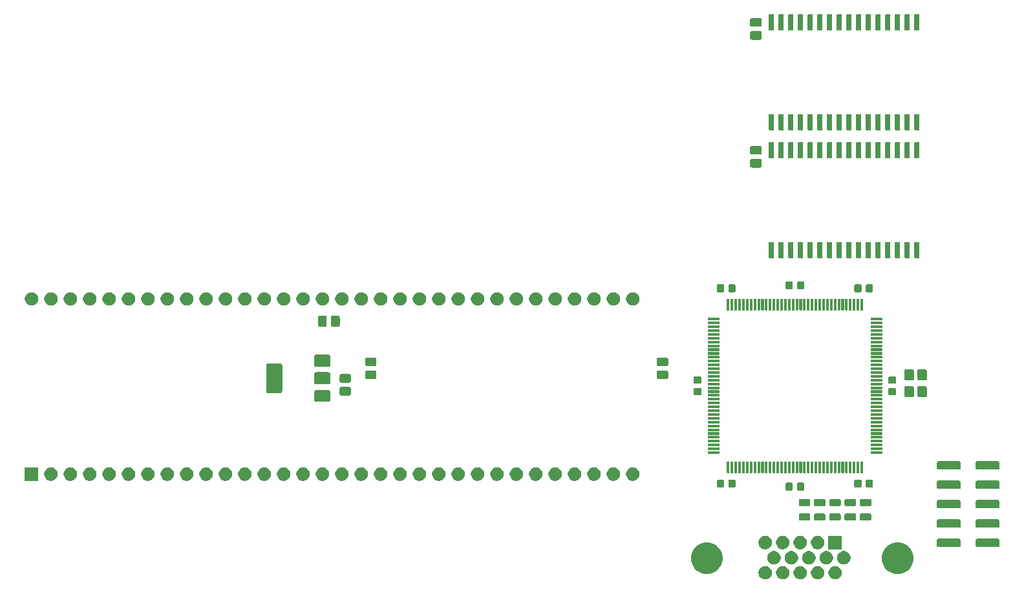
<source format=gts>
G04 #@! TF.GenerationSoftware,KiCad,Pcbnew,(5.1.5-0-10_14)*
G04 #@! TF.CreationDate,2020-07-05T23:06:11-04:00*
G04 #@! TF.ProjectId,MacPlusVGA,4d616350-6c75-4735-9647-412e6b696361,rev?*
G04 #@! TF.SameCoordinates,Original*
G04 #@! TF.FileFunction,Soldermask,Top*
G04 #@! TF.FilePolarity,Negative*
%FSLAX46Y46*%
G04 Gerber Fmt 4.6, Leading zero omitted, Abs format (unit mm)*
G04 Created by KiCad (PCBNEW (5.1.5-0-10_14)) date 2020-07-05 23:06:11*
%MOMM*%
%LPD*%
G04 APERTURE LIST*
%ADD10C,0.100000*%
G04 APERTURE END LIST*
D10*
G36*
X191725387Y-139188591D02*
G01*
X191870578Y-139217471D01*
X192030037Y-139283521D01*
X192173545Y-139379411D01*
X192295589Y-139501455D01*
X192391479Y-139644963D01*
X192457529Y-139804422D01*
X192491200Y-139973702D01*
X192491200Y-140146298D01*
X192457529Y-140315578D01*
X192391479Y-140475037D01*
X192295589Y-140618545D01*
X192173545Y-140740589D01*
X192030037Y-140836479D01*
X191870578Y-140902529D01*
X191725387Y-140931409D01*
X191701299Y-140936200D01*
X191528701Y-140936200D01*
X191504613Y-140931409D01*
X191359422Y-140902529D01*
X191199963Y-140836479D01*
X191056455Y-140740589D01*
X190934411Y-140618545D01*
X190838521Y-140475037D01*
X190772471Y-140315578D01*
X190738800Y-140146298D01*
X190738800Y-139973702D01*
X190772471Y-139804422D01*
X190838521Y-139644963D01*
X190934411Y-139501455D01*
X191056455Y-139379411D01*
X191199963Y-139283521D01*
X191359422Y-139217471D01*
X191504613Y-139188591D01*
X191528701Y-139183800D01*
X191701299Y-139183800D01*
X191725387Y-139188591D01*
G37*
G36*
X189435387Y-139188591D02*
G01*
X189580578Y-139217471D01*
X189740037Y-139283521D01*
X189883545Y-139379411D01*
X190005589Y-139501455D01*
X190101479Y-139644963D01*
X190167529Y-139804422D01*
X190201200Y-139973702D01*
X190201200Y-140146298D01*
X190167529Y-140315578D01*
X190101479Y-140475037D01*
X190005589Y-140618545D01*
X189883545Y-140740589D01*
X189740037Y-140836479D01*
X189580578Y-140902529D01*
X189435387Y-140931409D01*
X189411299Y-140936200D01*
X189238701Y-140936200D01*
X189214613Y-140931409D01*
X189069422Y-140902529D01*
X188909963Y-140836479D01*
X188766455Y-140740589D01*
X188644411Y-140618545D01*
X188548521Y-140475037D01*
X188482471Y-140315578D01*
X188448800Y-140146298D01*
X188448800Y-139973702D01*
X188482471Y-139804422D01*
X188548521Y-139644963D01*
X188644411Y-139501455D01*
X188766455Y-139379411D01*
X188909963Y-139283521D01*
X189069422Y-139217471D01*
X189214613Y-139188591D01*
X189238701Y-139183800D01*
X189411299Y-139183800D01*
X189435387Y-139188591D01*
G37*
G36*
X187145387Y-139188591D02*
G01*
X187290578Y-139217471D01*
X187450037Y-139283521D01*
X187593545Y-139379411D01*
X187715589Y-139501455D01*
X187811479Y-139644963D01*
X187877529Y-139804422D01*
X187911200Y-139973702D01*
X187911200Y-140146298D01*
X187877529Y-140315578D01*
X187811479Y-140475037D01*
X187715589Y-140618545D01*
X187593545Y-140740589D01*
X187450037Y-140836479D01*
X187290578Y-140902529D01*
X187145387Y-140931409D01*
X187121299Y-140936200D01*
X186948701Y-140936200D01*
X186924613Y-140931409D01*
X186779422Y-140902529D01*
X186619963Y-140836479D01*
X186476455Y-140740589D01*
X186354411Y-140618545D01*
X186258521Y-140475037D01*
X186192471Y-140315578D01*
X186158800Y-140146298D01*
X186158800Y-139973702D01*
X186192471Y-139804422D01*
X186258521Y-139644963D01*
X186354411Y-139501455D01*
X186476455Y-139379411D01*
X186619963Y-139283521D01*
X186779422Y-139217471D01*
X186924613Y-139188591D01*
X186948701Y-139183800D01*
X187121299Y-139183800D01*
X187145387Y-139188591D01*
G37*
G36*
X184855387Y-139188591D02*
G01*
X185000578Y-139217471D01*
X185160037Y-139283521D01*
X185303545Y-139379411D01*
X185425589Y-139501455D01*
X185521479Y-139644963D01*
X185587529Y-139804422D01*
X185621200Y-139973702D01*
X185621200Y-140146298D01*
X185587529Y-140315578D01*
X185521479Y-140475037D01*
X185425589Y-140618545D01*
X185303545Y-140740589D01*
X185160037Y-140836479D01*
X185000578Y-140902529D01*
X184855387Y-140931409D01*
X184831299Y-140936200D01*
X184658701Y-140936200D01*
X184634613Y-140931409D01*
X184489422Y-140902529D01*
X184329963Y-140836479D01*
X184186455Y-140740589D01*
X184064411Y-140618545D01*
X183968521Y-140475037D01*
X183902471Y-140315578D01*
X183868800Y-140146298D01*
X183868800Y-139973702D01*
X183902471Y-139804422D01*
X183968521Y-139644963D01*
X184064411Y-139501455D01*
X184186455Y-139379411D01*
X184329963Y-139283521D01*
X184489422Y-139217471D01*
X184634613Y-139188591D01*
X184658701Y-139183800D01*
X184831299Y-139183800D01*
X184855387Y-139188591D01*
G37*
G36*
X182565387Y-139188591D02*
G01*
X182710578Y-139217471D01*
X182870037Y-139283521D01*
X183013545Y-139379411D01*
X183135589Y-139501455D01*
X183231479Y-139644963D01*
X183297529Y-139804422D01*
X183331200Y-139973702D01*
X183331200Y-140146298D01*
X183297529Y-140315578D01*
X183231479Y-140475037D01*
X183135589Y-140618545D01*
X183013545Y-140740589D01*
X182870037Y-140836479D01*
X182710578Y-140902529D01*
X182565387Y-140931409D01*
X182541299Y-140936200D01*
X182368701Y-140936200D01*
X182344613Y-140931409D01*
X182199422Y-140902529D01*
X182039963Y-140836479D01*
X181896455Y-140740589D01*
X181774411Y-140618545D01*
X181678521Y-140475037D01*
X181612471Y-140315578D01*
X181578800Y-140146298D01*
X181578800Y-139973702D01*
X181612471Y-139804422D01*
X181678521Y-139644963D01*
X181774411Y-139501455D01*
X181896455Y-139379411D01*
X182039963Y-139283521D01*
X182199422Y-139217471D01*
X182344613Y-139188591D01*
X182368701Y-139183800D01*
X182541299Y-139183800D01*
X182565387Y-139188591D01*
G37*
G36*
X200405603Y-136153586D02*
G01*
X200405606Y-136153587D01*
X200405605Y-136153587D01*
X200783450Y-136310095D01*
X200980181Y-136441547D01*
X201103937Y-136524238D01*
X201123500Y-136537310D01*
X201412690Y-136826500D01*
X201639905Y-137166550D01*
X201696640Y-137303521D01*
X201796414Y-137544397D01*
X201876200Y-137945511D01*
X201876200Y-138354489D01*
X201796414Y-138755603D01*
X201796413Y-138755605D01*
X201639905Y-139133450D01*
X201412690Y-139473500D01*
X201123500Y-139762690D01*
X200783450Y-139989905D01*
X200470432Y-140119561D01*
X200405603Y-140146414D01*
X200004489Y-140226200D01*
X199595511Y-140226200D01*
X199194397Y-140146414D01*
X199129568Y-140119561D01*
X198816550Y-139989905D01*
X198476500Y-139762690D01*
X198187310Y-139473500D01*
X197960095Y-139133450D01*
X197803587Y-138755605D01*
X197803586Y-138755603D01*
X197723800Y-138354489D01*
X197723800Y-137945511D01*
X197803586Y-137544397D01*
X197903360Y-137303521D01*
X197960095Y-137166550D01*
X198187310Y-136826500D01*
X198476500Y-136537310D01*
X198496064Y-136524238D01*
X198619819Y-136441547D01*
X198816550Y-136310095D01*
X199194395Y-136153587D01*
X199194394Y-136153587D01*
X199194397Y-136153586D01*
X199595511Y-136073800D01*
X200004489Y-136073800D01*
X200405603Y-136153586D01*
G37*
G36*
X175405603Y-136153586D02*
G01*
X175405606Y-136153587D01*
X175405605Y-136153587D01*
X175783450Y-136310095D01*
X175980181Y-136441547D01*
X176103937Y-136524238D01*
X176123500Y-136537310D01*
X176412690Y-136826500D01*
X176639905Y-137166550D01*
X176696640Y-137303521D01*
X176796414Y-137544397D01*
X176876200Y-137945511D01*
X176876200Y-138354489D01*
X176796414Y-138755603D01*
X176796413Y-138755605D01*
X176639905Y-139133450D01*
X176412690Y-139473500D01*
X176123500Y-139762690D01*
X175783450Y-139989905D01*
X175470432Y-140119561D01*
X175405603Y-140146414D01*
X175004489Y-140226200D01*
X174595511Y-140226200D01*
X174194397Y-140146414D01*
X174129568Y-140119561D01*
X173816550Y-139989905D01*
X173476500Y-139762690D01*
X173187310Y-139473500D01*
X172960095Y-139133450D01*
X172803587Y-138755605D01*
X172803586Y-138755603D01*
X172723800Y-138354489D01*
X172723800Y-137945511D01*
X172803586Y-137544397D01*
X172903360Y-137303521D01*
X172960095Y-137166550D01*
X173187310Y-136826500D01*
X173476500Y-136537310D01*
X173496064Y-136524238D01*
X173619819Y-136441547D01*
X173816550Y-136310095D01*
X174194395Y-136153587D01*
X174194394Y-136153587D01*
X174194397Y-136153586D01*
X174595511Y-136073800D01*
X175004489Y-136073800D01*
X175405603Y-136153586D01*
G37*
G36*
X183710387Y-137208591D02*
G01*
X183855578Y-137237471D01*
X184015037Y-137303521D01*
X184158545Y-137399411D01*
X184280589Y-137521455D01*
X184376479Y-137664963D01*
X184442529Y-137824422D01*
X184476200Y-137993702D01*
X184476200Y-138166298D01*
X184442529Y-138335578D01*
X184376479Y-138495037D01*
X184280589Y-138638545D01*
X184158545Y-138760589D01*
X184015037Y-138856479D01*
X183855578Y-138922529D01*
X183710387Y-138951409D01*
X183686299Y-138956200D01*
X183513701Y-138956200D01*
X183489613Y-138951409D01*
X183344422Y-138922529D01*
X183184963Y-138856479D01*
X183041455Y-138760589D01*
X182919411Y-138638545D01*
X182823521Y-138495037D01*
X182757471Y-138335578D01*
X182723800Y-138166298D01*
X182723800Y-137993702D01*
X182757471Y-137824422D01*
X182823521Y-137664963D01*
X182919411Y-137521455D01*
X183041455Y-137399411D01*
X183184963Y-137303521D01*
X183344422Y-137237471D01*
X183489613Y-137208591D01*
X183513701Y-137203800D01*
X183686299Y-137203800D01*
X183710387Y-137208591D01*
G37*
G36*
X192870387Y-137208591D02*
G01*
X193015578Y-137237471D01*
X193175037Y-137303521D01*
X193318545Y-137399411D01*
X193440589Y-137521455D01*
X193536479Y-137664963D01*
X193602529Y-137824422D01*
X193636200Y-137993702D01*
X193636200Y-138166298D01*
X193602529Y-138335578D01*
X193536479Y-138495037D01*
X193440589Y-138638545D01*
X193318545Y-138760589D01*
X193175037Y-138856479D01*
X193015578Y-138922529D01*
X192870387Y-138951409D01*
X192846299Y-138956200D01*
X192673701Y-138956200D01*
X192649613Y-138951409D01*
X192504422Y-138922529D01*
X192344963Y-138856479D01*
X192201455Y-138760589D01*
X192079411Y-138638545D01*
X191983521Y-138495037D01*
X191917471Y-138335578D01*
X191883800Y-138166298D01*
X191883800Y-137993702D01*
X191917471Y-137824422D01*
X191983521Y-137664963D01*
X192079411Y-137521455D01*
X192201455Y-137399411D01*
X192344963Y-137303521D01*
X192504422Y-137237471D01*
X192649613Y-137208591D01*
X192673701Y-137203800D01*
X192846299Y-137203800D01*
X192870387Y-137208591D01*
G37*
G36*
X190580387Y-137208591D02*
G01*
X190725578Y-137237471D01*
X190885037Y-137303521D01*
X191028545Y-137399411D01*
X191150589Y-137521455D01*
X191246479Y-137664963D01*
X191312529Y-137824422D01*
X191346200Y-137993702D01*
X191346200Y-138166298D01*
X191312529Y-138335578D01*
X191246479Y-138495037D01*
X191150589Y-138638545D01*
X191028545Y-138760589D01*
X190885037Y-138856479D01*
X190725578Y-138922529D01*
X190580387Y-138951409D01*
X190556299Y-138956200D01*
X190383701Y-138956200D01*
X190359613Y-138951409D01*
X190214422Y-138922529D01*
X190054963Y-138856479D01*
X189911455Y-138760589D01*
X189789411Y-138638545D01*
X189693521Y-138495037D01*
X189627471Y-138335578D01*
X189593800Y-138166298D01*
X189593800Y-137993702D01*
X189627471Y-137824422D01*
X189693521Y-137664963D01*
X189789411Y-137521455D01*
X189911455Y-137399411D01*
X190054963Y-137303521D01*
X190214422Y-137237471D01*
X190359613Y-137208591D01*
X190383701Y-137203800D01*
X190556299Y-137203800D01*
X190580387Y-137208591D01*
G37*
G36*
X188290387Y-137208591D02*
G01*
X188435578Y-137237471D01*
X188595037Y-137303521D01*
X188738545Y-137399411D01*
X188860589Y-137521455D01*
X188956479Y-137664963D01*
X189022529Y-137824422D01*
X189056200Y-137993702D01*
X189056200Y-138166298D01*
X189022529Y-138335578D01*
X188956479Y-138495037D01*
X188860589Y-138638545D01*
X188738545Y-138760589D01*
X188595037Y-138856479D01*
X188435578Y-138922529D01*
X188290387Y-138951409D01*
X188266299Y-138956200D01*
X188093701Y-138956200D01*
X188069613Y-138951409D01*
X187924422Y-138922529D01*
X187764963Y-138856479D01*
X187621455Y-138760589D01*
X187499411Y-138638545D01*
X187403521Y-138495037D01*
X187337471Y-138335578D01*
X187303800Y-138166298D01*
X187303800Y-137993702D01*
X187337471Y-137824422D01*
X187403521Y-137664963D01*
X187499411Y-137521455D01*
X187621455Y-137399411D01*
X187764963Y-137303521D01*
X187924422Y-137237471D01*
X188069613Y-137208591D01*
X188093701Y-137203800D01*
X188266299Y-137203800D01*
X188290387Y-137208591D01*
G37*
G36*
X186000387Y-137208591D02*
G01*
X186145578Y-137237471D01*
X186305037Y-137303521D01*
X186448545Y-137399411D01*
X186570589Y-137521455D01*
X186666479Y-137664963D01*
X186732529Y-137824422D01*
X186766200Y-137993702D01*
X186766200Y-138166298D01*
X186732529Y-138335578D01*
X186666479Y-138495037D01*
X186570589Y-138638545D01*
X186448545Y-138760589D01*
X186305037Y-138856479D01*
X186145578Y-138922529D01*
X186000387Y-138951409D01*
X185976299Y-138956200D01*
X185803701Y-138956200D01*
X185779613Y-138951409D01*
X185634422Y-138922529D01*
X185474963Y-138856479D01*
X185331455Y-138760589D01*
X185209411Y-138638545D01*
X185113521Y-138495037D01*
X185047471Y-138335578D01*
X185013800Y-138166298D01*
X185013800Y-137993702D01*
X185047471Y-137824422D01*
X185113521Y-137664963D01*
X185209411Y-137521455D01*
X185331455Y-137399411D01*
X185474963Y-137303521D01*
X185634422Y-137237471D01*
X185779613Y-137208591D01*
X185803701Y-137203800D01*
X185976299Y-137203800D01*
X186000387Y-137208591D01*
G37*
G36*
X184855387Y-135228591D02*
G01*
X185000578Y-135257471D01*
X185160037Y-135323521D01*
X185303545Y-135419411D01*
X185425589Y-135541455D01*
X185521479Y-135684963D01*
X185587529Y-135844422D01*
X185621200Y-136013702D01*
X185621200Y-136186298D01*
X185587529Y-136355578D01*
X185521479Y-136515037D01*
X185425589Y-136658545D01*
X185303545Y-136780589D01*
X185160037Y-136876479D01*
X185000578Y-136942529D01*
X184855387Y-136971409D01*
X184831299Y-136976200D01*
X184658701Y-136976200D01*
X184634613Y-136971409D01*
X184489422Y-136942529D01*
X184329963Y-136876479D01*
X184186455Y-136780589D01*
X184064411Y-136658545D01*
X183968521Y-136515037D01*
X183902471Y-136355578D01*
X183868800Y-136186298D01*
X183868800Y-136013702D01*
X183902471Y-135844422D01*
X183968521Y-135684963D01*
X184064411Y-135541455D01*
X184186455Y-135419411D01*
X184329963Y-135323521D01*
X184489422Y-135257471D01*
X184634613Y-135228591D01*
X184658701Y-135223800D01*
X184831299Y-135223800D01*
X184855387Y-135228591D01*
G37*
G36*
X182565387Y-135228591D02*
G01*
X182710578Y-135257471D01*
X182870037Y-135323521D01*
X183013545Y-135419411D01*
X183135589Y-135541455D01*
X183231479Y-135684963D01*
X183297529Y-135844422D01*
X183331200Y-136013702D01*
X183331200Y-136186298D01*
X183297529Y-136355578D01*
X183231479Y-136515037D01*
X183135589Y-136658545D01*
X183013545Y-136780589D01*
X182870037Y-136876479D01*
X182710578Y-136942529D01*
X182565387Y-136971409D01*
X182541299Y-136976200D01*
X182368701Y-136976200D01*
X182344613Y-136971409D01*
X182199422Y-136942529D01*
X182039963Y-136876479D01*
X181896455Y-136780589D01*
X181774411Y-136658545D01*
X181678521Y-136515037D01*
X181612471Y-136355578D01*
X181578800Y-136186298D01*
X181578800Y-136013702D01*
X181612471Y-135844422D01*
X181678521Y-135684963D01*
X181774411Y-135541455D01*
X181896455Y-135419411D01*
X182039963Y-135323521D01*
X182199422Y-135257471D01*
X182344613Y-135228591D01*
X182368701Y-135223800D01*
X182541299Y-135223800D01*
X182565387Y-135228591D01*
G37*
G36*
X189435387Y-135228591D02*
G01*
X189580578Y-135257471D01*
X189740037Y-135323521D01*
X189883545Y-135419411D01*
X190005589Y-135541455D01*
X190101479Y-135684963D01*
X190167529Y-135844422D01*
X190201200Y-136013702D01*
X190201200Y-136186298D01*
X190167529Y-136355578D01*
X190101479Y-136515037D01*
X190005589Y-136658545D01*
X189883545Y-136780589D01*
X189740037Y-136876479D01*
X189580578Y-136942529D01*
X189435387Y-136971409D01*
X189411299Y-136976200D01*
X189238701Y-136976200D01*
X189214613Y-136971409D01*
X189069422Y-136942529D01*
X188909963Y-136876479D01*
X188766455Y-136780589D01*
X188644411Y-136658545D01*
X188548521Y-136515037D01*
X188482471Y-136355578D01*
X188448800Y-136186298D01*
X188448800Y-136013702D01*
X188482471Y-135844422D01*
X188548521Y-135684963D01*
X188644411Y-135541455D01*
X188766455Y-135419411D01*
X188909963Y-135323521D01*
X189069422Y-135257471D01*
X189214613Y-135228591D01*
X189238701Y-135223800D01*
X189411299Y-135223800D01*
X189435387Y-135228591D01*
G37*
G36*
X192491200Y-136976200D02*
G01*
X190738800Y-136976200D01*
X190738800Y-135223800D01*
X192491200Y-135223800D01*
X192491200Y-136976200D01*
G37*
G36*
X187145387Y-135228591D02*
G01*
X187290578Y-135257471D01*
X187450037Y-135323521D01*
X187593545Y-135419411D01*
X187715589Y-135541455D01*
X187811479Y-135684963D01*
X187877529Y-135844422D01*
X187911200Y-136013702D01*
X187911200Y-136186298D01*
X187877529Y-136355578D01*
X187811479Y-136515037D01*
X187715589Y-136658545D01*
X187593545Y-136780589D01*
X187450037Y-136876479D01*
X187290578Y-136942529D01*
X187145387Y-136971409D01*
X187121299Y-136976200D01*
X186948701Y-136976200D01*
X186924613Y-136971409D01*
X186779422Y-136942529D01*
X186619963Y-136876479D01*
X186476455Y-136780589D01*
X186354411Y-136658545D01*
X186258521Y-136515037D01*
X186192471Y-136355578D01*
X186158800Y-136186298D01*
X186158800Y-136013702D01*
X186192471Y-135844422D01*
X186258521Y-135684963D01*
X186354411Y-135541455D01*
X186476455Y-135419411D01*
X186619963Y-135323521D01*
X186779422Y-135257471D01*
X186924613Y-135228591D01*
X186948701Y-135223800D01*
X187121299Y-135223800D01*
X187145387Y-135228591D01*
G37*
G36*
X207874724Y-135599040D02*
G01*
X207921580Y-135613254D01*
X207964757Y-135636332D01*
X208002605Y-135667395D01*
X208033668Y-135705243D01*
X208056746Y-135748420D01*
X208070960Y-135795276D01*
X208076000Y-135846453D01*
X208076000Y-136441547D01*
X208070960Y-136492724D01*
X208056746Y-136539580D01*
X208033668Y-136582757D01*
X208002605Y-136620605D01*
X207964757Y-136651668D01*
X207921580Y-136674746D01*
X207874724Y-136688960D01*
X207823547Y-136694000D01*
X205180453Y-136694000D01*
X205129276Y-136688960D01*
X205082420Y-136674746D01*
X205039243Y-136651668D01*
X205001395Y-136620605D01*
X204970332Y-136582757D01*
X204947254Y-136539580D01*
X204933040Y-136492724D01*
X204928000Y-136441547D01*
X204928000Y-135846453D01*
X204933040Y-135795276D01*
X204947254Y-135748420D01*
X204970332Y-135705243D01*
X205001395Y-135667395D01*
X205039243Y-135636332D01*
X205082420Y-135613254D01*
X205129276Y-135599040D01*
X205180453Y-135594000D01*
X207823547Y-135594000D01*
X207874724Y-135599040D01*
G37*
G36*
X212954724Y-135599040D02*
G01*
X213001580Y-135613254D01*
X213044757Y-135636332D01*
X213082605Y-135667395D01*
X213113668Y-135705243D01*
X213136746Y-135748420D01*
X213150960Y-135795276D01*
X213156000Y-135846453D01*
X213156000Y-136441547D01*
X213150960Y-136492724D01*
X213136746Y-136539580D01*
X213113668Y-136582757D01*
X213082605Y-136620605D01*
X213044757Y-136651668D01*
X213001580Y-136674746D01*
X212954724Y-136688960D01*
X212903547Y-136694000D01*
X210260453Y-136694000D01*
X210209276Y-136688960D01*
X210162420Y-136674746D01*
X210119243Y-136651668D01*
X210081395Y-136620605D01*
X210050332Y-136582757D01*
X210027254Y-136539580D01*
X210013040Y-136492724D01*
X210008000Y-136441547D01*
X210008000Y-135846453D01*
X210013040Y-135795276D01*
X210027254Y-135748420D01*
X210050332Y-135705243D01*
X210081395Y-135667395D01*
X210119243Y-135636332D01*
X210162420Y-135613254D01*
X210209276Y-135599040D01*
X210260453Y-135594000D01*
X212903547Y-135594000D01*
X212954724Y-135599040D01*
G37*
G36*
X212954724Y-133059040D02*
G01*
X213001580Y-133073254D01*
X213044757Y-133096332D01*
X213082605Y-133127395D01*
X213113668Y-133165243D01*
X213136746Y-133208420D01*
X213150960Y-133255276D01*
X213156000Y-133306453D01*
X213156000Y-133901547D01*
X213150960Y-133952724D01*
X213136746Y-133999580D01*
X213113668Y-134042757D01*
X213082605Y-134080605D01*
X213044757Y-134111668D01*
X213001580Y-134134746D01*
X212954724Y-134148960D01*
X212903547Y-134154000D01*
X210260453Y-134154000D01*
X210209276Y-134148960D01*
X210162420Y-134134746D01*
X210119243Y-134111668D01*
X210081395Y-134080605D01*
X210050332Y-134042757D01*
X210027254Y-133999580D01*
X210013040Y-133952724D01*
X210008000Y-133901547D01*
X210008000Y-133306453D01*
X210013040Y-133255276D01*
X210027254Y-133208420D01*
X210050332Y-133165243D01*
X210081395Y-133127395D01*
X210119243Y-133096332D01*
X210162420Y-133073254D01*
X210209276Y-133059040D01*
X210260453Y-133054000D01*
X212903547Y-133054000D01*
X212954724Y-133059040D01*
G37*
G36*
X207874724Y-133059040D02*
G01*
X207921580Y-133073254D01*
X207964757Y-133096332D01*
X208002605Y-133127395D01*
X208033668Y-133165243D01*
X208056746Y-133208420D01*
X208070960Y-133255276D01*
X208076000Y-133306453D01*
X208076000Y-133901547D01*
X208070960Y-133952724D01*
X208056746Y-133999580D01*
X208033668Y-134042757D01*
X208002605Y-134080605D01*
X207964757Y-134111668D01*
X207921580Y-134134746D01*
X207874724Y-134148960D01*
X207823547Y-134154000D01*
X205180453Y-134154000D01*
X205129276Y-134148960D01*
X205082420Y-134134746D01*
X205039243Y-134111668D01*
X205001395Y-134080605D01*
X204970332Y-134042757D01*
X204947254Y-133999580D01*
X204933040Y-133952724D01*
X204928000Y-133901547D01*
X204928000Y-133306453D01*
X204933040Y-133255276D01*
X204947254Y-133208420D01*
X204970332Y-133165243D01*
X205001395Y-133127395D01*
X205039243Y-133096332D01*
X205082420Y-133073254D01*
X205129276Y-133059040D01*
X205180453Y-133054000D01*
X207823547Y-133054000D01*
X207874724Y-133059040D01*
G37*
G36*
X188178908Y-132279320D02*
G01*
X188218729Y-132291400D01*
X188255423Y-132311012D01*
X188287589Y-132337411D01*
X188313988Y-132369577D01*
X188333600Y-132406271D01*
X188345680Y-132446092D01*
X188350000Y-132489954D01*
X188350000Y-133010046D01*
X188345680Y-133053908D01*
X188333600Y-133093729D01*
X188313988Y-133130423D01*
X188287589Y-133162589D01*
X188255423Y-133188988D01*
X188218729Y-133208600D01*
X188178908Y-133220680D01*
X188135046Y-133225000D01*
X187064954Y-133225000D01*
X187021092Y-133220680D01*
X186981271Y-133208600D01*
X186944577Y-133188988D01*
X186912411Y-133162589D01*
X186886012Y-133130423D01*
X186866400Y-133093729D01*
X186854320Y-133053908D01*
X186850000Y-133010046D01*
X186850000Y-132489954D01*
X186854320Y-132446092D01*
X186866400Y-132406271D01*
X186886012Y-132369577D01*
X186912411Y-132337411D01*
X186944577Y-132311012D01*
X186981271Y-132291400D01*
X187021092Y-132279320D01*
X187064954Y-132275000D01*
X188135046Y-132275000D01*
X188178908Y-132279320D01*
G37*
G36*
X190178908Y-132279320D02*
G01*
X190218729Y-132291400D01*
X190255423Y-132311012D01*
X190287589Y-132337411D01*
X190313988Y-132369577D01*
X190333600Y-132406271D01*
X190345680Y-132446092D01*
X190350000Y-132489954D01*
X190350000Y-133010046D01*
X190345680Y-133053908D01*
X190333600Y-133093729D01*
X190313988Y-133130423D01*
X190287589Y-133162589D01*
X190255423Y-133188988D01*
X190218729Y-133208600D01*
X190178908Y-133220680D01*
X190135046Y-133225000D01*
X189064954Y-133225000D01*
X189021092Y-133220680D01*
X188981271Y-133208600D01*
X188944577Y-133188988D01*
X188912411Y-133162589D01*
X188886012Y-133130423D01*
X188866400Y-133093729D01*
X188854320Y-133053908D01*
X188850000Y-133010046D01*
X188850000Y-132489954D01*
X188854320Y-132446092D01*
X188866400Y-132406271D01*
X188886012Y-132369577D01*
X188912411Y-132337411D01*
X188944577Y-132311012D01*
X188981271Y-132291400D01*
X189021092Y-132279320D01*
X189064954Y-132275000D01*
X190135046Y-132275000D01*
X190178908Y-132279320D01*
G37*
G36*
X196178908Y-132279320D02*
G01*
X196218729Y-132291400D01*
X196255423Y-132311012D01*
X196287589Y-132337411D01*
X196313988Y-132369577D01*
X196333600Y-132406271D01*
X196345680Y-132446092D01*
X196350000Y-132489954D01*
X196350000Y-133010046D01*
X196345680Y-133053908D01*
X196333600Y-133093729D01*
X196313988Y-133130423D01*
X196287589Y-133162589D01*
X196255423Y-133188988D01*
X196218729Y-133208600D01*
X196178908Y-133220680D01*
X196135046Y-133225000D01*
X195064954Y-133225000D01*
X195021092Y-133220680D01*
X194981271Y-133208600D01*
X194944577Y-133188988D01*
X194912411Y-133162589D01*
X194886012Y-133130423D01*
X194866400Y-133093729D01*
X194854320Y-133053908D01*
X194850000Y-133010046D01*
X194850000Y-132489954D01*
X194854320Y-132446092D01*
X194866400Y-132406271D01*
X194886012Y-132369577D01*
X194912411Y-132337411D01*
X194944577Y-132311012D01*
X194981271Y-132291400D01*
X195021092Y-132279320D01*
X195064954Y-132275000D01*
X196135046Y-132275000D01*
X196178908Y-132279320D01*
G37*
G36*
X194178908Y-132279320D02*
G01*
X194218729Y-132291400D01*
X194255423Y-132311012D01*
X194287589Y-132337411D01*
X194313988Y-132369577D01*
X194333600Y-132406271D01*
X194345680Y-132446092D01*
X194350000Y-132489954D01*
X194350000Y-133010046D01*
X194345680Y-133053908D01*
X194333600Y-133093729D01*
X194313988Y-133130423D01*
X194287589Y-133162589D01*
X194255423Y-133188988D01*
X194218729Y-133208600D01*
X194178908Y-133220680D01*
X194135046Y-133225000D01*
X193064954Y-133225000D01*
X193021092Y-133220680D01*
X192981271Y-133208600D01*
X192944577Y-133188988D01*
X192912411Y-133162589D01*
X192886012Y-133130423D01*
X192866400Y-133093729D01*
X192854320Y-133053908D01*
X192850000Y-133010046D01*
X192850000Y-132489954D01*
X192854320Y-132446092D01*
X192866400Y-132406271D01*
X192886012Y-132369577D01*
X192912411Y-132337411D01*
X192944577Y-132311012D01*
X192981271Y-132291400D01*
X193021092Y-132279320D01*
X193064954Y-132275000D01*
X194135046Y-132275000D01*
X194178908Y-132279320D01*
G37*
G36*
X192178908Y-132279320D02*
G01*
X192218729Y-132291400D01*
X192255423Y-132311012D01*
X192287589Y-132337411D01*
X192313988Y-132369577D01*
X192333600Y-132406271D01*
X192345680Y-132446092D01*
X192350000Y-132489954D01*
X192350000Y-133010046D01*
X192345680Y-133053908D01*
X192333600Y-133093729D01*
X192313988Y-133130423D01*
X192287589Y-133162589D01*
X192255423Y-133188988D01*
X192218729Y-133208600D01*
X192178908Y-133220680D01*
X192135046Y-133225000D01*
X191064954Y-133225000D01*
X191021092Y-133220680D01*
X190981271Y-133208600D01*
X190944577Y-133188988D01*
X190912411Y-133162589D01*
X190886012Y-133130423D01*
X190866400Y-133093729D01*
X190854320Y-133053908D01*
X190850000Y-133010046D01*
X190850000Y-132489954D01*
X190854320Y-132446092D01*
X190866400Y-132406271D01*
X190886012Y-132369577D01*
X190912411Y-132337411D01*
X190944577Y-132311012D01*
X190981271Y-132291400D01*
X191021092Y-132279320D01*
X191064954Y-132275000D01*
X192135046Y-132275000D01*
X192178908Y-132279320D01*
G37*
G36*
X212954724Y-130519040D02*
G01*
X213001580Y-130533254D01*
X213044757Y-130556332D01*
X213082605Y-130587395D01*
X213113668Y-130625243D01*
X213136746Y-130668420D01*
X213150960Y-130715276D01*
X213156000Y-130766453D01*
X213156000Y-131361547D01*
X213150960Y-131412724D01*
X213136746Y-131459580D01*
X213113668Y-131502757D01*
X213082605Y-131540605D01*
X213044757Y-131571668D01*
X213001580Y-131594746D01*
X212954724Y-131608960D01*
X212903547Y-131614000D01*
X210260453Y-131614000D01*
X210209276Y-131608960D01*
X210162420Y-131594746D01*
X210119243Y-131571668D01*
X210081395Y-131540605D01*
X210050332Y-131502757D01*
X210027254Y-131459580D01*
X210013040Y-131412724D01*
X210008000Y-131361547D01*
X210008000Y-130766453D01*
X210013040Y-130715276D01*
X210027254Y-130668420D01*
X210050332Y-130625243D01*
X210081395Y-130587395D01*
X210119243Y-130556332D01*
X210162420Y-130533254D01*
X210209276Y-130519040D01*
X210260453Y-130514000D01*
X212903547Y-130514000D01*
X212954724Y-130519040D01*
G37*
G36*
X207874724Y-130519040D02*
G01*
X207921580Y-130533254D01*
X207964757Y-130556332D01*
X208002605Y-130587395D01*
X208033668Y-130625243D01*
X208056746Y-130668420D01*
X208070960Y-130715276D01*
X208076000Y-130766453D01*
X208076000Y-131361547D01*
X208070960Y-131412724D01*
X208056746Y-131459580D01*
X208033668Y-131502757D01*
X208002605Y-131540605D01*
X207964757Y-131571668D01*
X207921580Y-131594746D01*
X207874724Y-131608960D01*
X207823547Y-131614000D01*
X205180453Y-131614000D01*
X205129276Y-131608960D01*
X205082420Y-131594746D01*
X205039243Y-131571668D01*
X205001395Y-131540605D01*
X204970332Y-131502757D01*
X204947254Y-131459580D01*
X204933040Y-131412724D01*
X204928000Y-131361547D01*
X204928000Y-130766453D01*
X204933040Y-130715276D01*
X204947254Y-130668420D01*
X204970332Y-130625243D01*
X205001395Y-130587395D01*
X205039243Y-130556332D01*
X205082420Y-130533254D01*
X205129276Y-130519040D01*
X205180453Y-130514000D01*
X207823547Y-130514000D01*
X207874724Y-130519040D01*
G37*
G36*
X196178908Y-130379320D02*
G01*
X196218729Y-130391400D01*
X196255423Y-130411012D01*
X196287589Y-130437411D01*
X196313988Y-130469577D01*
X196333600Y-130506271D01*
X196345680Y-130546092D01*
X196350000Y-130589954D01*
X196350000Y-131110046D01*
X196345680Y-131153908D01*
X196333600Y-131193729D01*
X196313988Y-131230423D01*
X196287589Y-131262589D01*
X196255423Y-131288988D01*
X196218729Y-131308600D01*
X196178908Y-131320680D01*
X196135046Y-131325000D01*
X195064954Y-131325000D01*
X195021092Y-131320680D01*
X194981271Y-131308600D01*
X194944577Y-131288988D01*
X194912411Y-131262589D01*
X194886012Y-131230423D01*
X194866400Y-131193729D01*
X194854320Y-131153908D01*
X194850000Y-131110046D01*
X194850000Y-130589954D01*
X194854320Y-130546092D01*
X194866400Y-130506271D01*
X194886012Y-130469577D01*
X194912411Y-130437411D01*
X194944577Y-130411012D01*
X194981271Y-130391400D01*
X195021092Y-130379320D01*
X195064954Y-130375000D01*
X196135046Y-130375000D01*
X196178908Y-130379320D01*
G37*
G36*
X194178908Y-130379320D02*
G01*
X194218729Y-130391400D01*
X194255423Y-130411012D01*
X194287589Y-130437411D01*
X194313988Y-130469577D01*
X194333600Y-130506271D01*
X194345680Y-130546092D01*
X194350000Y-130589954D01*
X194350000Y-131110046D01*
X194345680Y-131153908D01*
X194333600Y-131193729D01*
X194313988Y-131230423D01*
X194287589Y-131262589D01*
X194255423Y-131288988D01*
X194218729Y-131308600D01*
X194178908Y-131320680D01*
X194135046Y-131325000D01*
X193064954Y-131325000D01*
X193021092Y-131320680D01*
X192981271Y-131308600D01*
X192944577Y-131288988D01*
X192912411Y-131262589D01*
X192886012Y-131230423D01*
X192866400Y-131193729D01*
X192854320Y-131153908D01*
X192850000Y-131110046D01*
X192850000Y-130589954D01*
X192854320Y-130546092D01*
X192866400Y-130506271D01*
X192886012Y-130469577D01*
X192912411Y-130437411D01*
X192944577Y-130411012D01*
X192981271Y-130391400D01*
X193021092Y-130379320D01*
X193064954Y-130375000D01*
X194135046Y-130375000D01*
X194178908Y-130379320D01*
G37*
G36*
X192178908Y-130379320D02*
G01*
X192218729Y-130391400D01*
X192255423Y-130411012D01*
X192287589Y-130437411D01*
X192313988Y-130469577D01*
X192333600Y-130506271D01*
X192345680Y-130546092D01*
X192350000Y-130589954D01*
X192350000Y-131110046D01*
X192345680Y-131153908D01*
X192333600Y-131193729D01*
X192313988Y-131230423D01*
X192287589Y-131262589D01*
X192255423Y-131288988D01*
X192218729Y-131308600D01*
X192178908Y-131320680D01*
X192135046Y-131325000D01*
X191064954Y-131325000D01*
X191021092Y-131320680D01*
X190981271Y-131308600D01*
X190944577Y-131288988D01*
X190912411Y-131262589D01*
X190886012Y-131230423D01*
X190866400Y-131193729D01*
X190854320Y-131153908D01*
X190850000Y-131110046D01*
X190850000Y-130589954D01*
X190854320Y-130546092D01*
X190866400Y-130506271D01*
X190886012Y-130469577D01*
X190912411Y-130437411D01*
X190944577Y-130411012D01*
X190981271Y-130391400D01*
X191021092Y-130379320D01*
X191064954Y-130375000D01*
X192135046Y-130375000D01*
X192178908Y-130379320D01*
G37*
G36*
X190178908Y-130379320D02*
G01*
X190218729Y-130391400D01*
X190255423Y-130411012D01*
X190287589Y-130437411D01*
X190313988Y-130469577D01*
X190333600Y-130506271D01*
X190345680Y-130546092D01*
X190350000Y-130589954D01*
X190350000Y-131110046D01*
X190345680Y-131153908D01*
X190333600Y-131193729D01*
X190313988Y-131230423D01*
X190287589Y-131262589D01*
X190255423Y-131288988D01*
X190218729Y-131308600D01*
X190178908Y-131320680D01*
X190135046Y-131325000D01*
X189064954Y-131325000D01*
X189021092Y-131320680D01*
X188981271Y-131308600D01*
X188944577Y-131288988D01*
X188912411Y-131262589D01*
X188886012Y-131230423D01*
X188866400Y-131193729D01*
X188854320Y-131153908D01*
X188850000Y-131110046D01*
X188850000Y-130589954D01*
X188854320Y-130546092D01*
X188866400Y-130506271D01*
X188886012Y-130469577D01*
X188912411Y-130437411D01*
X188944577Y-130411012D01*
X188981271Y-130391400D01*
X189021092Y-130379320D01*
X189064954Y-130375000D01*
X190135046Y-130375000D01*
X190178908Y-130379320D01*
G37*
G36*
X188178908Y-130379320D02*
G01*
X188218729Y-130391400D01*
X188255423Y-130411012D01*
X188287589Y-130437411D01*
X188313988Y-130469577D01*
X188333600Y-130506271D01*
X188345680Y-130546092D01*
X188350000Y-130589954D01*
X188350000Y-131110046D01*
X188345680Y-131153908D01*
X188333600Y-131193729D01*
X188313988Y-131230423D01*
X188287589Y-131262589D01*
X188255423Y-131288988D01*
X188218729Y-131308600D01*
X188178908Y-131320680D01*
X188135046Y-131325000D01*
X187064954Y-131325000D01*
X187021092Y-131320680D01*
X186981271Y-131308600D01*
X186944577Y-131288988D01*
X186912411Y-131262589D01*
X186886012Y-131230423D01*
X186866400Y-131193729D01*
X186854320Y-131153908D01*
X186850000Y-131110046D01*
X186850000Y-130589954D01*
X186854320Y-130546092D01*
X186866400Y-130506271D01*
X186886012Y-130469577D01*
X186912411Y-130437411D01*
X186944577Y-130411012D01*
X186981271Y-130391400D01*
X187021092Y-130379320D01*
X187064954Y-130375000D01*
X188135046Y-130375000D01*
X188178908Y-130379320D01*
G37*
G36*
X187403908Y-128229320D02*
G01*
X187443729Y-128241400D01*
X187480423Y-128261012D01*
X187512589Y-128287411D01*
X187538988Y-128319577D01*
X187558600Y-128356271D01*
X187570680Y-128396092D01*
X187575000Y-128439954D01*
X187575000Y-129060046D01*
X187570680Y-129103908D01*
X187558600Y-129143729D01*
X187538988Y-129180423D01*
X187512589Y-129212589D01*
X187480423Y-129238988D01*
X187443729Y-129258600D01*
X187403908Y-129270680D01*
X187360046Y-129275000D01*
X186839954Y-129275000D01*
X186796092Y-129270680D01*
X186756271Y-129258600D01*
X186719577Y-129238988D01*
X186687411Y-129212589D01*
X186661012Y-129180423D01*
X186641400Y-129143729D01*
X186629320Y-129103908D01*
X186625000Y-129060046D01*
X186625000Y-128439954D01*
X186629320Y-128396092D01*
X186641400Y-128356271D01*
X186661012Y-128319577D01*
X186687411Y-128287411D01*
X186719577Y-128261012D01*
X186756271Y-128241400D01*
X186796092Y-128229320D01*
X186839954Y-128225000D01*
X187360046Y-128225000D01*
X187403908Y-128229320D01*
G37*
G36*
X185903908Y-128229320D02*
G01*
X185943729Y-128241400D01*
X185980423Y-128261012D01*
X186012589Y-128287411D01*
X186038988Y-128319577D01*
X186058600Y-128356271D01*
X186070680Y-128396092D01*
X186075000Y-128439954D01*
X186075000Y-129060046D01*
X186070680Y-129103908D01*
X186058600Y-129143729D01*
X186038988Y-129180423D01*
X186012589Y-129212589D01*
X185980423Y-129238988D01*
X185943729Y-129258600D01*
X185903908Y-129270680D01*
X185860046Y-129275000D01*
X185339954Y-129275000D01*
X185296092Y-129270680D01*
X185256271Y-129258600D01*
X185219577Y-129238988D01*
X185187411Y-129212589D01*
X185161012Y-129180423D01*
X185141400Y-129143729D01*
X185129320Y-129103908D01*
X185125000Y-129060046D01*
X185125000Y-128439954D01*
X185129320Y-128396092D01*
X185141400Y-128356271D01*
X185161012Y-128319577D01*
X185187411Y-128287411D01*
X185219577Y-128261012D01*
X185256271Y-128241400D01*
X185296092Y-128229320D01*
X185339954Y-128225000D01*
X185860046Y-128225000D01*
X185903908Y-128229320D01*
G37*
G36*
X212954724Y-127979040D02*
G01*
X213001580Y-127993254D01*
X213044757Y-128016332D01*
X213082605Y-128047395D01*
X213113668Y-128085243D01*
X213136746Y-128128420D01*
X213150960Y-128175276D01*
X213156000Y-128226453D01*
X213156000Y-128821547D01*
X213150960Y-128872724D01*
X213136746Y-128919580D01*
X213113668Y-128962757D01*
X213082605Y-129000605D01*
X213044757Y-129031668D01*
X213001580Y-129054746D01*
X212954724Y-129068960D01*
X212903547Y-129074000D01*
X210260453Y-129074000D01*
X210209276Y-129068960D01*
X210162420Y-129054746D01*
X210119243Y-129031668D01*
X210081395Y-129000605D01*
X210050332Y-128962757D01*
X210027254Y-128919580D01*
X210013040Y-128872724D01*
X210008000Y-128821547D01*
X210008000Y-128226453D01*
X210013040Y-128175276D01*
X210027254Y-128128420D01*
X210050332Y-128085243D01*
X210081395Y-128047395D01*
X210119243Y-128016332D01*
X210162420Y-127993254D01*
X210209276Y-127979040D01*
X210260453Y-127974000D01*
X212903547Y-127974000D01*
X212954724Y-127979040D01*
G37*
G36*
X207874724Y-127979040D02*
G01*
X207921580Y-127993254D01*
X207964757Y-128016332D01*
X208002605Y-128047395D01*
X208033668Y-128085243D01*
X208056746Y-128128420D01*
X208070960Y-128175276D01*
X208076000Y-128226453D01*
X208076000Y-128821547D01*
X208070960Y-128872724D01*
X208056746Y-128919580D01*
X208033668Y-128962757D01*
X208002605Y-129000605D01*
X207964757Y-129031668D01*
X207921580Y-129054746D01*
X207874724Y-129068960D01*
X207823547Y-129074000D01*
X205180453Y-129074000D01*
X205129276Y-129068960D01*
X205082420Y-129054746D01*
X205039243Y-129031668D01*
X205001395Y-129000605D01*
X204970332Y-128962757D01*
X204947254Y-128919580D01*
X204933040Y-128872724D01*
X204928000Y-128821547D01*
X204928000Y-128226453D01*
X204933040Y-128175276D01*
X204947254Y-128128420D01*
X204970332Y-128085243D01*
X205001395Y-128047395D01*
X205039243Y-128016332D01*
X205082420Y-127993254D01*
X205129276Y-127979040D01*
X205180453Y-127974000D01*
X207823547Y-127974000D01*
X207874724Y-127979040D01*
G37*
G36*
X196403908Y-127829320D02*
G01*
X196443729Y-127841400D01*
X196480423Y-127861012D01*
X196512589Y-127887411D01*
X196538988Y-127919577D01*
X196558600Y-127956271D01*
X196570680Y-127996092D01*
X196575000Y-128039954D01*
X196575000Y-128660046D01*
X196570680Y-128703908D01*
X196558600Y-128743729D01*
X196538988Y-128780423D01*
X196512589Y-128812589D01*
X196480423Y-128838988D01*
X196443729Y-128858600D01*
X196403908Y-128870680D01*
X196360046Y-128875000D01*
X195839954Y-128875000D01*
X195796092Y-128870680D01*
X195756271Y-128858600D01*
X195719577Y-128838988D01*
X195687411Y-128812589D01*
X195661012Y-128780423D01*
X195641400Y-128743729D01*
X195629320Y-128703908D01*
X195625000Y-128660046D01*
X195625000Y-128039954D01*
X195629320Y-127996092D01*
X195641400Y-127956271D01*
X195661012Y-127919577D01*
X195687411Y-127887411D01*
X195719577Y-127861012D01*
X195756271Y-127841400D01*
X195796092Y-127829320D01*
X195839954Y-127825000D01*
X196360046Y-127825000D01*
X196403908Y-127829320D01*
G37*
G36*
X194903908Y-127829320D02*
G01*
X194943729Y-127841400D01*
X194980423Y-127861012D01*
X195012589Y-127887411D01*
X195038988Y-127919577D01*
X195058600Y-127956271D01*
X195070680Y-127996092D01*
X195075000Y-128039954D01*
X195075000Y-128660046D01*
X195070680Y-128703908D01*
X195058600Y-128743729D01*
X195038988Y-128780423D01*
X195012589Y-128812589D01*
X194980423Y-128838988D01*
X194943729Y-128858600D01*
X194903908Y-128870680D01*
X194860046Y-128875000D01*
X194339954Y-128875000D01*
X194296092Y-128870680D01*
X194256271Y-128858600D01*
X194219577Y-128838988D01*
X194187411Y-128812589D01*
X194161012Y-128780423D01*
X194141400Y-128743729D01*
X194129320Y-128703908D01*
X194125000Y-128660046D01*
X194125000Y-128039954D01*
X194129320Y-127996092D01*
X194141400Y-127956271D01*
X194161012Y-127919577D01*
X194187411Y-127887411D01*
X194219577Y-127861012D01*
X194256271Y-127841400D01*
X194296092Y-127829320D01*
X194339954Y-127825000D01*
X194860046Y-127825000D01*
X194903908Y-127829320D01*
G37*
G36*
X178403908Y-127829320D02*
G01*
X178443729Y-127841400D01*
X178480423Y-127861012D01*
X178512589Y-127887411D01*
X178538988Y-127919577D01*
X178558600Y-127956271D01*
X178570680Y-127996092D01*
X178575000Y-128039954D01*
X178575000Y-128660046D01*
X178570680Y-128703908D01*
X178558600Y-128743729D01*
X178538988Y-128780423D01*
X178512589Y-128812589D01*
X178480423Y-128838988D01*
X178443729Y-128858600D01*
X178403908Y-128870680D01*
X178360046Y-128875000D01*
X177839954Y-128875000D01*
X177796092Y-128870680D01*
X177756271Y-128858600D01*
X177719577Y-128838988D01*
X177687411Y-128812589D01*
X177661012Y-128780423D01*
X177641400Y-128743729D01*
X177629320Y-128703908D01*
X177625000Y-128660046D01*
X177625000Y-128039954D01*
X177629320Y-127996092D01*
X177641400Y-127956271D01*
X177661012Y-127919577D01*
X177687411Y-127887411D01*
X177719577Y-127861012D01*
X177756271Y-127841400D01*
X177796092Y-127829320D01*
X177839954Y-127825000D01*
X178360046Y-127825000D01*
X178403908Y-127829320D01*
G37*
G36*
X176903908Y-127829320D02*
G01*
X176943729Y-127841400D01*
X176980423Y-127861012D01*
X177012589Y-127887411D01*
X177038988Y-127919577D01*
X177058600Y-127956271D01*
X177070680Y-127996092D01*
X177075000Y-128039954D01*
X177075000Y-128660046D01*
X177070680Y-128703908D01*
X177058600Y-128743729D01*
X177038988Y-128780423D01*
X177012589Y-128812589D01*
X176980423Y-128838988D01*
X176943729Y-128858600D01*
X176903908Y-128870680D01*
X176860046Y-128875000D01*
X176339954Y-128875000D01*
X176296092Y-128870680D01*
X176256271Y-128858600D01*
X176219577Y-128838988D01*
X176187411Y-128812589D01*
X176161012Y-128780423D01*
X176141400Y-128743729D01*
X176129320Y-128703908D01*
X176125000Y-128660046D01*
X176125000Y-128039954D01*
X176129320Y-127996092D01*
X176141400Y-127956271D01*
X176161012Y-127919577D01*
X176187411Y-127887411D01*
X176219577Y-127861012D01*
X176256271Y-127841400D01*
X176296092Y-127829320D01*
X176339954Y-127825000D01*
X176860046Y-127825000D01*
X176903908Y-127829320D01*
G37*
G36*
X165210387Y-126255591D02*
G01*
X165355578Y-126284471D01*
X165515037Y-126350521D01*
X165658545Y-126446411D01*
X165780589Y-126568455D01*
X165876479Y-126711963D01*
X165942529Y-126871422D01*
X165976200Y-127040702D01*
X165976200Y-127213298D01*
X165942529Y-127382578D01*
X165876479Y-127542037D01*
X165780589Y-127685545D01*
X165658545Y-127807589D01*
X165515037Y-127903479D01*
X165355578Y-127969529D01*
X165222033Y-127996092D01*
X165186299Y-128003200D01*
X165013701Y-128003200D01*
X164977967Y-127996092D01*
X164844422Y-127969529D01*
X164684963Y-127903479D01*
X164541455Y-127807589D01*
X164419411Y-127685545D01*
X164323521Y-127542037D01*
X164257471Y-127382578D01*
X164223800Y-127213298D01*
X164223800Y-127040702D01*
X164257471Y-126871422D01*
X164323521Y-126711963D01*
X164419411Y-126568455D01*
X164541455Y-126446411D01*
X164684963Y-126350521D01*
X164844422Y-126284471D01*
X164989613Y-126255591D01*
X165013701Y-126250800D01*
X165186299Y-126250800D01*
X165210387Y-126255591D01*
G37*
G36*
X162670387Y-126255591D02*
G01*
X162815578Y-126284471D01*
X162975037Y-126350521D01*
X163118545Y-126446411D01*
X163240589Y-126568455D01*
X163336479Y-126711963D01*
X163402529Y-126871422D01*
X163436200Y-127040702D01*
X163436200Y-127213298D01*
X163402529Y-127382578D01*
X163336479Y-127542037D01*
X163240589Y-127685545D01*
X163118545Y-127807589D01*
X162975037Y-127903479D01*
X162815578Y-127969529D01*
X162682033Y-127996092D01*
X162646299Y-128003200D01*
X162473701Y-128003200D01*
X162437967Y-127996092D01*
X162304422Y-127969529D01*
X162144963Y-127903479D01*
X162001455Y-127807589D01*
X161879411Y-127685545D01*
X161783521Y-127542037D01*
X161717471Y-127382578D01*
X161683800Y-127213298D01*
X161683800Y-127040702D01*
X161717471Y-126871422D01*
X161783521Y-126711963D01*
X161879411Y-126568455D01*
X162001455Y-126446411D01*
X162144963Y-126350521D01*
X162304422Y-126284471D01*
X162449613Y-126255591D01*
X162473701Y-126250800D01*
X162646299Y-126250800D01*
X162670387Y-126255591D01*
G37*
G36*
X160130387Y-126255591D02*
G01*
X160275578Y-126284471D01*
X160435037Y-126350521D01*
X160578545Y-126446411D01*
X160700589Y-126568455D01*
X160796479Y-126711963D01*
X160862529Y-126871422D01*
X160896200Y-127040702D01*
X160896200Y-127213298D01*
X160862529Y-127382578D01*
X160796479Y-127542037D01*
X160700589Y-127685545D01*
X160578545Y-127807589D01*
X160435037Y-127903479D01*
X160275578Y-127969529D01*
X160142033Y-127996092D01*
X160106299Y-128003200D01*
X159933701Y-128003200D01*
X159897967Y-127996092D01*
X159764422Y-127969529D01*
X159604963Y-127903479D01*
X159461455Y-127807589D01*
X159339411Y-127685545D01*
X159243521Y-127542037D01*
X159177471Y-127382578D01*
X159143800Y-127213298D01*
X159143800Y-127040702D01*
X159177471Y-126871422D01*
X159243521Y-126711963D01*
X159339411Y-126568455D01*
X159461455Y-126446411D01*
X159604963Y-126350521D01*
X159764422Y-126284471D01*
X159909613Y-126255591D01*
X159933701Y-126250800D01*
X160106299Y-126250800D01*
X160130387Y-126255591D01*
G37*
G36*
X157590387Y-126255591D02*
G01*
X157735578Y-126284471D01*
X157895037Y-126350521D01*
X158038545Y-126446411D01*
X158160589Y-126568455D01*
X158256479Y-126711963D01*
X158322529Y-126871422D01*
X158356200Y-127040702D01*
X158356200Y-127213298D01*
X158322529Y-127382578D01*
X158256479Y-127542037D01*
X158160589Y-127685545D01*
X158038545Y-127807589D01*
X157895037Y-127903479D01*
X157735578Y-127969529D01*
X157602033Y-127996092D01*
X157566299Y-128003200D01*
X157393701Y-128003200D01*
X157357967Y-127996092D01*
X157224422Y-127969529D01*
X157064963Y-127903479D01*
X156921455Y-127807589D01*
X156799411Y-127685545D01*
X156703521Y-127542037D01*
X156637471Y-127382578D01*
X156603800Y-127213298D01*
X156603800Y-127040702D01*
X156637471Y-126871422D01*
X156703521Y-126711963D01*
X156799411Y-126568455D01*
X156921455Y-126446411D01*
X157064963Y-126350521D01*
X157224422Y-126284471D01*
X157369613Y-126255591D01*
X157393701Y-126250800D01*
X157566299Y-126250800D01*
X157590387Y-126255591D01*
G37*
G36*
X155050387Y-126255591D02*
G01*
X155195578Y-126284471D01*
X155355037Y-126350521D01*
X155498545Y-126446411D01*
X155620589Y-126568455D01*
X155716479Y-126711963D01*
X155782529Y-126871422D01*
X155816200Y-127040702D01*
X155816200Y-127213298D01*
X155782529Y-127382578D01*
X155716479Y-127542037D01*
X155620589Y-127685545D01*
X155498545Y-127807589D01*
X155355037Y-127903479D01*
X155195578Y-127969529D01*
X155062033Y-127996092D01*
X155026299Y-128003200D01*
X154853701Y-128003200D01*
X154817967Y-127996092D01*
X154684422Y-127969529D01*
X154524963Y-127903479D01*
X154381455Y-127807589D01*
X154259411Y-127685545D01*
X154163521Y-127542037D01*
X154097471Y-127382578D01*
X154063800Y-127213298D01*
X154063800Y-127040702D01*
X154097471Y-126871422D01*
X154163521Y-126711963D01*
X154259411Y-126568455D01*
X154381455Y-126446411D01*
X154524963Y-126350521D01*
X154684422Y-126284471D01*
X154829613Y-126255591D01*
X154853701Y-126250800D01*
X155026299Y-126250800D01*
X155050387Y-126255591D01*
G37*
G36*
X152510387Y-126255591D02*
G01*
X152655578Y-126284471D01*
X152815037Y-126350521D01*
X152958545Y-126446411D01*
X153080589Y-126568455D01*
X153176479Y-126711963D01*
X153242529Y-126871422D01*
X153276200Y-127040702D01*
X153276200Y-127213298D01*
X153242529Y-127382578D01*
X153176479Y-127542037D01*
X153080589Y-127685545D01*
X152958545Y-127807589D01*
X152815037Y-127903479D01*
X152655578Y-127969529D01*
X152522033Y-127996092D01*
X152486299Y-128003200D01*
X152313701Y-128003200D01*
X152277967Y-127996092D01*
X152144422Y-127969529D01*
X151984963Y-127903479D01*
X151841455Y-127807589D01*
X151719411Y-127685545D01*
X151623521Y-127542037D01*
X151557471Y-127382578D01*
X151523800Y-127213298D01*
X151523800Y-127040702D01*
X151557471Y-126871422D01*
X151623521Y-126711963D01*
X151719411Y-126568455D01*
X151841455Y-126446411D01*
X151984963Y-126350521D01*
X152144422Y-126284471D01*
X152289613Y-126255591D01*
X152313701Y-126250800D01*
X152486299Y-126250800D01*
X152510387Y-126255591D01*
G37*
G36*
X149970387Y-126255591D02*
G01*
X150115578Y-126284471D01*
X150275037Y-126350521D01*
X150418545Y-126446411D01*
X150540589Y-126568455D01*
X150636479Y-126711963D01*
X150702529Y-126871422D01*
X150736200Y-127040702D01*
X150736200Y-127213298D01*
X150702529Y-127382578D01*
X150636479Y-127542037D01*
X150540589Y-127685545D01*
X150418545Y-127807589D01*
X150275037Y-127903479D01*
X150115578Y-127969529D01*
X149982033Y-127996092D01*
X149946299Y-128003200D01*
X149773701Y-128003200D01*
X149737967Y-127996092D01*
X149604422Y-127969529D01*
X149444963Y-127903479D01*
X149301455Y-127807589D01*
X149179411Y-127685545D01*
X149083521Y-127542037D01*
X149017471Y-127382578D01*
X148983800Y-127213298D01*
X148983800Y-127040702D01*
X149017471Y-126871422D01*
X149083521Y-126711963D01*
X149179411Y-126568455D01*
X149301455Y-126446411D01*
X149444963Y-126350521D01*
X149604422Y-126284471D01*
X149749613Y-126255591D01*
X149773701Y-126250800D01*
X149946299Y-126250800D01*
X149970387Y-126255591D01*
G37*
G36*
X147430387Y-126255591D02*
G01*
X147575578Y-126284471D01*
X147735037Y-126350521D01*
X147878545Y-126446411D01*
X148000589Y-126568455D01*
X148096479Y-126711963D01*
X148162529Y-126871422D01*
X148196200Y-127040702D01*
X148196200Y-127213298D01*
X148162529Y-127382578D01*
X148096479Y-127542037D01*
X148000589Y-127685545D01*
X147878545Y-127807589D01*
X147735037Y-127903479D01*
X147575578Y-127969529D01*
X147442033Y-127996092D01*
X147406299Y-128003200D01*
X147233701Y-128003200D01*
X147197967Y-127996092D01*
X147064422Y-127969529D01*
X146904963Y-127903479D01*
X146761455Y-127807589D01*
X146639411Y-127685545D01*
X146543521Y-127542037D01*
X146477471Y-127382578D01*
X146443800Y-127213298D01*
X146443800Y-127040702D01*
X146477471Y-126871422D01*
X146543521Y-126711963D01*
X146639411Y-126568455D01*
X146761455Y-126446411D01*
X146904963Y-126350521D01*
X147064422Y-126284471D01*
X147209613Y-126255591D01*
X147233701Y-126250800D01*
X147406299Y-126250800D01*
X147430387Y-126255591D01*
G37*
G36*
X144890387Y-126255591D02*
G01*
X145035578Y-126284471D01*
X145195037Y-126350521D01*
X145338545Y-126446411D01*
X145460589Y-126568455D01*
X145556479Y-126711963D01*
X145622529Y-126871422D01*
X145656200Y-127040702D01*
X145656200Y-127213298D01*
X145622529Y-127382578D01*
X145556479Y-127542037D01*
X145460589Y-127685545D01*
X145338545Y-127807589D01*
X145195037Y-127903479D01*
X145035578Y-127969529D01*
X144902033Y-127996092D01*
X144866299Y-128003200D01*
X144693701Y-128003200D01*
X144657967Y-127996092D01*
X144524422Y-127969529D01*
X144364963Y-127903479D01*
X144221455Y-127807589D01*
X144099411Y-127685545D01*
X144003521Y-127542037D01*
X143937471Y-127382578D01*
X143903800Y-127213298D01*
X143903800Y-127040702D01*
X143937471Y-126871422D01*
X144003521Y-126711963D01*
X144099411Y-126568455D01*
X144221455Y-126446411D01*
X144364963Y-126350521D01*
X144524422Y-126284471D01*
X144669613Y-126255591D01*
X144693701Y-126250800D01*
X144866299Y-126250800D01*
X144890387Y-126255591D01*
G37*
G36*
X142350387Y-126255591D02*
G01*
X142495578Y-126284471D01*
X142655037Y-126350521D01*
X142798545Y-126446411D01*
X142920589Y-126568455D01*
X143016479Y-126711963D01*
X143082529Y-126871422D01*
X143116200Y-127040702D01*
X143116200Y-127213298D01*
X143082529Y-127382578D01*
X143016479Y-127542037D01*
X142920589Y-127685545D01*
X142798545Y-127807589D01*
X142655037Y-127903479D01*
X142495578Y-127969529D01*
X142362033Y-127996092D01*
X142326299Y-128003200D01*
X142153701Y-128003200D01*
X142117967Y-127996092D01*
X141984422Y-127969529D01*
X141824963Y-127903479D01*
X141681455Y-127807589D01*
X141559411Y-127685545D01*
X141463521Y-127542037D01*
X141397471Y-127382578D01*
X141363800Y-127213298D01*
X141363800Y-127040702D01*
X141397471Y-126871422D01*
X141463521Y-126711963D01*
X141559411Y-126568455D01*
X141681455Y-126446411D01*
X141824963Y-126350521D01*
X141984422Y-126284471D01*
X142129613Y-126255591D01*
X142153701Y-126250800D01*
X142326299Y-126250800D01*
X142350387Y-126255591D01*
G37*
G36*
X139810387Y-126255591D02*
G01*
X139955578Y-126284471D01*
X140115037Y-126350521D01*
X140258545Y-126446411D01*
X140380589Y-126568455D01*
X140476479Y-126711963D01*
X140542529Y-126871422D01*
X140576200Y-127040702D01*
X140576200Y-127213298D01*
X140542529Y-127382578D01*
X140476479Y-127542037D01*
X140380589Y-127685545D01*
X140258545Y-127807589D01*
X140115037Y-127903479D01*
X139955578Y-127969529D01*
X139822033Y-127996092D01*
X139786299Y-128003200D01*
X139613701Y-128003200D01*
X139577967Y-127996092D01*
X139444422Y-127969529D01*
X139284963Y-127903479D01*
X139141455Y-127807589D01*
X139019411Y-127685545D01*
X138923521Y-127542037D01*
X138857471Y-127382578D01*
X138823800Y-127213298D01*
X138823800Y-127040702D01*
X138857471Y-126871422D01*
X138923521Y-126711963D01*
X139019411Y-126568455D01*
X139141455Y-126446411D01*
X139284963Y-126350521D01*
X139444422Y-126284471D01*
X139589613Y-126255591D01*
X139613701Y-126250800D01*
X139786299Y-126250800D01*
X139810387Y-126255591D01*
G37*
G36*
X137270387Y-126255591D02*
G01*
X137415578Y-126284471D01*
X137575037Y-126350521D01*
X137718545Y-126446411D01*
X137840589Y-126568455D01*
X137936479Y-126711963D01*
X138002529Y-126871422D01*
X138036200Y-127040702D01*
X138036200Y-127213298D01*
X138002529Y-127382578D01*
X137936479Y-127542037D01*
X137840589Y-127685545D01*
X137718545Y-127807589D01*
X137575037Y-127903479D01*
X137415578Y-127969529D01*
X137282033Y-127996092D01*
X137246299Y-128003200D01*
X137073701Y-128003200D01*
X137037967Y-127996092D01*
X136904422Y-127969529D01*
X136744963Y-127903479D01*
X136601455Y-127807589D01*
X136479411Y-127685545D01*
X136383521Y-127542037D01*
X136317471Y-127382578D01*
X136283800Y-127213298D01*
X136283800Y-127040702D01*
X136317471Y-126871422D01*
X136383521Y-126711963D01*
X136479411Y-126568455D01*
X136601455Y-126446411D01*
X136744963Y-126350521D01*
X136904422Y-126284471D01*
X137049613Y-126255591D01*
X137073701Y-126250800D01*
X137246299Y-126250800D01*
X137270387Y-126255591D01*
G37*
G36*
X134730387Y-126255591D02*
G01*
X134875578Y-126284471D01*
X135035037Y-126350521D01*
X135178545Y-126446411D01*
X135300589Y-126568455D01*
X135396479Y-126711963D01*
X135462529Y-126871422D01*
X135496200Y-127040702D01*
X135496200Y-127213298D01*
X135462529Y-127382578D01*
X135396479Y-127542037D01*
X135300589Y-127685545D01*
X135178545Y-127807589D01*
X135035037Y-127903479D01*
X134875578Y-127969529D01*
X134742033Y-127996092D01*
X134706299Y-128003200D01*
X134533701Y-128003200D01*
X134497967Y-127996092D01*
X134364422Y-127969529D01*
X134204963Y-127903479D01*
X134061455Y-127807589D01*
X133939411Y-127685545D01*
X133843521Y-127542037D01*
X133777471Y-127382578D01*
X133743800Y-127213298D01*
X133743800Y-127040702D01*
X133777471Y-126871422D01*
X133843521Y-126711963D01*
X133939411Y-126568455D01*
X134061455Y-126446411D01*
X134204963Y-126350521D01*
X134364422Y-126284471D01*
X134509613Y-126255591D01*
X134533701Y-126250800D01*
X134706299Y-126250800D01*
X134730387Y-126255591D01*
G37*
G36*
X132190387Y-126255591D02*
G01*
X132335578Y-126284471D01*
X132495037Y-126350521D01*
X132638545Y-126446411D01*
X132760589Y-126568455D01*
X132856479Y-126711963D01*
X132922529Y-126871422D01*
X132956200Y-127040702D01*
X132956200Y-127213298D01*
X132922529Y-127382578D01*
X132856479Y-127542037D01*
X132760589Y-127685545D01*
X132638545Y-127807589D01*
X132495037Y-127903479D01*
X132335578Y-127969529D01*
X132202033Y-127996092D01*
X132166299Y-128003200D01*
X131993701Y-128003200D01*
X131957967Y-127996092D01*
X131824422Y-127969529D01*
X131664963Y-127903479D01*
X131521455Y-127807589D01*
X131399411Y-127685545D01*
X131303521Y-127542037D01*
X131237471Y-127382578D01*
X131203800Y-127213298D01*
X131203800Y-127040702D01*
X131237471Y-126871422D01*
X131303521Y-126711963D01*
X131399411Y-126568455D01*
X131521455Y-126446411D01*
X131664963Y-126350521D01*
X131824422Y-126284471D01*
X131969613Y-126255591D01*
X131993701Y-126250800D01*
X132166299Y-126250800D01*
X132190387Y-126255591D01*
G37*
G36*
X129650387Y-126255591D02*
G01*
X129795578Y-126284471D01*
X129955037Y-126350521D01*
X130098545Y-126446411D01*
X130220589Y-126568455D01*
X130316479Y-126711963D01*
X130382529Y-126871422D01*
X130416200Y-127040702D01*
X130416200Y-127213298D01*
X130382529Y-127382578D01*
X130316479Y-127542037D01*
X130220589Y-127685545D01*
X130098545Y-127807589D01*
X129955037Y-127903479D01*
X129795578Y-127969529D01*
X129662033Y-127996092D01*
X129626299Y-128003200D01*
X129453701Y-128003200D01*
X129417967Y-127996092D01*
X129284422Y-127969529D01*
X129124963Y-127903479D01*
X128981455Y-127807589D01*
X128859411Y-127685545D01*
X128763521Y-127542037D01*
X128697471Y-127382578D01*
X128663800Y-127213298D01*
X128663800Y-127040702D01*
X128697471Y-126871422D01*
X128763521Y-126711963D01*
X128859411Y-126568455D01*
X128981455Y-126446411D01*
X129124963Y-126350521D01*
X129284422Y-126284471D01*
X129429613Y-126255591D01*
X129453701Y-126250800D01*
X129626299Y-126250800D01*
X129650387Y-126255591D01*
G37*
G36*
X127110387Y-126255591D02*
G01*
X127255578Y-126284471D01*
X127415037Y-126350521D01*
X127558545Y-126446411D01*
X127680589Y-126568455D01*
X127776479Y-126711963D01*
X127842529Y-126871422D01*
X127876200Y-127040702D01*
X127876200Y-127213298D01*
X127842529Y-127382578D01*
X127776479Y-127542037D01*
X127680589Y-127685545D01*
X127558545Y-127807589D01*
X127415037Y-127903479D01*
X127255578Y-127969529D01*
X127122033Y-127996092D01*
X127086299Y-128003200D01*
X126913701Y-128003200D01*
X126877967Y-127996092D01*
X126744422Y-127969529D01*
X126584963Y-127903479D01*
X126441455Y-127807589D01*
X126319411Y-127685545D01*
X126223521Y-127542037D01*
X126157471Y-127382578D01*
X126123800Y-127213298D01*
X126123800Y-127040702D01*
X126157471Y-126871422D01*
X126223521Y-126711963D01*
X126319411Y-126568455D01*
X126441455Y-126446411D01*
X126584963Y-126350521D01*
X126744422Y-126284471D01*
X126889613Y-126255591D01*
X126913701Y-126250800D01*
X127086299Y-126250800D01*
X127110387Y-126255591D01*
G37*
G36*
X124570387Y-126255591D02*
G01*
X124715578Y-126284471D01*
X124875037Y-126350521D01*
X125018545Y-126446411D01*
X125140589Y-126568455D01*
X125236479Y-126711963D01*
X125302529Y-126871422D01*
X125336200Y-127040702D01*
X125336200Y-127213298D01*
X125302529Y-127382578D01*
X125236479Y-127542037D01*
X125140589Y-127685545D01*
X125018545Y-127807589D01*
X124875037Y-127903479D01*
X124715578Y-127969529D01*
X124582033Y-127996092D01*
X124546299Y-128003200D01*
X124373701Y-128003200D01*
X124337967Y-127996092D01*
X124204422Y-127969529D01*
X124044963Y-127903479D01*
X123901455Y-127807589D01*
X123779411Y-127685545D01*
X123683521Y-127542037D01*
X123617471Y-127382578D01*
X123583800Y-127213298D01*
X123583800Y-127040702D01*
X123617471Y-126871422D01*
X123683521Y-126711963D01*
X123779411Y-126568455D01*
X123901455Y-126446411D01*
X124044963Y-126350521D01*
X124204422Y-126284471D01*
X124349613Y-126255591D01*
X124373701Y-126250800D01*
X124546299Y-126250800D01*
X124570387Y-126255591D01*
G37*
G36*
X122030387Y-126255591D02*
G01*
X122175578Y-126284471D01*
X122335037Y-126350521D01*
X122478545Y-126446411D01*
X122600589Y-126568455D01*
X122696479Y-126711963D01*
X122762529Y-126871422D01*
X122796200Y-127040702D01*
X122796200Y-127213298D01*
X122762529Y-127382578D01*
X122696479Y-127542037D01*
X122600589Y-127685545D01*
X122478545Y-127807589D01*
X122335037Y-127903479D01*
X122175578Y-127969529D01*
X122042033Y-127996092D01*
X122006299Y-128003200D01*
X121833701Y-128003200D01*
X121797967Y-127996092D01*
X121664422Y-127969529D01*
X121504963Y-127903479D01*
X121361455Y-127807589D01*
X121239411Y-127685545D01*
X121143521Y-127542037D01*
X121077471Y-127382578D01*
X121043800Y-127213298D01*
X121043800Y-127040702D01*
X121077471Y-126871422D01*
X121143521Y-126711963D01*
X121239411Y-126568455D01*
X121361455Y-126446411D01*
X121504963Y-126350521D01*
X121664422Y-126284471D01*
X121809613Y-126255591D01*
X121833701Y-126250800D01*
X122006299Y-126250800D01*
X122030387Y-126255591D01*
G37*
G36*
X119490387Y-126255591D02*
G01*
X119635578Y-126284471D01*
X119795037Y-126350521D01*
X119938545Y-126446411D01*
X120060589Y-126568455D01*
X120156479Y-126711963D01*
X120222529Y-126871422D01*
X120256200Y-127040702D01*
X120256200Y-127213298D01*
X120222529Y-127382578D01*
X120156479Y-127542037D01*
X120060589Y-127685545D01*
X119938545Y-127807589D01*
X119795037Y-127903479D01*
X119635578Y-127969529D01*
X119502033Y-127996092D01*
X119466299Y-128003200D01*
X119293701Y-128003200D01*
X119257967Y-127996092D01*
X119124422Y-127969529D01*
X118964963Y-127903479D01*
X118821455Y-127807589D01*
X118699411Y-127685545D01*
X118603521Y-127542037D01*
X118537471Y-127382578D01*
X118503800Y-127213298D01*
X118503800Y-127040702D01*
X118537471Y-126871422D01*
X118603521Y-126711963D01*
X118699411Y-126568455D01*
X118821455Y-126446411D01*
X118964963Y-126350521D01*
X119124422Y-126284471D01*
X119269613Y-126255591D01*
X119293701Y-126250800D01*
X119466299Y-126250800D01*
X119490387Y-126255591D01*
G37*
G36*
X116950387Y-126255591D02*
G01*
X117095578Y-126284471D01*
X117255037Y-126350521D01*
X117398545Y-126446411D01*
X117520589Y-126568455D01*
X117616479Y-126711963D01*
X117682529Y-126871422D01*
X117716200Y-127040702D01*
X117716200Y-127213298D01*
X117682529Y-127382578D01*
X117616479Y-127542037D01*
X117520589Y-127685545D01*
X117398545Y-127807589D01*
X117255037Y-127903479D01*
X117095578Y-127969529D01*
X116962033Y-127996092D01*
X116926299Y-128003200D01*
X116753701Y-128003200D01*
X116717967Y-127996092D01*
X116584422Y-127969529D01*
X116424963Y-127903479D01*
X116281455Y-127807589D01*
X116159411Y-127685545D01*
X116063521Y-127542037D01*
X115997471Y-127382578D01*
X115963800Y-127213298D01*
X115963800Y-127040702D01*
X115997471Y-126871422D01*
X116063521Y-126711963D01*
X116159411Y-126568455D01*
X116281455Y-126446411D01*
X116424963Y-126350521D01*
X116584422Y-126284471D01*
X116729613Y-126255591D01*
X116753701Y-126250800D01*
X116926299Y-126250800D01*
X116950387Y-126255591D01*
G37*
G36*
X114410387Y-126255591D02*
G01*
X114555578Y-126284471D01*
X114715037Y-126350521D01*
X114858545Y-126446411D01*
X114980589Y-126568455D01*
X115076479Y-126711963D01*
X115142529Y-126871422D01*
X115176200Y-127040702D01*
X115176200Y-127213298D01*
X115142529Y-127382578D01*
X115076479Y-127542037D01*
X114980589Y-127685545D01*
X114858545Y-127807589D01*
X114715037Y-127903479D01*
X114555578Y-127969529D01*
X114422033Y-127996092D01*
X114386299Y-128003200D01*
X114213701Y-128003200D01*
X114177967Y-127996092D01*
X114044422Y-127969529D01*
X113884963Y-127903479D01*
X113741455Y-127807589D01*
X113619411Y-127685545D01*
X113523521Y-127542037D01*
X113457471Y-127382578D01*
X113423800Y-127213298D01*
X113423800Y-127040702D01*
X113457471Y-126871422D01*
X113523521Y-126711963D01*
X113619411Y-126568455D01*
X113741455Y-126446411D01*
X113884963Y-126350521D01*
X114044422Y-126284471D01*
X114189613Y-126255591D01*
X114213701Y-126250800D01*
X114386299Y-126250800D01*
X114410387Y-126255591D01*
G37*
G36*
X111870387Y-126255591D02*
G01*
X112015578Y-126284471D01*
X112175037Y-126350521D01*
X112318545Y-126446411D01*
X112440589Y-126568455D01*
X112536479Y-126711963D01*
X112602529Y-126871422D01*
X112636200Y-127040702D01*
X112636200Y-127213298D01*
X112602529Y-127382578D01*
X112536479Y-127542037D01*
X112440589Y-127685545D01*
X112318545Y-127807589D01*
X112175037Y-127903479D01*
X112015578Y-127969529D01*
X111882033Y-127996092D01*
X111846299Y-128003200D01*
X111673701Y-128003200D01*
X111637967Y-127996092D01*
X111504422Y-127969529D01*
X111344963Y-127903479D01*
X111201455Y-127807589D01*
X111079411Y-127685545D01*
X110983521Y-127542037D01*
X110917471Y-127382578D01*
X110883800Y-127213298D01*
X110883800Y-127040702D01*
X110917471Y-126871422D01*
X110983521Y-126711963D01*
X111079411Y-126568455D01*
X111201455Y-126446411D01*
X111344963Y-126350521D01*
X111504422Y-126284471D01*
X111649613Y-126255591D01*
X111673701Y-126250800D01*
X111846299Y-126250800D01*
X111870387Y-126255591D01*
G37*
G36*
X109330387Y-126255591D02*
G01*
X109475578Y-126284471D01*
X109635037Y-126350521D01*
X109778545Y-126446411D01*
X109900589Y-126568455D01*
X109996479Y-126711963D01*
X110062529Y-126871422D01*
X110096200Y-127040702D01*
X110096200Y-127213298D01*
X110062529Y-127382578D01*
X109996479Y-127542037D01*
X109900589Y-127685545D01*
X109778545Y-127807589D01*
X109635037Y-127903479D01*
X109475578Y-127969529D01*
X109342033Y-127996092D01*
X109306299Y-128003200D01*
X109133701Y-128003200D01*
X109097967Y-127996092D01*
X108964422Y-127969529D01*
X108804963Y-127903479D01*
X108661455Y-127807589D01*
X108539411Y-127685545D01*
X108443521Y-127542037D01*
X108377471Y-127382578D01*
X108343800Y-127213298D01*
X108343800Y-127040702D01*
X108377471Y-126871422D01*
X108443521Y-126711963D01*
X108539411Y-126568455D01*
X108661455Y-126446411D01*
X108804963Y-126350521D01*
X108964422Y-126284471D01*
X109109613Y-126255591D01*
X109133701Y-126250800D01*
X109306299Y-126250800D01*
X109330387Y-126255591D01*
G37*
G36*
X106790387Y-126255591D02*
G01*
X106935578Y-126284471D01*
X107095037Y-126350521D01*
X107238545Y-126446411D01*
X107360589Y-126568455D01*
X107456479Y-126711963D01*
X107522529Y-126871422D01*
X107556200Y-127040702D01*
X107556200Y-127213298D01*
X107522529Y-127382578D01*
X107456479Y-127542037D01*
X107360589Y-127685545D01*
X107238545Y-127807589D01*
X107095037Y-127903479D01*
X106935578Y-127969529D01*
X106802033Y-127996092D01*
X106766299Y-128003200D01*
X106593701Y-128003200D01*
X106557967Y-127996092D01*
X106424422Y-127969529D01*
X106264963Y-127903479D01*
X106121455Y-127807589D01*
X105999411Y-127685545D01*
X105903521Y-127542037D01*
X105837471Y-127382578D01*
X105803800Y-127213298D01*
X105803800Y-127040702D01*
X105837471Y-126871422D01*
X105903521Y-126711963D01*
X105999411Y-126568455D01*
X106121455Y-126446411D01*
X106264963Y-126350521D01*
X106424422Y-126284471D01*
X106569613Y-126255591D01*
X106593701Y-126250800D01*
X106766299Y-126250800D01*
X106790387Y-126255591D01*
G37*
G36*
X104250387Y-126255591D02*
G01*
X104395578Y-126284471D01*
X104555037Y-126350521D01*
X104698545Y-126446411D01*
X104820589Y-126568455D01*
X104916479Y-126711963D01*
X104982529Y-126871422D01*
X105016200Y-127040702D01*
X105016200Y-127213298D01*
X104982529Y-127382578D01*
X104916479Y-127542037D01*
X104820589Y-127685545D01*
X104698545Y-127807589D01*
X104555037Y-127903479D01*
X104395578Y-127969529D01*
X104262033Y-127996092D01*
X104226299Y-128003200D01*
X104053701Y-128003200D01*
X104017967Y-127996092D01*
X103884422Y-127969529D01*
X103724963Y-127903479D01*
X103581455Y-127807589D01*
X103459411Y-127685545D01*
X103363521Y-127542037D01*
X103297471Y-127382578D01*
X103263800Y-127213298D01*
X103263800Y-127040702D01*
X103297471Y-126871422D01*
X103363521Y-126711963D01*
X103459411Y-126568455D01*
X103581455Y-126446411D01*
X103724963Y-126350521D01*
X103884422Y-126284471D01*
X104029613Y-126255591D01*
X104053701Y-126250800D01*
X104226299Y-126250800D01*
X104250387Y-126255591D01*
G37*
G36*
X101710387Y-126255591D02*
G01*
X101855578Y-126284471D01*
X102015037Y-126350521D01*
X102158545Y-126446411D01*
X102280589Y-126568455D01*
X102376479Y-126711963D01*
X102442529Y-126871422D01*
X102476200Y-127040702D01*
X102476200Y-127213298D01*
X102442529Y-127382578D01*
X102376479Y-127542037D01*
X102280589Y-127685545D01*
X102158545Y-127807589D01*
X102015037Y-127903479D01*
X101855578Y-127969529D01*
X101722033Y-127996092D01*
X101686299Y-128003200D01*
X101513701Y-128003200D01*
X101477967Y-127996092D01*
X101344422Y-127969529D01*
X101184963Y-127903479D01*
X101041455Y-127807589D01*
X100919411Y-127685545D01*
X100823521Y-127542037D01*
X100757471Y-127382578D01*
X100723800Y-127213298D01*
X100723800Y-127040702D01*
X100757471Y-126871422D01*
X100823521Y-126711963D01*
X100919411Y-126568455D01*
X101041455Y-126446411D01*
X101184963Y-126350521D01*
X101344422Y-126284471D01*
X101489613Y-126255591D01*
X101513701Y-126250800D01*
X101686299Y-126250800D01*
X101710387Y-126255591D01*
G37*
G36*
X99170387Y-126255591D02*
G01*
X99315578Y-126284471D01*
X99475037Y-126350521D01*
X99618545Y-126446411D01*
X99740589Y-126568455D01*
X99836479Y-126711963D01*
X99902529Y-126871422D01*
X99936200Y-127040702D01*
X99936200Y-127213298D01*
X99902529Y-127382578D01*
X99836479Y-127542037D01*
X99740589Y-127685545D01*
X99618545Y-127807589D01*
X99475037Y-127903479D01*
X99315578Y-127969529D01*
X99182033Y-127996092D01*
X99146299Y-128003200D01*
X98973701Y-128003200D01*
X98937967Y-127996092D01*
X98804422Y-127969529D01*
X98644963Y-127903479D01*
X98501455Y-127807589D01*
X98379411Y-127685545D01*
X98283521Y-127542037D01*
X98217471Y-127382578D01*
X98183800Y-127213298D01*
X98183800Y-127040702D01*
X98217471Y-126871422D01*
X98283521Y-126711963D01*
X98379411Y-126568455D01*
X98501455Y-126446411D01*
X98644963Y-126350521D01*
X98804422Y-126284471D01*
X98949613Y-126255591D01*
X98973701Y-126250800D01*
X99146299Y-126250800D01*
X99170387Y-126255591D01*
G37*
G36*
X96630387Y-126255591D02*
G01*
X96775578Y-126284471D01*
X96935037Y-126350521D01*
X97078545Y-126446411D01*
X97200589Y-126568455D01*
X97296479Y-126711963D01*
X97362529Y-126871422D01*
X97396200Y-127040702D01*
X97396200Y-127213298D01*
X97362529Y-127382578D01*
X97296479Y-127542037D01*
X97200589Y-127685545D01*
X97078545Y-127807589D01*
X96935037Y-127903479D01*
X96775578Y-127969529D01*
X96642033Y-127996092D01*
X96606299Y-128003200D01*
X96433701Y-128003200D01*
X96397967Y-127996092D01*
X96264422Y-127969529D01*
X96104963Y-127903479D01*
X95961455Y-127807589D01*
X95839411Y-127685545D01*
X95743521Y-127542037D01*
X95677471Y-127382578D01*
X95643800Y-127213298D01*
X95643800Y-127040702D01*
X95677471Y-126871422D01*
X95743521Y-126711963D01*
X95839411Y-126568455D01*
X95961455Y-126446411D01*
X96104963Y-126350521D01*
X96264422Y-126284471D01*
X96409613Y-126255591D01*
X96433701Y-126250800D01*
X96606299Y-126250800D01*
X96630387Y-126255591D01*
G37*
G36*
X94090387Y-126255591D02*
G01*
X94235578Y-126284471D01*
X94395037Y-126350521D01*
X94538545Y-126446411D01*
X94660589Y-126568455D01*
X94756479Y-126711963D01*
X94822529Y-126871422D01*
X94856200Y-127040702D01*
X94856200Y-127213298D01*
X94822529Y-127382578D01*
X94756479Y-127542037D01*
X94660589Y-127685545D01*
X94538545Y-127807589D01*
X94395037Y-127903479D01*
X94235578Y-127969529D01*
X94102033Y-127996092D01*
X94066299Y-128003200D01*
X93893701Y-128003200D01*
X93857967Y-127996092D01*
X93724422Y-127969529D01*
X93564963Y-127903479D01*
X93421455Y-127807589D01*
X93299411Y-127685545D01*
X93203521Y-127542037D01*
X93137471Y-127382578D01*
X93103800Y-127213298D01*
X93103800Y-127040702D01*
X93137471Y-126871422D01*
X93203521Y-126711963D01*
X93299411Y-126568455D01*
X93421455Y-126446411D01*
X93564963Y-126350521D01*
X93724422Y-126284471D01*
X93869613Y-126255591D01*
X93893701Y-126250800D01*
X94066299Y-126250800D01*
X94090387Y-126255591D01*
G37*
G36*
X91550387Y-126255591D02*
G01*
X91695578Y-126284471D01*
X91855037Y-126350521D01*
X91998545Y-126446411D01*
X92120589Y-126568455D01*
X92216479Y-126711963D01*
X92282529Y-126871422D01*
X92316200Y-127040702D01*
X92316200Y-127213298D01*
X92282529Y-127382578D01*
X92216479Y-127542037D01*
X92120589Y-127685545D01*
X91998545Y-127807589D01*
X91855037Y-127903479D01*
X91695578Y-127969529D01*
X91562033Y-127996092D01*
X91526299Y-128003200D01*
X91353701Y-128003200D01*
X91317967Y-127996092D01*
X91184422Y-127969529D01*
X91024963Y-127903479D01*
X90881455Y-127807589D01*
X90759411Y-127685545D01*
X90663521Y-127542037D01*
X90597471Y-127382578D01*
X90563800Y-127213298D01*
X90563800Y-127040702D01*
X90597471Y-126871422D01*
X90663521Y-126711963D01*
X90759411Y-126568455D01*
X90881455Y-126446411D01*
X91024963Y-126350521D01*
X91184422Y-126284471D01*
X91329613Y-126255591D01*
X91353701Y-126250800D01*
X91526299Y-126250800D01*
X91550387Y-126255591D01*
G37*
G36*
X89010387Y-126255591D02*
G01*
X89155578Y-126284471D01*
X89315037Y-126350521D01*
X89458545Y-126446411D01*
X89580589Y-126568455D01*
X89676479Y-126711963D01*
X89742529Y-126871422D01*
X89776200Y-127040702D01*
X89776200Y-127213298D01*
X89742529Y-127382578D01*
X89676479Y-127542037D01*
X89580589Y-127685545D01*
X89458545Y-127807589D01*
X89315037Y-127903479D01*
X89155578Y-127969529D01*
X89022033Y-127996092D01*
X88986299Y-128003200D01*
X88813701Y-128003200D01*
X88777967Y-127996092D01*
X88644422Y-127969529D01*
X88484963Y-127903479D01*
X88341455Y-127807589D01*
X88219411Y-127685545D01*
X88123521Y-127542037D01*
X88057471Y-127382578D01*
X88023800Y-127213298D01*
X88023800Y-127040702D01*
X88057471Y-126871422D01*
X88123521Y-126711963D01*
X88219411Y-126568455D01*
X88341455Y-126446411D01*
X88484963Y-126350521D01*
X88644422Y-126284471D01*
X88789613Y-126255591D01*
X88813701Y-126250800D01*
X88986299Y-126250800D01*
X89010387Y-126255591D01*
G37*
G36*
X87236200Y-128003200D02*
G01*
X85483800Y-128003200D01*
X85483800Y-126250800D01*
X87236200Y-126250800D01*
X87236200Y-128003200D01*
G37*
G36*
X192224049Y-125452428D02*
G01*
X192235632Y-125455942D01*
X192246310Y-125461650D01*
X192255669Y-125469331D01*
X192263350Y-125478690D01*
X192269058Y-125489368D01*
X192272572Y-125500951D01*
X192274000Y-125515454D01*
X192274000Y-126909546D01*
X192272572Y-126924049D01*
X192269058Y-126935632D01*
X192263350Y-126946310D01*
X192255669Y-126955669D01*
X192246310Y-126963350D01*
X192235632Y-126969058D01*
X192224049Y-126972572D01*
X192209546Y-126974000D01*
X191990454Y-126974000D01*
X191975951Y-126972572D01*
X191964368Y-126969058D01*
X191953690Y-126963350D01*
X191944331Y-126955669D01*
X191936650Y-126946310D01*
X191930942Y-126935632D01*
X191927428Y-126924049D01*
X191926000Y-126909546D01*
X191926000Y-125515454D01*
X191927428Y-125500951D01*
X191930942Y-125489368D01*
X191936650Y-125478690D01*
X191944331Y-125469331D01*
X191953690Y-125461650D01*
X191964368Y-125455942D01*
X191975951Y-125452428D01*
X191990454Y-125451000D01*
X192209546Y-125451000D01*
X192224049Y-125452428D01*
G37*
G36*
X191724049Y-125452428D02*
G01*
X191735632Y-125455942D01*
X191746310Y-125461650D01*
X191755669Y-125469331D01*
X191763350Y-125478690D01*
X191769058Y-125489368D01*
X191772572Y-125500951D01*
X191774000Y-125515454D01*
X191774000Y-126909546D01*
X191772572Y-126924049D01*
X191769058Y-126935632D01*
X191763350Y-126946310D01*
X191755669Y-126955669D01*
X191746310Y-126963350D01*
X191735632Y-126969058D01*
X191724049Y-126972572D01*
X191709546Y-126974000D01*
X191490454Y-126974000D01*
X191475951Y-126972572D01*
X191464368Y-126969058D01*
X191453690Y-126963350D01*
X191444331Y-126955669D01*
X191436650Y-126946310D01*
X191430942Y-126935632D01*
X191427428Y-126924049D01*
X191426000Y-126909546D01*
X191426000Y-125515454D01*
X191427428Y-125500951D01*
X191430942Y-125489368D01*
X191436650Y-125478690D01*
X191444331Y-125469331D01*
X191453690Y-125461650D01*
X191464368Y-125455942D01*
X191475951Y-125452428D01*
X191490454Y-125451000D01*
X191709546Y-125451000D01*
X191724049Y-125452428D01*
G37*
G36*
X192724049Y-125452428D02*
G01*
X192735632Y-125455942D01*
X192746310Y-125461650D01*
X192755669Y-125469331D01*
X192763350Y-125478690D01*
X192769058Y-125489368D01*
X192772572Y-125500951D01*
X192774000Y-125515454D01*
X192774000Y-126909546D01*
X192772572Y-126924049D01*
X192769058Y-126935632D01*
X192763350Y-126946310D01*
X192755669Y-126955669D01*
X192746310Y-126963350D01*
X192735632Y-126969058D01*
X192724049Y-126972572D01*
X192709546Y-126974000D01*
X192490454Y-126974000D01*
X192475951Y-126972572D01*
X192464368Y-126969058D01*
X192453690Y-126963350D01*
X192444331Y-126955669D01*
X192436650Y-126946310D01*
X192430942Y-126935632D01*
X192427428Y-126924049D01*
X192426000Y-126909546D01*
X192426000Y-125515454D01*
X192427428Y-125500951D01*
X192430942Y-125489368D01*
X192436650Y-125478690D01*
X192444331Y-125469331D01*
X192453690Y-125461650D01*
X192464368Y-125455942D01*
X192475951Y-125452428D01*
X192490454Y-125451000D01*
X192709546Y-125451000D01*
X192724049Y-125452428D01*
G37*
G36*
X190224049Y-125452428D02*
G01*
X190235632Y-125455942D01*
X190246310Y-125461650D01*
X190255669Y-125469331D01*
X190263350Y-125478690D01*
X190269058Y-125489368D01*
X190272572Y-125500951D01*
X190274000Y-125515454D01*
X190274000Y-126909546D01*
X190272572Y-126924049D01*
X190269058Y-126935632D01*
X190263350Y-126946310D01*
X190255669Y-126955669D01*
X190246310Y-126963350D01*
X190235632Y-126969058D01*
X190224049Y-126972572D01*
X190209546Y-126974000D01*
X189990454Y-126974000D01*
X189975951Y-126972572D01*
X189964368Y-126969058D01*
X189953690Y-126963350D01*
X189944331Y-126955669D01*
X189936650Y-126946310D01*
X189930942Y-126935632D01*
X189927428Y-126924049D01*
X189926000Y-126909546D01*
X189926000Y-125515454D01*
X189927428Y-125500951D01*
X189930942Y-125489368D01*
X189936650Y-125478690D01*
X189944331Y-125469331D01*
X189953690Y-125461650D01*
X189964368Y-125455942D01*
X189975951Y-125452428D01*
X189990454Y-125451000D01*
X190209546Y-125451000D01*
X190224049Y-125452428D01*
G37*
G36*
X189724049Y-125452428D02*
G01*
X189735632Y-125455942D01*
X189746310Y-125461650D01*
X189755669Y-125469331D01*
X189763350Y-125478690D01*
X189769058Y-125489368D01*
X189772572Y-125500951D01*
X189774000Y-125515454D01*
X189774000Y-126909546D01*
X189772572Y-126924049D01*
X189769058Y-126935632D01*
X189763350Y-126946310D01*
X189755669Y-126955669D01*
X189746310Y-126963350D01*
X189735632Y-126969058D01*
X189724049Y-126972572D01*
X189709546Y-126974000D01*
X189490454Y-126974000D01*
X189475951Y-126972572D01*
X189464368Y-126969058D01*
X189453690Y-126963350D01*
X189444331Y-126955669D01*
X189436650Y-126946310D01*
X189430942Y-126935632D01*
X189427428Y-126924049D01*
X189426000Y-126909546D01*
X189426000Y-125515454D01*
X189427428Y-125500951D01*
X189430942Y-125489368D01*
X189436650Y-125478690D01*
X189444331Y-125469331D01*
X189453690Y-125461650D01*
X189464368Y-125455942D01*
X189475951Y-125452428D01*
X189490454Y-125451000D01*
X189709546Y-125451000D01*
X189724049Y-125452428D01*
G37*
G36*
X189224049Y-125452428D02*
G01*
X189235632Y-125455942D01*
X189246310Y-125461650D01*
X189255669Y-125469331D01*
X189263350Y-125478690D01*
X189269058Y-125489368D01*
X189272572Y-125500951D01*
X189274000Y-125515454D01*
X189274000Y-126909546D01*
X189272572Y-126924049D01*
X189269058Y-126935632D01*
X189263350Y-126946310D01*
X189255669Y-126955669D01*
X189246310Y-126963350D01*
X189235632Y-126969058D01*
X189224049Y-126972572D01*
X189209546Y-126974000D01*
X188990454Y-126974000D01*
X188975951Y-126972572D01*
X188964368Y-126969058D01*
X188953690Y-126963350D01*
X188944331Y-126955669D01*
X188936650Y-126946310D01*
X188930942Y-126935632D01*
X188927428Y-126924049D01*
X188926000Y-126909546D01*
X188926000Y-125515454D01*
X188927428Y-125500951D01*
X188930942Y-125489368D01*
X188936650Y-125478690D01*
X188944331Y-125469331D01*
X188953690Y-125461650D01*
X188964368Y-125455942D01*
X188975951Y-125452428D01*
X188990454Y-125451000D01*
X189209546Y-125451000D01*
X189224049Y-125452428D01*
G37*
G36*
X188724049Y-125452428D02*
G01*
X188735632Y-125455942D01*
X188746310Y-125461650D01*
X188755669Y-125469331D01*
X188763350Y-125478690D01*
X188769058Y-125489368D01*
X188772572Y-125500951D01*
X188774000Y-125515454D01*
X188774000Y-126909546D01*
X188772572Y-126924049D01*
X188769058Y-126935632D01*
X188763350Y-126946310D01*
X188755669Y-126955669D01*
X188746310Y-126963350D01*
X188735632Y-126969058D01*
X188724049Y-126972572D01*
X188709546Y-126974000D01*
X188490454Y-126974000D01*
X188475951Y-126972572D01*
X188464368Y-126969058D01*
X188453690Y-126963350D01*
X188444331Y-126955669D01*
X188436650Y-126946310D01*
X188430942Y-126935632D01*
X188427428Y-126924049D01*
X188426000Y-126909546D01*
X188426000Y-125515454D01*
X188427428Y-125500951D01*
X188430942Y-125489368D01*
X188436650Y-125478690D01*
X188444331Y-125469331D01*
X188453690Y-125461650D01*
X188464368Y-125455942D01*
X188475951Y-125452428D01*
X188490454Y-125451000D01*
X188709546Y-125451000D01*
X188724049Y-125452428D01*
G37*
G36*
X188224049Y-125452428D02*
G01*
X188235632Y-125455942D01*
X188246310Y-125461650D01*
X188255669Y-125469331D01*
X188263350Y-125478690D01*
X188269058Y-125489368D01*
X188272572Y-125500951D01*
X188274000Y-125515454D01*
X188274000Y-126909546D01*
X188272572Y-126924049D01*
X188269058Y-126935632D01*
X188263350Y-126946310D01*
X188255669Y-126955669D01*
X188246310Y-126963350D01*
X188235632Y-126969058D01*
X188224049Y-126972572D01*
X188209546Y-126974000D01*
X187990454Y-126974000D01*
X187975951Y-126972572D01*
X187964368Y-126969058D01*
X187953690Y-126963350D01*
X187944331Y-126955669D01*
X187936650Y-126946310D01*
X187930942Y-126935632D01*
X187927428Y-126924049D01*
X187926000Y-126909546D01*
X187926000Y-125515454D01*
X187927428Y-125500951D01*
X187930942Y-125489368D01*
X187936650Y-125478690D01*
X187944331Y-125469331D01*
X187953690Y-125461650D01*
X187964368Y-125455942D01*
X187975951Y-125452428D01*
X187990454Y-125451000D01*
X188209546Y-125451000D01*
X188224049Y-125452428D01*
G37*
G36*
X187724049Y-125452428D02*
G01*
X187735632Y-125455942D01*
X187746310Y-125461650D01*
X187755669Y-125469331D01*
X187763350Y-125478690D01*
X187769058Y-125489368D01*
X187772572Y-125500951D01*
X187774000Y-125515454D01*
X187774000Y-126909546D01*
X187772572Y-126924049D01*
X187769058Y-126935632D01*
X187763350Y-126946310D01*
X187755669Y-126955669D01*
X187746310Y-126963350D01*
X187735632Y-126969058D01*
X187724049Y-126972572D01*
X187709546Y-126974000D01*
X187490454Y-126974000D01*
X187475951Y-126972572D01*
X187464368Y-126969058D01*
X187453690Y-126963350D01*
X187444331Y-126955669D01*
X187436650Y-126946310D01*
X187430942Y-126935632D01*
X187427428Y-126924049D01*
X187426000Y-126909546D01*
X187426000Y-125515454D01*
X187427428Y-125500951D01*
X187430942Y-125489368D01*
X187436650Y-125478690D01*
X187444331Y-125469331D01*
X187453690Y-125461650D01*
X187464368Y-125455942D01*
X187475951Y-125452428D01*
X187490454Y-125451000D01*
X187709546Y-125451000D01*
X187724049Y-125452428D01*
G37*
G36*
X187224049Y-125452428D02*
G01*
X187235632Y-125455942D01*
X187246310Y-125461650D01*
X187255669Y-125469331D01*
X187263350Y-125478690D01*
X187269058Y-125489368D01*
X187272572Y-125500951D01*
X187274000Y-125515454D01*
X187274000Y-126909546D01*
X187272572Y-126924049D01*
X187269058Y-126935632D01*
X187263350Y-126946310D01*
X187255669Y-126955669D01*
X187246310Y-126963350D01*
X187235632Y-126969058D01*
X187224049Y-126972572D01*
X187209546Y-126974000D01*
X186990454Y-126974000D01*
X186975951Y-126972572D01*
X186964368Y-126969058D01*
X186953690Y-126963350D01*
X186944331Y-126955669D01*
X186936650Y-126946310D01*
X186930942Y-126935632D01*
X186927428Y-126924049D01*
X186926000Y-126909546D01*
X186926000Y-125515454D01*
X186927428Y-125500951D01*
X186930942Y-125489368D01*
X186936650Y-125478690D01*
X186944331Y-125469331D01*
X186953690Y-125461650D01*
X186964368Y-125455942D01*
X186975951Y-125452428D01*
X186990454Y-125451000D01*
X187209546Y-125451000D01*
X187224049Y-125452428D01*
G37*
G36*
X186724049Y-125452428D02*
G01*
X186735632Y-125455942D01*
X186746310Y-125461650D01*
X186755669Y-125469331D01*
X186763350Y-125478690D01*
X186769058Y-125489368D01*
X186772572Y-125500951D01*
X186774000Y-125515454D01*
X186774000Y-126909546D01*
X186772572Y-126924049D01*
X186769058Y-126935632D01*
X186763350Y-126946310D01*
X186755669Y-126955669D01*
X186746310Y-126963350D01*
X186735632Y-126969058D01*
X186724049Y-126972572D01*
X186709546Y-126974000D01*
X186490454Y-126974000D01*
X186475951Y-126972572D01*
X186464368Y-126969058D01*
X186453690Y-126963350D01*
X186444331Y-126955669D01*
X186436650Y-126946310D01*
X186430942Y-126935632D01*
X186427428Y-126924049D01*
X186426000Y-126909546D01*
X186426000Y-125515454D01*
X186427428Y-125500951D01*
X186430942Y-125489368D01*
X186436650Y-125478690D01*
X186444331Y-125469331D01*
X186453690Y-125461650D01*
X186464368Y-125455942D01*
X186475951Y-125452428D01*
X186490454Y-125451000D01*
X186709546Y-125451000D01*
X186724049Y-125452428D01*
G37*
G36*
X186224049Y-125452428D02*
G01*
X186235632Y-125455942D01*
X186246310Y-125461650D01*
X186255669Y-125469331D01*
X186263350Y-125478690D01*
X186269058Y-125489368D01*
X186272572Y-125500951D01*
X186274000Y-125515454D01*
X186274000Y-126909546D01*
X186272572Y-126924049D01*
X186269058Y-126935632D01*
X186263350Y-126946310D01*
X186255669Y-126955669D01*
X186246310Y-126963350D01*
X186235632Y-126969058D01*
X186224049Y-126972572D01*
X186209546Y-126974000D01*
X185990454Y-126974000D01*
X185975951Y-126972572D01*
X185964368Y-126969058D01*
X185953690Y-126963350D01*
X185944331Y-126955669D01*
X185936650Y-126946310D01*
X185930942Y-126935632D01*
X185927428Y-126924049D01*
X185926000Y-126909546D01*
X185926000Y-125515454D01*
X185927428Y-125500951D01*
X185930942Y-125489368D01*
X185936650Y-125478690D01*
X185944331Y-125469331D01*
X185953690Y-125461650D01*
X185964368Y-125455942D01*
X185975951Y-125452428D01*
X185990454Y-125451000D01*
X186209546Y-125451000D01*
X186224049Y-125452428D01*
G37*
G36*
X185724049Y-125452428D02*
G01*
X185735632Y-125455942D01*
X185746310Y-125461650D01*
X185755669Y-125469331D01*
X185763350Y-125478690D01*
X185769058Y-125489368D01*
X185772572Y-125500951D01*
X185774000Y-125515454D01*
X185774000Y-126909546D01*
X185772572Y-126924049D01*
X185769058Y-126935632D01*
X185763350Y-126946310D01*
X185755669Y-126955669D01*
X185746310Y-126963350D01*
X185735632Y-126969058D01*
X185724049Y-126972572D01*
X185709546Y-126974000D01*
X185490454Y-126974000D01*
X185475951Y-126972572D01*
X185464368Y-126969058D01*
X185453690Y-126963350D01*
X185444331Y-126955669D01*
X185436650Y-126946310D01*
X185430942Y-126935632D01*
X185427428Y-126924049D01*
X185426000Y-126909546D01*
X185426000Y-125515454D01*
X185427428Y-125500951D01*
X185430942Y-125489368D01*
X185436650Y-125478690D01*
X185444331Y-125469331D01*
X185453690Y-125461650D01*
X185464368Y-125455942D01*
X185475951Y-125452428D01*
X185490454Y-125451000D01*
X185709546Y-125451000D01*
X185724049Y-125452428D01*
G37*
G36*
X185224049Y-125452428D02*
G01*
X185235632Y-125455942D01*
X185246310Y-125461650D01*
X185255669Y-125469331D01*
X185263350Y-125478690D01*
X185269058Y-125489368D01*
X185272572Y-125500951D01*
X185274000Y-125515454D01*
X185274000Y-126909546D01*
X185272572Y-126924049D01*
X185269058Y-126935632D01*
X185263350Y-126946310D01*
X185255669Y-126955669D01*
X185246310Y-126963350D01*
X185235632Y-126969058D01*
X185224049Y-126972572D01*
X185209546Y-126974000D01*
X184990454Y-126974000D01*
X184975951Y-126972572D01*
X184964368Y-126969058D01*
X184953690Y-126963350D01*
X184944331Y-126955669D01*
X184936650Y-126946310D01*
X184930942Y-126935632D01*
X184927428Y-126924049D01*
X184926000Y-126909546D01*
X184926000Y-125515454D01*
X184927428Y-125500951D01*
X184930942Y-125489368D01*
X184936650Y-125478690D01*
X184944331Y-125469331D01*
X184953690Y-125461650D01*
X184964368Y-125455942D01*
X184975951Y-125452428D01*
X184990454Y-125451000D01*
X185209546Y-125451000D01*
X185224049Y-125452428D01*
G37*
G36*
X184724049Y-125452428D02*
G01*
X184735632Y-125455942D01*
X184746310Y-125461650D01*
X184755669Y-125469331D01*
X184763350Y-125478690D01*
X184769058Y-125489368D01*
X184772572Y-125500951D01*
X184774000Y-125515454D01*
X184774000Y-126909546D01*
X184772572Y-126924049D01*
X184769058Y-126935632D01*
X184763350Y-126946310D01*
X184755669Y-126955669D01*
X184746310Y-126963350D01*
X184735632Y-126969058D01*
X184724049Y-126972572D01*
X184709546Y-126974000D01*
X184490454Y-126974000D01*
X184475951Y-126972572D01*
X184464368Y-126969058D01*
X184453690Y-126963350D01*
X184444331Y-126955669D01*
X184436650Y-126946310D01*
X184430942Y-126935632D01*
X184427428Y-126924049D01*
X184426000Y-126909546D01*
X184426000Y-125515454D01*
X184427428Y-125500951D01*
X184430942Y-125489368D01*
X184436650Y-125478690D01*
X184444331Y-125469331D01*
X184453690Y-125461650D01*
X184464368Y-125455942D01*
X184475951Y-125452428D01*
X184490454Y-125451000D01*
X184709546Y-125451000D01*
X184724049Y-125452428D01*
G37*
G36*
X184224049Y-125452428D02*
G01*
X184235632Y-125455942D01*
X184246310Y-125461650D01*
X184255669Y-125469331D01*
X184263350Y-125478690D01*
X184269058Y-125489368D01*
X184272572Y-125500951D01*
X184274000Y-125515454D01*
X184274000Y-126909546D01*
X184272572Y-126924049D01*
X184269058Y-126935632D01*
X184263350Y-126946310D01*
X184255669Y-126955669D01*
X184246310Y-126963350D01*
X184235632Y-126969058D01*
X184224049Y-126972572D01*
X184209546Y-126974000D01*
X183990454Y-126974000D01*
X183975951Y-126972572D01*
X183964368Y-126969058D01*
X183953690Y-126963350D01*
X183944331Y-126955669D01*
X183936650Y-126946310D01*
X183930942Y-126935632D01*
X183927428Y-126924049D01*
X183926000Y-126909546D01*
X183926000Y-125515454D01*
X183927428Y-125500951D01*
X183930942Y-125489368D01*
X183936650Y-125478690D01*
X183944331Y-125469331D01*
X183953690Y-125461650D01*
X183964368Y-125455942D01*
X183975951Y-125452428D01*
X183990454Y-125451000D01*
X184209546Y-125451000D01*
X184224049Y-125452428D01*
G37*
G36*
X183724049Y-125452428D02*
G01*
X183735632Y-125455942D01*
X183746310Y-125461650D01*
X183755669Y-125469331D01*
X183763350Y-125478690D01*
X183769058Y-125489368D01*
X183772572Y-125500951D01*
X183774000Y-125515454D01*
X183774000Y-126909546D01*
X183772572Y-126924049D01*
X183769058Y-126935632D01*
X183763350Y-126946310D01*
X183755669Y-126955669D01*
X183746310Y-126963350D01*
X183735632Y-126969058D01*
X183724049Y-126972572D01*
X183709546Y-126974000D01*
X183490454Y-126974000D01*
X183475951Y-126972572D01*
X183464368Y-126969058D01*
X183453690Y-126963350D01*
X183444331Y-126955669D01*
X183436650Y-126946310D01*
X183430942Y-126935632D01*
X183427428Y-126924049D01*
X183426000Y-126909546D01*
X183426000Y-125515454D01*
X183427428Y-125500951D01*
X183430942Y-125489368D01*
X183436650Y-125478690D01*
X183444331Y-125469331D01*
X183453690Y-125461650D01*
X183464368Y-125455942D01*
X183475951Y-125452428D01*
X183490454Y-125451000D01*
X183709546Y-125451000D01*
X183724049Y-125452428D01*
G37*
G36*
X177724049Y-125452428D02*
G01*
X177735632Y-125455942D01*
X177746310Y-125461650D01*
X177755669Y-125469331D01*
X177763350Y-125478690D01*
X177769058Y-125489368D01*
X177772572Y-125500951D01*
X177774000Y-125515454D01*
X177774000Y-126909546D01*
X177772572Y-126924049D01*
X177769058Y-126935632D01*
X177763350Y-126946310D01*
X177755669Y-126955669D01*
X177746310Y-126963350D01*
X177735632Y-126969058D01*
X177724049Y-126972572D01*
X177709546Y-126974000D01*
X177490454Y-126974000D01*
X177475951Y-126972572D01*
X177464368Y-126969058D01*
X177453690Y-126963350D01*
X177444331Y-126955669D01*
X177436650Y-126946310D01*
X177430942Y-126935632D01*
X177427428Y-126924049D01*
X177426000Y-126909546D01*
X177426000Y-125515454D01*
X177427428Y-125500951D01*
X177430942Y-125489368D01*
X177436650Y-125478690D01*
X177444331Y-125469331D01*
X177453690Y-125461650D01*
X177464368Y-125455942D01*
X177475951Y-125452428D01*
X177490454Y-125451000D01*
X177709546Y-125451000D01*
X177724049Y-125452428D01*
G37*
G36*
X178224049Y-125452428D02*
G01*
X178235632Y-125455942D01*
X178246310Y-125461650D01*
X178255669Y-125469331D01*
X178263350Y-125478690D01*
X178269058Y-125489368D01*
X178272572Y-125500951D01*
X178274000Y-125515454D01*
X178274000Y-126909546D01*
X178272572Y-126924049D01*
X178269058Y-126935632D01*
X178263350Y-126946310D01*
X178255669Y-126955669D01*
X178246310Y-126963350D01*
X178235632Y-126969058D01*
X178224049Y-126972572D01*
X178209546Y-126974000D01*
X177990454Y-126974000D01*
X177975951Y-126972572D01*
X177964368Y-126969058D01*
X177953690Y-126963350D01*
X177944331Y-126955669D01*
X177936650Y-126946310D01*
X177930942Y-126935632D01*
X177927428Y-126924049D01*
X177926000Y-126909546D01*
X177926000Y-125515454D01*
X177927428Y-125500951D01*
X177930942Y-125489368D01*
X177936650Y-125478690D01*
X177944331Y-125469331D01*
X177953690Y-125461650D01*
X177964368Y-125455942D01*
X177975951Y-125452428D01*
X177990454Y-125451000D01*
X178209546Y-125451000D01*
X178224049Y-125452428D01*
G37*
G36*
X178724049Y-125452428D02*
G01*
X178735632Y-125455942D01*
X178746310Y-125461650D01*
X178755669Y-125469331D01*
X178763350Y-125478690D01*
X178769058Y-125489368D01*
X178772572Y-125500951D01*
X178774000Y-125515454D01*
X178774000Y-126909546D01*
X178772572Y-126924049D01*
X178769058Y-126935632D01*
X178763350Y-126946310D01*
X178755669Y-126955669D01*
X178746310Y-126963350D01*
X178735632Y-126969058D01*
X178724049Y-126972572D01*
X178709546Y-126974000D01*
X178490454Y-126974000D01*
X178475951Y-126972572D01*
X178464368Y-126969058D01*
X178453690Y-126963350D01*
X178444331Y-126955669D01*
X178436650Y-126946310D01*
X178430942Y-126935632D01*
X178427428Y-126924049D01*
X178426000Y-126909546D01*
X178426000Y-125515454D01*
X178427428Y-125500951D01*
X178430942Y-125489368D01*
X178436650Y-125478690D01*
X178444331Y-125469331D01*
X178453690Y-125461650D01*
X178464368Y-125455942D01*
X178475951Y-125452428D01*
X178490454Y-125451000D01*
X178709546Y-125451000D01*
X178724049Y-125452428D01*
G37*
G36*
X179224049Y-125452428D02*
G01*
X179235632Y-125455942D01*
X179246310Y-125461650D01*
X179255669Y-125469331D01*
X179263350Y-125478690D01*
X179269058Y-125489368D01*
X179272572Y-125500951D01*
X179274000Y-125515454D01*
X179274000Y-126909546D01*
X179272572Y-126924049D01*
X179269058Y-126935632D01*
X179263350Y-126946310D01*
X179255669Y-126955669D01*
X179246310Y-126963350D01*
X179235632Y-126969058D01*
X179224049Y-126972572D01*
X179209546Y-126974000D01*
X178990454Y-126974000D01*
X178975951Y-126972572D01*
X178964368Y-126969058D01*
X178953690Y-126963350D01*
X178944331Y-126955669D01*
X178936650Y-126946310D01*
X178930942Y-126935632D01*
X178927428Y-126924049D01*
X178926000Y-126909546D01*
X178926000Y-125515454D01*
X178927428Y-125500951D01*
X178930942Y-125489368D01*
X178936650Y-125478690D01*
X178944331Y-125469331D01*
X178953690Y-125461650D01*
X178964368Y-125455942D01*
X178975951Y-125452428D01*
X178990454Y-125451000D01*
X179209546Y-125451000D01*
X179224049Y-125452428D01*
G37*
G36*
X190724049Y-125452428D02*
G01*
X190735632Y-125455942D01*
X190746310Y-125461650D01*
X190755669Y-125469331D01*
X190763350Y-125478690D01*
X190769058Y-125489368D01*
X190772572Y-125500951D01*
X190774000Y-125515454D01*
X190774000Y-126909546D01*
X190772572Y-126924049D01*
X190769058Y-126935632D01*
X190763350Y-126946310D01*
X190755669Y-126955669D01*
X190746310Y-126963350D01*
X190735632Y-126969058D01*
X190724049Y-126972572D01*
X190709546Y-126974000D01*
X190490454Y-126974000D01*
X190475951Y-126972572D01*
X190464368Y-126969058D01*
X190453690Y-126963350D01*
X190444331Y-126955669D01*
X190436650Y-126946310D01*
X190430942Y-126935632D01*
X190427428Y-126924049D01*
X190426000Y-126909546D01*
X190426000Y-125515454D01*
X190427428Y-125500951D01*
X190430942Y-125489368D01*
X190436650Y-125478690D01*
X190444331Y-125469331D01*
X190453690Y-125461650D01*
X190464368Y-125455942D01*
X190475951Y-125452428D01*
X190490454Y-125451000D01*
X190709546Y-125451000D01*
X190724049Y-125452428D01*
G37*
G36*
X180224049Y-125452428D02*
G01*
X180235632Y-125455942D01*
X180246310Y-125461650D01*
X180255669Y-125469331D01*
X180263350Y-125478690D01*
X180269058Y-125489368D01*
X180272572Y-125500951D01*
X180274000Y-125515454D01*
X180274000Y-126909546D01*
X180272572Y-126924049D01*
X180269058Y-126935632D01*
X180263350Y-126946310D01*
X180255669Y-126955669D01*
X180246310Y-126963350D01*
X180235632Y-126969058D01*
X180224049Y-126972572D01*
X180209546Y-126974000D01*
X179990454Y-126974000D01*
X179975951Y-126972572D01*
X179964368Y-126969058D01*
X179953690Y-126963350D01*
X179944331Y-126955669D01*
X179936650Y-126946310D01*
X179930942Y-126935632D01*
X179927428Y-126924049D01*
X179926000Y-126909546D01*
X179926000Y-125515454D01*
X179927428Y-125500951D01*
X179930942Y-125489368D01*
X179936650Y-125478690D01*
X179944331Y-125469331D01*
X179953690Y-125461650D01*
X179964368Y-125455942D01*
X179975951Y-125452428D01*
X179990454Y-125451000D01*
X180209546Y-125451000D01*
X180224049Y-125452428D01*
G37*
G36*
X180724049Y-125452428D02*
G01*
X180735632Y-125455942D01*
X180746310Y-125461650D01*
X180755669Y-125469331D01*
X180763350Y-125478690D01*
X180769058Y-125489368D01*
X180772572Y-125500951D01*
X180774000Y-125515454D01*
X180774000Y-126909546D01*
X180772572Y-126924049D01*
X180769058Y-126935632D01*
X180763350Y-126946310D01*
X180755669Y-126955669D01*
X180746310Y-126963350D01*
X180735632Y-126969058D01*
X180724049Y-126972572D01*
X180709546Y-126974000D01*
X180490454Y-126974000D01*
X180475951Y-126972572D01*
X180464368Y-126969058D01*
X180453690Y-126963350D01*
X180444331Y-126955669D01*
X180436650Y-126946310D01*
X180430942Y-126935632D01*
X180427428Y-126924049D01*
X180426000Y-126909546D01*
X180426000Y-125515454D01*
X180427428Y-125500951D01*
X180430942Y-125489368D01*
X180436650Y-125478690D01*
X180444331Y-125469331D01*
X180453690Y-125461650D01*
X180464368Y-125455942D01*
X180475951Y-125452428D01*
X180490454Y-125451000D01*
X180709546Y-125451000D01*
X180724049Y-125452428D01*
G37*
G36*
X181224049Y-125452428D02*
G01*
X181235632Y-125455942D01*
X181246310Y-125461650D01*
X181255669Y-125469331D01*
X181263350Y-125478690D01*
X181269058Y-125489368D01*
X181272572Y-125500951D01*
X181274000Y-125515454D01*
X181274000Y-126909546D01*
X181272572Y-126924049D01*
X181269058Y-126935632D01*
X181263350Y-126946310D01*
X181255669Y-126955669D01*
X181246310Y-126963350D01*
X181235632Y-126969058D01*
X181224049Y-126972572D01*
X181209546Y-126974000D01*
X180990454Y-126974000D01*
X180975951Y-126972572D01*
X180964368Y-126969058D01*
X180953690Y-126963350D01*
X180944331Y-126955669D01*
X180936650Y-126946310D01*
X180930942Y-126935632D01*
X180927428Y-126924049D01*
X180926000Y-126909546D01*
X180926000Y-125515454D01*
X180927428Y-125500951D01*
X180930942Y-125489368D01*
X180936650Y-125478690D01*
X180944331Y-125469331D01*
X180953690Y-125461650D01*
X180964368Y-125455942D01*
X180975951Y-125452428D01*
X180990454Y-125451000D01*
X181209546Y-125451000D01*
X181224049Y-125452428D01*
G37*
G36*
X181724049Y-125452428D02*
G01*
X181735632Y-125455942D01*
X181746310Y-125461650D01*
X181755669Y-125469331D01*
X181763350Y-125478690D01*
X181769058Y-125489368D01*
X181772572Y-125500951D01*
X181774000Y-125515454D01*
X181774000Y-126909546D01*
X181772572Y-126924049D01*
X181769058Y-126935632D01*
X181763350Y-126946310D01*
X181755669Y-126955669D01*
X181746310Y-126963350D01*
X181735632Y-126969058D01*
X181724049Y-126972572D01*
X181709546Y-126974000D01*
X181490454Y-126974000D01*
X181475951Y-126972572D01*
X181464368Y-126969058D01*
X181453690Y-126963350D01*
X181444331Y-126955669D01*
X181436650Y-126946310D01*
X181430942Y-126935632D01*
X181427428Y-126924049D01*
X181426000Y-126909546D01*
X181426000Y-125515454D01*
X181427428Y-125500951D01*
X181430942Y-125489368D01*
X181436650Y-125478690D01*
X181444331Y-125469331D01*
X181453690Y-125461650D01*
X181464368Y-125455942D01*
X181475951Y-125452428D01*
X181490454Y-125451000D01*
X181709546Y-125451000D01*
X181724049Y-125452428D01*
G37*
G36*
X182224049Y-125452428D02*
G01*
X182235632Y-125455942D01*
X182246310Y-125461650D01*
X182255669Y-125469331D01*
X182263350Y-125478690D01*
X182269058Y-125489368D01*
X182272572Y-125500951D01*
X182274000Y-125515454D01*
X182274000Y-126909546D01*
X182272572Y-126924049D01*
X182269058Y-126935632D01*
X182263350Y-126946310D01*
X182255669Y-126955669D01*
X182246310Y-126963350D01*
X182235632Y-126969058D01*
X182224049Y-126972572D01*
X182209546Y-126974000D01*
X181990454Y-126974000D01*
X181975951Y-126972572D01*
X181964368Y-126969058D01*
X181953690Y-126963350D01*
X181944331Y-126955669D01*
X181936650Y-126946310D01*
X181930942Y-126935632D01*
X181927428Y-126924049D01*
X181926000Y-126909546D01*
X181926000Y-125515454D01*
X181927428Y-125500951D01*
X181930942Y-125489368D01*
X181936650Y-125478690D01*
X181944331Y-125469331D01*
X181953690Y-125461650D01*
X181964368Y-125455942D01*
X181975951Y-125452428D01*
X181990454Y-125451000D01*
X182209546Y-125451000D01*
X182224049Y-125452428D01*
G37*
G36*
X182724049Y-125452428D02*
G01*
X182735632Y-125455942D01*
X182746310Y-125461650D01*
X182755669Y-125469331D01*
X182763350Y-125478690D01*
X182769058Y-125489368D01*
X182772572Y-125500951D01*
X182774000Y-125515454D01*
X182774000Y-126909546D01*
X182772572Y-126924049D01*
X182769058Y-126935632D01*
X182763350Y-126946310D01*
X182755669Y-126955669D01*
X182746310Y-126963350D01*
X182735632Y-126969058D01*
X182724049Y-126972572D01*
X182709546Y-126974000D01*
X182490454Y-126974000D01*
X182475951Y-126972572D01*
X182464368Y-126969058D01*
X182453690Y-126963350D01*
X182444331Y-126955669D01*
X182436650Y-126946310D01*
X182430942Y-126935632D01*
X182427428Y-126924049D01*
X182426000Y-126909546D01*
X182426000Y-125515454D01*
X182427428Y-125500951D01*
X182430942Y-125489368D01*
X182436650Y-125478690D01*
X182444331Y-125469331D01*
X182453690Y-125461650D01*
X182464368Y-125455942D01*
X182475951Y-125452428D01*
X182490454Y-125451000D01*
X182709546Y-125451000D01*
X182724049Y-125452428D01*
G37*
G36*
X183224049Y-125452428D02*
G01*
X183235632Y-125455942D01*
X183246310Y-125461650D01*
X183255669Y-125469331D01*
X183263350Y-125478690D01*
X183269058Y-125489368D01*
X183272572Y-125500951D01*
X183274000Y-125515454D01*
X183274000Y-126909546D01*
X183272572Y-126924049D01*
X183269058Y-126935632D01*
X183263350Y-126946310D01*
X183255669Y-126955669D01*
X183246310Y-126963350D01*
X183235632Y-126969058D01*
X183224049Y-126972572D01*
X183209546Y-126974000D01*
X182990454Y-126974000D01*
X182975951Y-126972572D01*
X182964368Y-126969058D01*
X182953690Y-126963350D01*
X182944331Y-126955669D01*
X182936650Y-126946310D01*
X182930942Y-126935632D01*
X182927428Y-126924049D01*
X182926000Y-126909546D01*
X182926000Y-125515454D01*
X182927428Y-125500951D01*
X182930942Y-125489368D01*
X182936650Y-125478690D01*
X182944331Y-125469331D01*
X182953690Y-125461650D01*
X182964368Y-125455942D01*
X182975951Y-125452428D01*
X182990454Y-125451000D01*
X183209546Y-125451000D01*
X183224049Y-125452428D01*
G37*
G36*
X191224049Y-125452428D02*
G01*
X191235632Y-125455942D01*
X191246310Y-125461650D01*
X191255669Y-125469331D01*
X191263350Y-125478690D01*
X191269058Y-125489368D01*
X191272572Y-125500951D01*
X191274000Y-125515454D01*
X191274000Y-126909546D01*
X191272572Y-126924049D01*
X191269058Y-126935632D01*
X191263350Y-126946310D01*
X191255669Y-126955669D01*
X191246310Y-126963350D01*
X191235632Y-126969058D01*
X191224049Y-126972572D01*
X191209546Y-126974000D01*
X190990454Y-126974000D01*
X190975951Y-126972572D01*
X190964368Y-126969058D01*
X190953690Y-126963350D01*
X190944331Y-126955669D01*
X190936650Y-126946310D01*
X190930942Y-126935632D01*
X190927428Y-126924049D01*
X190926000Y-126909546D01*
X190926000Y-125515454D01*
X190927428Y-125500951D01*
X190930942Y-125489368D01*
X190936650Y-125478690D01*
X190944331Y-125469331D01*
X190953690Y-125461650D01*
X190964368Y-125455942D01*
X190975951Y-125452428D01*
X190990454Y-125451000D01*
X191209546Y-125451000D01*
X191224049Y-125452428D01*
G37*
G36*
X193224049Y-125452428D02*
G01*
X193235632Y-125455942D01*
X193246310Y-125461650D01*
X193255669Y-125469331D01*
X193263350Y-125478690D01*
X193269058Y-125489368D01*
X193272572Y-125500951D01*
X193274000Y-125515454D01*
X193274000Y-126909546D01*
X193272572Y-126924049D01*
X193269058Y-126935632D01*
X193263350Y-126946310D01*
X193255669Y-126955669D01*
X193246310Y-126963350D01*
X193235632Y-126969058D01*
X193224049Y-126972572D01*
X193209546Y-126974000D01*
X192990454Y-126974000D01*
X192975951Y-126972572D01*
X192964368Y-126969058D01*
X192953690Y-126963350D01*
X192944331Y-126955669D01*
X192936650Y-126946310D01*
X192930942Y-126935632D01*
X192927428Y-126924049D01*
X192926000Y-126909546D01*
X192926000Y-125515454D01*
X192927428Y-125500951D01*
X192930942Y-125489368D01*
X192936650Y-125478690D01*
X192944331Y-125469331D01*
X192953690Y-125461650D01*
X192964368Y-125455942D01*
X192975951Y-125452428D01*
X192990454Y-125451000D01*
X193209546Y-125451000D01*
X193224049Y-125452428D01*
G37*
G36*
X193724049Y-125452428D02*
G01*
X193735632Y-125455942D01*
X193746310Y-125461650D01*
X193755669Y-125469331D01*
X193763350Y-125478690D01*
X193769058Y-125489368D01*
X193772572Y-125500951D01*
X193774000Y-125515454D01*
X193774000Y-126909546D01*
X193772572Y-126924049D01*
X193769058Y-126935632D01*
X193763350Y-126946310D01*
X193755669Y-126955669D01*
X193746310Y-126963350D01*
X193735632Y-126969058D01*
X193724049Y-126972572D01*
X193709546Y-126974000D01*
X193490454Y-126974000D01*
X193475951Y-126972572D01*
X193464368Y-126969058D01*
X193453690Y-126963350D01*
X193444331Y-126955669D01*
X193436650Y-126946310D01*
X193430942Y-126935632D01*
X193427428Y-126924049D01*
X193426000Y-126909546D01*
X193426000Y-125515454D01*
X193427428Y-125500951D01*
X193430942Y-125489368D01*
X193436650Y-125478690D01*
X193444331Y-125469331D01*
X193453690Y-125461650D01*
X193464368Y-125455942D01*
X193475951Y-125452428D01*
X193490454Y-125451000D01*
X193709546Y-125451000D01*
X193724049Y-125452428D01*
G37*
G36*
X194224049Y-125452428D02*
G01*
X194235632Y-125455942D01*
X194246310Y-125461650D01*
X194255669Y-125469331D01*
X194263350Y-125478690D01*
X194269058Y-125489368D01*
X194272572Y-125500951D01*
X194274000Y-125515454D01*
X194274000Y-126909546D01*
X194272572Y-126924049D01*
X194269058Y-126935632D01*
X194263350Y-126946310D01*
X194255669Y-126955669D01*
X194246310Y-126963350D01*
X194235632Y-126969058D01*
X194224049Y-126972572D01*
X194209546Y-126974000D01*
X193990454Y-126974000D01*
X193975951Y-126972572D01*
X193964368Y-126969058D01*
X193953690Y-126963350D01*
X193944331Y-126955669D01*
X193936650Y-126946310D01*
X193930942Y-126935632D01*
X193927428Y-126924049D01*
X193926000Y-126909546D01*
X193926000Y-125515454D01*
X193927428Y-125500951D01*
X193930942Y-125489368D01*
X193936650Y-125478690D01*
X193944331Y-125469331D01*
X193953690Y-125461650D01*
X193964368Y-125455942D01*
X193975951Y-125452428D01*
X193990454Y-125451000D01*
X194209546Y-125451000D01*
X194224049Y-125452428D01*
G37*
G36*
X194724049Y-125452428D02*
G01*
X194735632Y-125455942D01*
X194746310Y-125461650D01*
X194755669Y-125469331D01*
X194763350Y-125478690D01*
X194769058Y-125489368D01*
X194772572Y-125500951D01*
X194774000Y-125515454D01*
X194774000Y-126909546D01*
X194772572Y-126924049D01*
X194769058Y-126935632D01*
X194763350Y-126946310D01*
X194755669Y-126955669D01*
X194746310Y-126963350D01*
X194735632Y-126969058D01*
X194724049Y-126972572D01*
X194709546Y-126974000D01*
X194490454Y-126974000D01*
X194475951Y-126972572D01*
X194464368Y-126969058D01*
X194453690Y-126963350D01*
X194444331Y-126955669D01*
X194436650Y-126946310D01*
X194430942Y-126935632D01*
X194427428Y-126924049D01*
X194426000Y-126909546D01*
X194426000Y-125515454D01*
X194427428Y-125500951D01*
X194430942Y-125489368D01*
X194436650Y-125478690D01*
X194444331Y-125469331D01*
X194453690Y-125461650D01*
X194464368Y-125455942D01*
X194475951Y-125452428D01*
X194490454Y-125451000D01*
X194709546Y-125451000D01*
X194724049Y-125452428D01*
G37*
G36*
X195224049Y-125452428D02*
G01*
X195235632Y-125455942D01*
X195246310Y-125461650D01*
X195255669Y-125469331D01*
X195263350Y-125478690D01*
X195269058Y-125489368D01*
X195272572Y-125500951D01*
X195274000Y-125515454D01*
X195274000Y-126909546D01*
X195272572Y-126924049D01*
X195269058Y-126935632D01*
X195263350Y-126946310D01*
X195255669Y-126955669D01*
X195246310Y-126963350D01*
X195235632Y-126969058D01*
X195224049Y-126972572D01*
X195209546Y-126974000D01*
X194990454Y-126974000D01*
X194975951Y-126972572D01*
X194964368Y-126969058D01*
X194953690Y-126963350D01*
X194944331Y-126955669D01*
X194936650Y-126946310D01*
X194930942Y-126935632D01*
X194927428Y-126924049D01*
X194926000Y-126909546D01*
X194926000Y-125515454D01*
X194927428Y-125500951D01*
X194930942Y-125489368D01*
X194936650Y-125478690D01*
X194944331Y-125469331D01*
X194953690Y-125461650D01*
X194964368Y-125455942D01*
X194975951Y-125452428D01*
X194990454Y-125451000D01*
X195209546Y-125451000D01*
X195224049Y-125452428D01*
G37*
G36*
X179724049Y-125452428D02*
G01*
X179735632Y-125455942D01*
X179746310Y-125461650D01*
X179755669Y-125469331D01*
X179763350Y-125478690D01*
X179769058Y-125489368D01*
X179772572Y-125500951D01*
X179774000Y-125515454D01*
X179774000Y-126909546D01*
X179772572Y-126924049D01*
X179769058Y-126935632D01*
X179763350Y-126946310D01*
X179755669Y-126955669D01*
X179746310Y-126963350D01*
X179735632Y-126969058D01*
X179724049Y-126972572D01*
X179709546Y-126974000D01*
X179490454Y-126974000D01*
X179475951Y-126972572D01*
X179464368Y-126969058D01*
X179453690Y-126963350D01*
X179444331Y-126955669D01*
X179436650Y-126946310D01*
X179430942Y-126935632D01*
X179427428Y-126924049D01*
X179426000Y-126909546D01*
X179426000Y-125515454D01*
X179427428Y-125500951D01*
X179430942Y-125489368D01*
X179436650Y-125478690D01*
X179444331Y-125469331D01*
X179453690Y-125461650D01*
X179464368Y-125455942D01*
X179475951Y-125452428D01*
X179490454Y-125451000D01*
X179709546Y-125451000D01*
X179724049Y-125452428D01*
G37*
G36*
X207874724Y-125439040D02*
G01*
X207921580Y-125453254D01*
X207964757Y-125476332D01*
X208002605Y-125507395D01*
X208033668Y-125545243D01*
X208056746Y-125588420D01*
X208070960Y-125635276D01*
X208076000Y-125686453D01*
X208076000Y-126281547D01*
X208070960Y-126332724D01*
X208056746Y-126379580D01*
X208033668Y-126422757D01*
X208002605Y-126460605D01*
X207964757Y-126491668D01*
X207921580Y-126514746D01*
X207874724Y-126528960D01*
X207823547Y-126534000D01*
X205180453Y-126534000D01*
X205129276Y-126528960D01*
X205082420Y-126514746D01*
X205039243Y-126491668D01*
X205001395Y-126460605D01*
X204970332Y-126422757D01*
X204947254Y-126379580D01*
X204933040Y-126332724D01*
X204928000Y-126281547D01*
X204928000Y-125686453D01*
X204933040Y-125635276D01*
X204947254Y-125588420D01*
X204970332Y-125545243D01*
X205001395Y-125507395D01*
X205039243Y-125476332D01*
X205082420Y-125453254D01*
X205129276Y-125439040D01*
X205180453Y-125434000D01*
X207823547Y-125434000D01*
X207874724Y-125439040D01*
G37*
G36*
X212954724Y-125439040D02*
G01*
X213001580Y-125453254D01*
X213044757Y-125476332D01*
X213082605Y-125507395D01*
X213113668Y-125545243D01*
X213136746Y-125588420D01*
X213150960Y-125635276D01*
X213156000Y-125686453D01*
X213156000Y-126281547D01*
X213150960Y-126332724D01*
X213136746Y-126379580D01*
X213113668Y-126422757D01*
X213082605Y-126460605D01*
X213044757Y-126491668D01*
X213001580Y-126514746D01*
X212954724Y-126528960D01*
X212903547Y-126534000D01*
X210260453Y-126534000D01*
X210209276Y-126528960D01*
X210162420Y-126514746D01*
X210119243Y-126491668D01*
X210081395Y-126460605D01*
X210050332Y-126422757D01*
X210027254Y-126379580D01*
X210013040Y-126332724D01*
X210008000Y-126281547D01*
X210008000Y-125686453D01*
X210013040Y-125635276D01*
X210027254Y-125588420D01*
X210050332Y-125545243D01*
X210081395Y-125507395D01*
X210119243Y-125476332D01*
X210162420Y-125453254D01*
X210209276Y-125439040D01*
X210260453Y-125434000D01*
X212903547Y-125434000D01*
X212954724Y-125439040D01*
G37*
G36*
X197724049Y-124127428D02*
G01*
X197735632Y-124130942D01*
X197746310Y-124136650D01*
X197755669Y-124144331D01*
X197763350Y-124153690D01*
X197769058Y-124164368D01*
X197772572Y-124175951D01*
X197774000Y-124190454D01*
X197774000Y-124409546D01*
X197772572Y-124424049D01*
X197769058Y-124435632D01*
X197763350Y-124446310D01*
X197755669Y-124455669D01*
X197746310Y-124463350D01*
X197735632Y-124469058D01*
X197724049Y-124472572D01*
X197709546Y-124474000D01*
X196315454Y-124474000D01*
X196300951Y-124472572D01*
X196289368Y-124469058D01*
X196278690Y-124463350D01*
X196269331Y-124455669D01*
X196261650Y-124446310D01*
X196255942Y-124435632D01*
X196252428Y-124424049D01*
X196251000Y-124409546D01*
X196251000Y-124190454D01*
X196252428Y-124175951D01*
X196255942Y-124164368D01*
X196261650Y-124153690D01*
X196269331Y-124144331D01*
X196278690Y-124136650D01*
X196289368Y-124130942D01*
X196300951Y-124127428D01*
X196315454Y-124126000D01*
X197709546Y-124126000D01*
X197724049Y-124127428D01*
G37*
G36*
X176399049Y-124127428D02*
G01*
X176410632Y-124130942D01*
X176421310Y-124136650D01*
X176430669Y-124144331D01*
X176438350Y-124153690D01*
X176444058Y-124164368D01*
X176447572Y-124175951D01*
X176449000Y-124190454D01*
X176449000Y-124409546D01*
X176447572Y-124424049D01*
X176444058Y-124435632D01*
X176438350Y-124446310D01*
X176430669Y-124455669D01*
X176421310Y-124463350D01*
X176410632Y-124469058D01*
X176399049Y-124472572D01*
X176384546Y-124474000D01*
X174990454Y-124474000D01*
X174975951Y-124472572D01*
X174964368Y-124469058D01*
X174953690Y-124463350D01*
X174944331Y-124455669D01*
X174936650Y-124446310D01*
X174930942Y-124435632D01*
X174927428Y-124424049D01*
X174926000Y-124409546D01*
X174926000Y-124190454D01*
X174927428Y-124175951D01*
X174930942Y-124164368D01*
X174936650Y-124153690D01*
X174944331Y-124144331D01*
X174953690Y-124136650D01*
X174964368Y-124130942D01*
X174975951Y-124127428D01*
X174990454Y-124126000D01*
X176384546Y-124126000D01*
X176399049Y-124127428D01*
G37*
G36*
X176399049Y-123627428D02*
G01*
X176410632Y-123630942D01*
X176421310Y-123636650D01*
X176430669Y-123644331D01*
X176438350Y-123653690D01*
X176444058Y-123664368D01*
X176447572Y-123675951D01*
X176449000Y-123690454D01*
X176449000Y-123909546D01*
X176447572Y-123924049D01*
X176444058Y-123935632D01*
X176438350Y-123946310D01*
X176430669Y-123955669D01*
X176421310Y-123963350D01*
X176410632Y-123969058D01*
X176399049Y-123972572D01*
X176384546Y-123974000D01*
X174990454Y-123974000D01*
X174975951Y-123972572D01*
X174964368Y-123969058D01*
X174953690Y-123963350D01*
X174944331Y-123955669D01*
X174936650Y-123946310D01*
X174930942Y-123935632D01*
X174927428Y-123924049D01*
X174926000Y-123909546D01*
X174926000Y-123690454D01*
X174927428Y-123675951D01*
X174930942Y-123664368D01*
X174936650Y-123653690D01*
X174944331Y-123644331D01*
X174953690Y-123636650D01*
X174964368Y-123630942D01*
X174975951Y-123627428D01*
X174990454Y-123626000D01*
X176384546Y-123626000D01*
X176399049Y-123627428D01*
G37*
G36*
X197724049Y-123627428D02*
G01*
X197735632Y-123630942D01*
X197746310Y-123636650D01*
X197755669Y-123644331D01*
X197763350Y-123653690D01*
X197769058Y-123664368D01*
X197772572Y-123675951D01*
X197774000Y-123690454D01*
X197774000Y-123909546D01*
X197772572Y-123924049D01*
X197769058Y-123935632D01*
X197763350Y-123946310D01*
X197755669Y-123955669D01*
X197746310Y-123963350D01*
X197735632Y-123969058D01*
X197724049Y-123972572D01*
X197709546Y-123974000D01*
X196315454Y-123974000D01*
X196300951Y-123972572D01*
X196289368Y-123969058D01*
X196278690Y-123963350D01*
X196269331Y-123955669D01*
X196261650Y-123946310D01*
X196255942Y-123935632D01*
X196252428Y-123924049D01*
X196251000Y-123909546D01*
X196251000Y-123690454D01*
X196252428Y-123675951D01*
X196255942Y-123664368D01*
X196261650Y-123653690D01*
X196269331Y-123644331D01*
X196278690Y-123636650D01*
X196289368Y-123630942D01*
X196300951Y-123627428D01*
X196315454Y-123626000D01*
X197709546Y-123626000D01*
X197724049Y-123627428D01*
G37*
G36*
X197724049Y-123127428D02*
G01*
X197735632Y-123130942D01*
X197746310Y-123136650D01*
X197755669Y-123144331D01*
X197763350Y-123153690D01*
X197769058Y-123164368D01*
X197772572Y-123175951D01*
X197774000Y-123190454D01*
X197774000Y-123409546D01*
X197772572Y-123424049D01*
X197769058Y-123435632D01*
X197763350Y-123446310D01*
X197755669Y-123455669D01*
X197746310Y-123463350D01*
X197735632Y-123469058D01*
X197724049Y-123472572D01*
X197709546Y-123474000D01*
X196315454Y-123474000D01*
X196300951Y-123472572D01*
X196289368Y-123469058D01*
X196278690Y-123463350D01*
X196269331Y-123455669D01*
X196261650Y-123446310D01*
X196255942Y-123435632D01*
X196252428Y-123424049D01*
X196251000Y-123409546D01*
X196251000Y-123190454D01*
X196252428Y-123175951D01*
X196255942Y-123164368D01*
X196261650Y-123153690D01*
X196269331Y-123144331D01*
X196278690Y-123136650D01*
X196289368Y-123130942D01*
X196300951Y-123127428D01*
X196315454Y-123126000D01*
X197709546Y-123126000D01*
X197724049Y-123127428D01*
G37*
G36*
X176399049Y-123127428D02*
G01*
X176410632Y-123130942D01*
X176421310Y-123136650D01*
X176430669Y-123144331D01*
X176438350Y-123153690D01*
X176444058Y-123164368D01*
X176447572Y-123175951D01*
X176449000Y-123190454D01*
X176449000Y-123409546D01*
X176447572Y-123424049D01*
X176444058Y-123435632D01*
X176438350Y-123446310D01*
X176430669Y-123455669D01*
X176421310Y-123463350D01*
X176410632Y-123469058D01*
X176399049Y-123472572D01*
X176384546Y-123474000D01*
X174990454Y-123474000D01*
X174975951Y-123472572D01*
X174964368Y-123469058D01*
X174953690Y-123463350D01*
X174944331Y-123455669D01*
X174936650Y-123446310D01*
X174930942Y-123435632D01*
X174927428Y-123424049D01*
X174926000Y-123409546D01*
X174926000Y-123190454D01*
X174927428Y-123175951D01*
X174930942Y-123164368D01*
X174936650Y-123153690D01*
X174944331Y-123144331D01*
X174953690Y-123136650D01*
X174964368Y-123130942D01*
X174975951Y-123127428D01*
X174990454Y-123126000D01*
X176384546Y-123126000D01*
X176399049Y-123127428D01*
G37*
G36*
X176399049Y-122627428D02*
G01*
X176410632Y-122630942D01*
X176421310Y-122636650D01*
X176430669Y-122644331D01*
X176438350Y-122653690D01*
X176444058Y-122664368D01*
X176447572Y-122675951D01*
X176449000Y-122690454D01*
X176449000Y-122909546D01*
X176447572Y-122924049D01*
X176444058Y-122935632D01*
X176438350Y-122946310D01*
X176430669Y-122955669D01*
X176421310Y-122963350D01*
X176410632Y-122969058D01*
X176399049Y-122972572D01*
X176384546Y-122974000D01*
X174990454Y-122974000D01*
X174975951Y-122972572D01*
X174964368Y-122969058D01*
X174953690Y-122963350D01*
X174944331Y-122955669D01*
X174936650Y-122946310D01*
X174930942Y-122935632D01*
X174927428Y-122924049D01*
X174926000Y-122909546D01*
X174926000Y-122690454D01*
X174927428Y-122675951D01*
X174930942Y-122664368D01*
X174936650Y-122653690D01*
X174944331Y-122644331D01*
X174953690Y-122636650D01*
X174964368Y-122630942D01*
X174975951Y-122627428D01*
X174990454Y-122626000D01*
X176384546Y-122626000D01*
X176399049Y-122627428D01*
G37*
G36*
X197724049Y-122627428D02*
G01*
X197735632Y-122630942D01*
X197746310Y-122636650D01*
X197755669Y-122644331D01*
X197763350Y-122653690D01*
X197769058Y-122664368D01*
X197772572Y-122675951D01*
X197774000Y-122690454D01*
X197774000Y-122909546D01*
X197772572Y-122924049D01*
X197769058Y-122935632D01*
X197763350Y-122946310D01*
X197755669Y-122955669D01*
X197746310Y-122963350D01*
X197735632Y-122969058D01*
X197724049Y-122972572D01*
X197709546Y-122974000D01*
X196315454Y-122974000D01*
X196300951Y-122972572D01*
X196289368Y-122969058D01*
X196278690Y-122963350D01*
X196269331Y-122955669D01*
X196261650Y-122946310D01*
X196255942Y-122935632D01*
X196252428Y-122924049D01*
X196251000Y-122909546D01*
X196251000Y-122690454D01*
X196252428Y-122675951D01*
X196255942Y-122664368D01*
X196261650Y-122653690D01*
X196269331Y-122644331D01*
X196278690Y-122636650D01*
X196289368Y-122630942D01*
X196300951Y-122627428D01*
X196315454Y-122626000D01*
X197709546Y-122626000D01*
X197724049Y-122627428D01*
G37*
G36*
X176399049Y-122127428D02*
G01*
X176410632Y-122130942D01*
X176421310Y-122136650D01*
X176430669Y-122144331D01*
X176438350Y-122153690D01*
X176444058Y-122164368D01*
X176447572Y-122175951D01*
X176449000Y-122190454D01*
X176449000Y-122409546D01*
X176447572Y-122424049D01*
X176444058Y-122435632D01*
X176438350Y-122446310D01*
X176430669Y-122455669D01*
X176421310Y-122463350D01*
X176410632Y-122469058D01*
X176399049Y-122472572D01*
X176384546Y-122474000D01*
X174990454Y-122474000D01*
X174975951Y-122472572D01*
X174964368Y-122469058D01*
X174953690Y-122463350D01*
X174944331Y-122455669D01*
X174936650Y-122446310D01*
X174930942Y-122435632D01*
X174927428Y-122424049D01*
X174926000Y-122409546D01*
X174926000Y-122190454D01*
X174927428Y-122175951D01*
X174930942Y-122164368D01*
X174936650Y-122153690D01*
X174944331Y-122144331D01*
X174953690Y-122136650D01*
X174964368Y-122130942D01*
X174975951Y-122127428D01*
X174990454Y-122126000D01*
X176384546Y-122126000D01*
X176399049Y-122127428D01*
G37*
G36*
X197724049Y-122127428D02*
G01*
X197735632Y-122130942D01*
X197746310Y-122136650D01*
X197755669Y-122144331D01*
X197763350Y-122153690D01*
X197769058Y-122164368D01*
X197772572Y-122175951D01*
X197774000Y-122190454D01*
X197774000Y-122409546D01*
X197772572Y-122424049D01*
X197769058Y-122435632D01*
X197763350Y-122446310D01*
X197755669Y-122455669D01*
X197746310Y-122463350D01*
X197735632Y-122469058D01*
X197724049Y-122472572D01*
X197709546Y-122474000D01*
X196315454Y-122474000D01*
X196300951Y-122472572D01*
X196289368Y-122469058D01*
X196278690Y-122463350D01*
X196269331Y-122455669D01*
X196261650Y-122446310D01*
X196255942Y-122435632D01*
X196252428Y-122424049D01*
X196251000Y-122409546D01*
X196251000Y-122190454D01*
X196252428Y-122175951D01*
X196255942Y-122164368D01*
X196261650Y-122153690D01*
X196269331Y-122144331D01*
X196278690Y-122136650D01*
X196289368Y-122130942D01*
X196300951Y-122127428D01*
X196315454Y-122126000D01*
X197709546Y-122126000D01*
X197724049Y-122127428D01*
G37*
G36*
X176399049Y-121627428D02*
G01*
X176410632Y-121630942D01*
X176421310Y-121636650D01*
X176430669Y-121644331D01*
X176438350Y-121653690D01*
X176444058Y-121664368D01*
X176447572Y-121675951D01*
X176449000Y-121690454D01*
X176449000Y-121909546D01*
X176447572Y-121924049D01*
X176444058Y-121935632D01*
X176438350Y-121946310D01*
X176430669Y-121955669D01*
X176421310Y-121963350D01*
X176410632Y-121969058D01*
X176399049Y-121972572D01*
X176384546Y-121974000D01*
X174990454Y-121974000D01*
X174975951Y-121972572D01*
X174964368Y-121969058D01*
X174953690Y-121963350D01*
X174944331Y-121955669D01*
X174936650Y-121946310D01*
X174930942Y-121935632D01*
X174927428Y-121924049D01*
X174926000Y-121909546D01*
X174926000Y-121690454D01*
X174927428Y-121675951D01*
X174930942Y-121664368D01*
X174936650Y-121653690D01*
X174944331Y-121644331D01*
X174953690Y-121636650D01*
X174964368Y-121630942D01*
X174975951Y-121627428D01*
X174990454Y-121626000D01*
X176384546Y-121626000D01*
X176399049Y-121627428D01*
G37*
G36*
X197724049Y-121627428D02*
G01*
X197735632Y-121630942D01*
X197746310Y-121636650D01*
X197755669Y-121644331D01*
X197763350Y-121653690D01*
X197769058Y-121664368D01*
X197772572Y-121675951D01*
X197774000Y-121690454D01*
X197774000Y-121909546D01*
X197772572Y-121924049D01*
X197769058Y-121935632D01*
X197763350Y-121946310D01*
X197755669Y-121955669D01*
X197746310Y-121963350D01*
X197735632Y-121969058D01*
X197724049Y-121972572D01*
X197709546Y-121974000D01*
X196315454Y-121974000D01*
X196300951Y-121972572D01*
X196289368Y-121969058D01*
X196278690Y-121963350D01*
X196269331Y-121955669D01*
X196261650Y-121946310D01*
X196255942Y-121935632D01*
X196252428Y-121924049D01*
X196251000Y-121909546D01*
X196251000Y-121690454D01*
X196252428Y-121675951D01*
X196255942Y-121664368D01*
X196261650Y-121653690D01*
X196269331Y-121644331D01*
X196278690Y-121636650D01*
X196289368Y-121630942D01*
X196300951Y-121627428D01*
X196315454Y-121626000D01*
X197709546Y-121626000D01*
X197724049Y-121627428D01*
G37*
G36*
X176399049Y-121127428D02*
G01*
X176410632Y-121130942D01*
X176421310Y-121136650D01*
X176430669Y-121144331D01*
X176438350Y-121153690D01*
X176444058Y-121164368D01*
X176447572Y-121175951D01*
X176449000Y-121190454D01*
X176449000Y-121409546D01*
X176447572Y-121424049D01*
X176444058Y-121435632D01*
X176438350Y-121446310D01*
X176430669Y-121455669D01*
X176421310Y-121463350D01*
X176410632Y-121469058D01*
X176399049Y-121472572D01*
X176384546Y-121474000D01*
X174990454Y-121474000D01*
X174975951Y-121472572D01*
X174964368Y-121469058D01*
X174953690Y-121463350D01*
X174944331Y-121455669D01*
X174936650Y-121446310D01*
X174930942Y-121435632D01*
X174927428Y-121424049D01*
X174926000Y-121409546D01*
X174926000Y-121190454D01*
X174927428Y-121175951D01*
X174930942Y-121164368D01*
X174936650Y-121153690D01*
X174944331Y-121144331D01*
X174953690Y-121136650D01*
X174964368Y-121130942D01*
X174975951Y-121127428D01*
X174990454Y-121126000D01*
X176384546Y-121126000D01*
X176399049Y-121127428D01*
G37*
G36*
X197724049Y-121127428D02*
G01*
X197735632Y-121130942D01*
X197746310Y-121136650D01*
X197755669Y-121144331D01*
X197763350Y-121153690D01*
X197769058Y-121164368D01*
X197772572Y-121175951D01*
X197774000Y-121190454D01*
X197774000Y-121409546D01*
X197772572Y-121424049D01*
X197769058Y-121435632D01*
X197763350Y-121446310D01*
X197755669Y-121455669D01*
X197746310Y-121463350D01*
X197735632Y-121469058D01*
X197724049Y-121472572D01*
X197709546Y-121474000D01*
X196315454Y-121474000D01*
X196300951Y-121472572D01*
X196289368Y-121469058D01*
X196278690Y-121463350D01*
X196269331Y-121455669D01*
X196261650Y-121446310D01*
X196255942Y-121435632D01*
X196252428Y-121424049D01*
X196251000Y-121409546D01*
X196251000Y-121190454D01*
X196252428Y-121175951D01*
X196255942Y-121164368D01*
X196261650Y-121153690D01*
X196269331Y-121144331D01*
X196278690Y-121136650D01*
X196289368Y-121130942D01*
X196300951Y-121127428D01*
X196315454Y-121126000D01*
X197709546Y-121126000D01*
X197724049Y-121127428D01*
G37*
G36*
X176399049Y-120627428D02*
G01*
X176410632Y-120630942D01*
X176421310Y-120636650D01*
X176430669Y-120644331D01*
X176438350Y-120653690D01*
X176444058Y-120664368D01*
X176447572Y-120675951D01*
X176449000Y-120690454D01*
X176449000Y-120909546D01*
X176447572Y-120924049D01*
X176444058Y-120935632D01*
X176438350Y-120946310D01*
X176430669Y-120955669D01*
X176421310Y-120963350D01*
X176410632Y-120969058D01*
X176399049Y-120972572D01*
X176384546Y-120974000D01*
X174990454Y-120974000D01*
X174975951Y-120972572D01*
X174964368Y-120969058D01*
X174953690Y-120963350D01*
X174944331Y-120955669D01*
X174936650Y-120946310D01*
X174930942Y-120935632D01*
X174927428Y-120924049D01*
X174926000Y-120909546D01*
X174926000Y-120690454D01*
X174927428Y-120675951D01*
X174930942Y-120664368D01*
X174936650Y-120653690D01*
X174944331Y-120644331D01*
X174953690Y-120636650D01*
X174964368Y-120630942D01*
X174975951Y-120627428D01*
X174990454Y-120626000D01*
X176384546Y-120626000D01*
X176399049Y-120627428D01*
G37*
G36*
X197724049Y-120627428D02*
G01*
X197735632Y-120630942D01*
X197746310Y-120636650D01*
X197755669Y-120644331D01*
X197763350Y-120653690D01*
X197769058Y-120664368D01*
X197772572Y-120675951D01*
X197774000Y-120690454D01*
X197774000Y-120909546D01*
X197772572Y-120924049D01*
X197769058Y-120935632D01*
X197763350Y-120946310D01*
X197755669Y-120955669D01*
X197746310Y-120963350D01*
X197735632Y-120969058D01*
X197724049Y-120972572D01*
X197709546Y-120974000D01*
X196315454Y-120974000D01*
X196300951Y-120972572D01*
X196289368Y-120969058D01*
X196278690Y-120963350D01*
X196269331Y-120955669D01*
X196261650Y-120946310D01*
X196255942Y-120935632D01*
X196252428Y-120924049D01*
X196251000Y-120909546D01*
X196251000Y-120690454D01*
X196252428Y-120675951D01*
X196255942Y-120664368D01*
X196261650Y-120653690D01*
X196269331Y-120644331D01*
X196278690Y-120636650D01*
X196289368Y-120630942D01*
X196300951Y-120627428D01*
X196315454Y-120626000D01*
X197709546Y-120626000D01*
X197724049Y-120627428D01*
G37*
G36*
X197724049Y-120127428D02*
G01*
X197735632Y-120130942D01*
X197746310Y-120136650D01*
X197755669Y-120144331D01*
X197763350Y-120153690D01*
X197769058Y-120164368D01*
X197772572Y-120175951D01*
X197774000Y-120190454D01*
X197774000Y-120409546D01*
X197772572Y-120424049D01*
X197769058Y-120435632D01*
X197763350Y-120446310D01*
X197755669Y-120455669D01*
X197746310Y-120463350D01*
X197735632Y-120469058D01*
X197724049Y-120472572D01*
X197709546Y-120474000D01*
X196315454Y-120474000D01*
X196300951Y-120472572D01*
X196289368Y-120469058D01*
X196278690Y-120463350D01*
X196269331Y-120455669D01*
X196261650Y-120446310D01*
X196255942Y-120435632D01*
X196252428Y-120424049D01*
X196251000Y-120409546D01*
X196251000Y-120190454D01*
X196252428Y-120175951D01*
X196255942Y-120164368D01*
X196261650Y-120153690D01*
X196269331Y-120144331D01*
X196278690Y-120136650D01*
X196289368Y-120130942D01*
X196300951Y-120127428D01*
X196315454Y-120126000D01*
X197709546Y-120126000D01*
X197724049Y-120127428D01*
G37*
G36*
X176399049Y-120127428D02*
G01*
X176410632Y-120130942D01*
X176421310Y-120136650D01*
X176430669Y-120144331D01*
X176438350Y-120153690D01*
X176444058Y-120164368D01*
X176447572Y-120175951D01*
X176449000Y-120190454D01*
X176449000Y-120409546D01*
X176447572Y-120424049D01*
X176444058Y-120435632D01*
X176438350Y-120446310D01*
X176430669Y-120455669D01*
X176421310Y-120463350D01*
X176410632Y-120469058D01*
X176399049Y-120472572D01*
X176384546Y-120474000D01*
X174990454Y-120474000D01*
X174975951Y-120472572D01*
X174964368Y-120469058D01*
X174953690Y-120463350D01*
X174944331Y-120455669D01*
X174936650Y-120446310D01*
X174930942Y-120435632D01*
X174927428Y-120424049D01*
X174926000Y-120409546D01*
X174926000Y-120190454D01*
X174927428Y-120175951D01*
X174930942Y-120164368D01*
X174936650Y-120153690D01*
X174944331Y-120144331D01*
X174953690Y-120136650D01*
X174964368Y-120130942D01*
X174975951Y-120127428D01*
X174990454Y-120126000D01*
X176384546Y-120126000D01*
X176399049Y-120127428D01*
G37*
G36*
X197724049Y-119627428D02*
G01*
X197735632Y-119630942D01*
X197746310Y-119636650D01*
X197755669Y-119644331D01*
X197763350Y-119653690D01*
X197769058Y-119664368D01*
X197772572Y-119675951D01*
X197774000Y-119690454D01*
X197774000Y-119909546D01*
X197772572Y-119924049D01*
X197769058Y-119935632D01*
X197763350Y-119946310D01*
X197755669Y-119955669D01*
X197746310Y-119963350D01*
X197735632Y-119969058D01*
X197724049Y-119972572D01*
X197709546Y-119974000D01*
X196315454Y-119974000D01*
X196300951Y-119972572D01*
X196289368Y-119969058D01*
X196278690Y-119963350D01*
X196269331Y-119955669D01*
X196261650Y-119946310D01*
X196255942Y-119935632D01*
X196252428Y-119924049D01*
X196251000Y-119909546D01*
X196251000Y-119690454D01*
X196252428Y-119675951D01*
X196255942Y-119664368D01*
X196261650Y-119653690D01*
X196269331Y-119644331D01*
X196278690Y-119636650D01*
X196289368Y-119630942D01*
X196300951Y-119627428D01*
X196315454Y-119626000D01*
X197709546Y-119626000D01*
X197724049Y-119627428D01*
G37*
G36*
X176399049Y-119627428D02*
G01*
X176410632Y-119630942D01*
X176421310Y-119636650D01*
X176430669Y-119644331D01*
X176438350Y-119653690D01*
X176444058Y-119664368D01*
X176447572Y-119675951D01*
X176449000Y-119690454D01*
X176449000Y-119909546D01*
X176447572Y-119924049D01*
X176444058Y-119935632D01*
X176438350Y-119946310D01*
X176430669Y-119955669D01*
X176421310Y-119963350D01*
X176410632Y-119969058D01*
X176399049Y-119972572D01*
X176384546Y-119974000D01*
X174990454Y-119974000D01*
X174975951Y-119972572D01*
X174964368Y-119969058D01*
X174953690Y-119963350D01*
X174944331Y-119955669D01*
X174936650Y-119946310D01*
X174930942Y-119935632D01*
X174927428Y-119924049D01*
X174926000Y-119909546D01*
X174926000Y-119690454D01*
X174927428Y-119675951D01*
X174930942Y-119664368D01*
X174936650Y-119653690D01*
X174944331Y-119644331D01*
X174953690Y-119636650D01*
X174964368Y-119630942D01*
X174975951Y-119627428D01*
X174990454Y-119626000D01*
X176384546Y-119626000D01*
X176399049Y-119627428D01*
G37*
G36*
X197724049Y-119127428D02*
G01*
X197735632Y-119130942D01*
X197746310Y-119136650D01*
X197755669Y-119144331D01*
X197763350Y-119153690D01*
X197769058Y-119164368D01*
X197772572Y-119175951D01*
X197774000Y-119190454D01*
X197774000Y-119409546D01*
X197772572Y-119424049D01*
X197769058Y-119435632D01*
X197763350Y-119446310D01*
X197755669Y-119455669D01*
X197746310Y-119463350D01*
X197735632Y-119469058D01*
X197724049Y-119472572D01*
X197709546Y-119474000D01*
X196315454Y-119474000D01*
X196300951Y-119472572D01*
X196289368Y-119469058D01*
X196278690Y-119463350D01*
X196269331Y-119455669D01*
X196261650Y-119446310D01*
X196255942Y-119435632D01*
X196252428Y-119424049D01*
X196251000Y-119409546D01*
X196251000Y-119190454D01*
X196252428Y-119175951D01*
X196255942Y-119164368D01*
X196261650Y-119153690D01*
X196269331Y-119144331D01*
X196278690Y-119136650D01*
X196289368Y-119130942D01*
X196300951Y-119127428D01*
X196315454Y-119126000D01*
X197709546Y-119126000D01*
X197724049Y-119127428D01*
G37*
G36*
X176399049Y-119127428D02*
G01*
X176410632Y-119130942D01*
X176421310Y-119136650D01*
X176430669Y-119144331D01*
X176438350Y-119153690D01*
X176444058Y-119164368D01*
X176447572Y-119175951D01*
X176449000Y-119190454D01*
X176449000Y-119409546D01*
X176447572Y-119424049D01*
X176444058Y-119435632D01*
X176438350Y-119446310D01*
X176430669Y-119455669D01*
X176421310Y-119463350D01*
X176410632Y-119469058D01*
X176399049Y-119472572D01*
X176384546Y-119474000D01*
X174990454Y-119474000D01*
X174975951Y-119472572D01*
X174964368Y-119469058D01*
X174953690Y-119463350D01*
X174944331Y-119455669D01*
X174936650Y-119446310D01*
X174930942Y-119435632D01*
X174927428Y-119424049D01*
X174926000Y-119409546D01*
X174926000Y-119190454D01*
X174927428Y-119175951D01*
X174930942Y-119164368D01*
X174936650Y-119153690D01*
X174944331Y-119144331D01*
X174953690Y-119136650D01*
X174964368Y-119130942D01*
X174975951Y-119127428D01*
X174990454Y-119126000D01*
X176384546Y-119126000D01*
X176399049Y-119127428D01*
G37*
G36*
X197724049Y-118627428D02*
G01*
X197735632Y-118630942D01*
X197746310Y-118636650D01*
X197755669Y-118644331D01*
X197763350Y-118653690D01*
X197769058Y-118664368D01*
X197772572Y-118675951D01*
X197774000Y-118690454D01*
X197774000Y-118909546D01*
X197772572Y-118924049D01*
X197769058Y-118935632D01*
X197763350Y-118946310D01*
X197755669Y-118955669D01*
X197746310Y-118963350D01*
X197735632Y-118969058D01*
X197724049Y-118972572D01*
X197709546Y-118974000D01*
X196315454Y-118974000D01*
X196300951Y-118972572D01*
X196289368Y-118969058D01*
X196278690Y-118963350D01*
X196269331Y-118955669D01*
X196261650Y-118946310D01*
X196255942Y-118935632D01*
X196252428Y-118924049D01*
X196251000Y-118909546D01*
X196251000Y-118690454D01*
X196252428Y-118675951D01*
X196255942Y-118664368D01*
X196261650Y-118653690D01*
X196269331Y-118644331D01*
X196278690Y-118636650D01*
X196289368Y-118630942D01*
X196300951Y-118627428D01*
X196315454Y-118626000D01*
X197709546Y-118626000D01*
X197724049Y-118627428D01*
G37*
G36*
X176399049Y-118627428D02*
G01*
X176410632Y-118630942D01*
X176421310Y-118636650D01*
X176430669Y-118644331D01*
X176438350Y-118653690D01*
X176444058Y-118664368D01*
X176447572Y-118675951D01*
X176449000Y-118690454D01*
X176449000Y-118909546D01*
X176447572Y-118924049D01*
X176444058Y-118935632D01*
X176438350Y-118946310D01*
X176430669Y-118955669D01*
X176421310Y-118963350D01*
X176410632Y-118969058D01*
X176399049Y-118972572D01*
X176384546Y-118974000D01*
X174990454Y-118974000D01*
X174975951Y-118972572D01*
X174964368Y-118969058D01*
X174953690Y-118963350D01*
X174944331Y-118955669D01*
X174936650Y-118946310D01*
X174930942Y-118935632D01*
X174927428Y-118924049D01*
X174926000Y-118909546D01*
X174926000Y-118690454D01*
X174927428Y-118675951D01*
X174930942Y-118664368D01*
X174936650Y-118653690D01*
X174944331Y-118644331D01*
X174953690Y-118636650D01*
X174964368Y-118630942D01*
X174975951Y-118627428D01*
X174990454Y-118626000D01*
X176384546Y-118626000D01*
X176399049Y-118627428D01*
G37*
G36*
X197724049Y-118127428D02*
G01*
X197735632Y-118130942D01*
X197746310Y-118136650D01*
X197755669Y-118144331D01*
X197763350Y-118153690D01*
X197769058Y-118164368D01*
X197772572Y-118175951D01*
X197774000Y-118190454D01*
X197774000Y-118409546D01*
X197772572Y-118424049D01*
X197769058Y-118435632D01*
X197763350Y-118446310D01*
X197755669Y-118455669D01*
X197746310Y-118463350D01*
X197735632Y-118469058D01*
X197724049Y-118472572D01*
X197709546Y-118474000D01*
X196315454Y-118474000D01*
X196300951Y-118472572D01*
X196289368Y-118469058D01*
X196278690Y-118463350D01*
X196269331Y-118455669D01*
X196261650Y-118446310D01*
X196255942Y-118435632D01*
X196252428Y-118424049D01*
X196251000Y-118409546D01*
X196251000Y-118190454D01*
X196252428Y-118175951D01*
X196255942Y-118164368D01*
X196261650Y-118153690D01*
X196269331Y-118144331D01*
X196278690Y-118136650D01*
X196289368Y-118130942D01*
X196300951Y-118127428D01*
X196315454Y-118126000D01*
X197709546Y-118126000D01*
X197724049Y-118127428D01*
G37*
G36*
X176399049Y-118127428D02*
G01*
X176410632Y-118130942D01*
X176421310Y-118136650D01*
X176430669Y-118144331D01*
X176438350Y-118153690D01*
X176444058Y-118164368D01*
X176447572Y-118175951D01*
X176449000Y-118190454D01*
X176449000Y-118409546D01*
X176447572Y-118424049D01*
X176444058Y-118435632D01*
X176438350Y-118446310D01*
X176430669Y-118455669D01*
X176421310Y-118463350D01*
X176410632Y-118469058D01*
X176399049Y-118472572D01*
X176384546Y-118474000D01*
X174990454Y-118474000D01*
X174975951Y-118472572D01*
X174964368Y-118469058D01*
X174953690Y-118463350D01*
X174944331Y-118455669D01*
X174936650Y-118446310D01*
X174930942Y-118435632D01*
X174927428Y-118424049D01*
X174926000Y-118409546D01*
X174926000Y-118190454D01*
X174927428Y-118175951D01*
X174930942Y-118164368D01*
X174936650Y-118153690D01*
X174944331Y-118144331D01*
X174953690Y-118136650D01*
X174964368Y-118130942D01*
X174975951Y-118127428D01*
X174990454Y-118126000D01*
X176384546Y-118126000D01*
X176399049Y-118127428D01*
G37*
G36*
X197724049Y-117627428D02*
G01*
X197735632Y-117630942D01*
X197746310Y-117636650D01*
X197755669Y-117644331D01*
X197763350Y-117653690D01*
X197769058Y-117664368D01*
X197772572Y-117675951D01*
X197774000Y-117690454D01*
X197774000Y-117909546D01*
X197772572Y-117924049D01*
X197769058Y-117935632D01*
X197763350Y-117946310D01*
X197755669Y-117955669D01*
X197746310Y-117963350D01*
X197735632Y-117969058D01*
X197724049Y-117972572D01*
X197709546Y-117974000D01*
X196315454Y-117974000D01*
X196300951Y-117972572D01*
X196289368Y-117969058D01*
X196278690Y-117963350D01*
X196269331Y-117955669D01*
X196261650Y-117946310D01*
X196255942Y-117935632D01*
X196252428Y-117924049D01*
X196251000Y-117909546D01*
X196251000Y-117690454D01*
X196252428Y-117675951D01*
X196255942Y-117664368D01*
X196261650Y-117653690D01*
X196269331Y-117644331D01*
X196278690Y-117636650D01*
X196289368Y-117630942D01*
X196300951Y-117627428D01*
X196315454Y-117626000D01*
X197709546Y-117626000D01*
X197724049Y-117627428D01*
G37*
G36*
X176399049Y-117627428D02*
G01*
X176410632Y-117630942D01*
X176421310Y-117636650D01*
X176430669Y-117644331D01*
X176438350Y-117653690D01*
X176444058Y-117664368D01*
X176447572Y-117675951D01*
X176449000Y-117690454D01*
X176449000Y-117909546D01*
X176447572Y-117924049D01*
X176444058Y-117935632D01*
X176438350Y-117946310D01*
X176430669Y-117955669D01*
X176421310Y-117963350D01*
X176410632Y-117969058D01*
X176399049Y-117972572D01*
X176384546Y-117974000D01*
X174990454Y-117974000D01*
X174975951Y-117972572D01*
X174964368Y-117969058D01*
X174953690Y-117963350D01*
X174944331Y-117955669D01*
X174936650Y-117946310D01*
X174930942Y-117935632D01*
X174927428Y-117924049D01*
X174926000Y-117909546D01*
X174926000Y-117690454D01*
X174927428Y-117675951D01*
X174930942Y-117664368D01*
X174936650Y-117653690D01*
X174944331Y-117644331D01*
X174953690Y-117636650D01*
X174964368Y-117630942D01*
X174975951Y-117627428D01*
X174990454Y-117626000D01*
X176384546Y-117626000D01*
X176399049Y-117627428D01*
G37*
G36*
X125266529Y-116055809D02*
G01*
X125320887Y-116072299D01*
X125370979Y-116099073D01*
X125414890Y-116135110D01*
X125450927Y-116179021D01*
X125477701Y-116229113D01*
X125494191Y-116283471D01*
X125500000Y-116342454D01*
X125500000Y-117357546D01*
X125494191Y-117416529D01*
X125477701Y-117470887D01*
X125450927Y-117520979D01*
X125414890Y-117564890D01*
X125370979Y-117600927D01*
X125320887Y-117627701D01*
X125266529Y-117644191D01*
X125207546Y-117650000D01*
X123692454Y-117650000D01*
X123633471Y-117644191D01*
X123579113Y-117627701D01*
X123529021Y-117600927D01*
X123485110Y-117564890D01*
X123449073Y-117520979D01*
X123422299Y-117470887D01*
X123405809Y-117416529D01*
X123400000Y-117357546D01*
X123400000Y-116342454D01*
X123405809Y-116283471D01*
X123422299Y-116229113D01*
X123449073Y-116179021D01*
X123485110Y-116135110D01*
X123529021Y-116099073D01*
X123579113Y-116072299D01*
X123633471Y-116055809D01*
X123692454Y-116050000D01*
X125207546Y-116050000D01*
X125266529Y-116055809D01*
G37*
G36*
X176399049Y-117127428D02*
G01*
X176410632Y-117130942D01*
X176421310Y-117136650D01*
X176430669Y-117144331D01*
X176438350Y-117153690D01*
X176444058Y-117164368D01*
X176447572Y-117175951D01*
X176449000Y-117190454D01*
X176449000Y-117409546D01*
X176447572Y-117424049D01*
X176444058Y-117435632D01*
X176438350Y-117446310D01*
X176430669Y-117455669D01*
X176421310Y-117463350D01*
X176410632Y-117469058D01*
X176399049Y-117472572D01*
X176384546Y-117474000D01*
X174990454Y-117474000D01*
X174975951Y-117472572D01*
X174964368Y-117469058D01*
X174953690Y-117463350D01*
X174944331Y-117455669D01*
X174936650Y-117446310D01*
X174930942Y-117435632D01*
X174927428Y-117424049D01*
X174926000Y-117409546D01*
X174926000Y-117190454D01*
X174927428Y-117175951D01*
X174930942Y-117164368D01*
X174936650Y-117153690D01*
X174944331Y-117144331D01*
X174953690Y-117136650D01*
X174964368Y-117130942D01*
X174975951Y-117127428D01*
X174990454Y-117126000D01*
X176384546Y-117126000D01*
X176399049Y-117127428D01*
G37*
G36*
X197724049Y-117127428D02*
G01*
X197735632Y-117130942D01*
X197746310Y-117136650D01*
X197755669Y-117144331D01*
X197763350Y-117153690D01*
X197769058Y-117164368D01*
X197772572Y-117175951D01*
X197774000Y-117190454D01*
X197774000Y-117409546D01*
X197772572Y-117424049D01*
X197769058Y-117435632D01*
X197763350Y-117446310D01*
X197755669Y-117455669D01*
X197746310Y-117463350D01*
X197735632Y-117469058D01*
X197724049Y-117472572D01*
X197709546Y-117474000D01*
X196315454Y-117474000D01*
X196300951Y-117472572D01*
X196289368Y-117469058D01*
X196278690Y-117463350D01*
X196269331Y-117455669D01*
X196261650Y-117446310D01*
X196255942Y-117435632D01*
X196252428Y-117424049D01*
X196251000Y-117409546D01*
X196251000Y-117190454D01*
X196252428Y-117175951D01*
X196255942Y-117164368D01*
X196261650Y-117153690D01*
X196269331Y-117144331D01*
X196278690Y-117136650D01*
X196289368Y-117130942D01*
X196300951Y-117127428D01*
X196315454Y-117126000D01*
X197709546Y-117126000D01*
X197724049Y-117127428D01*
G37*
G36*
X203408479Y-115556001D02*
G01*
X203464714Y-115573060D01*
X203516535Y-115600758D01*
X203561961Y-115638039D01*
X203599242Y-115683465D01*
X203626940Y-115735286D01*
X203643999Y-115791521D01*
X203650000Y-115852454D01*
X203650000Y-116747546D01*
X203643999Y-116808479D01*
X203626940Y-116864714D01*
X203599242Y-116916535D01*
X203561961Y-116961961D01*
X203516535Y-116999242D01*
X203464714Y-117026940D01*
X203408479Y-117043999D01*
X203347546Y-117050000D01*
X202652454Y-117050000D01*
X202591521Y-117043999D01*
X202535286Y-117026940D01*
X202483465Y-116999242D01*
X202438039Y-116961961D01*
X202400758Y-116916535D01*
X202373060Y-116864714D01*
X202356001Y-116808479D01*
X202350000Y-116747546D01*
X202350000Y-115852454D01*
X202356001Y-115791521D01*
X202373060Y-115735286D01*
X202400758Y-115683465D01*
X202438039Y-115638039D01*
X202483465Y-115600758D01*
X202535286Y-115573060D01*
X202591521Y-115556001D01*
X202652454Y-115550000D01*
X203347546Y-115550000D01*
X203408479Y-115556001D01*
G37*
G36*
X201708479Y-115556001D02*
G01*
X201764714Y-115573060D01*
X201816535Y-115600758D01*
X201861961Y-115638039D01*
X201899242Y-115683465D01*
X201926940Y-115735286D01*
X201943999Y-115791521D01*
X201950000Y-115852454D01*
X201950000Y-116747546D01*
X201943999Y-116808479D01*
X201926940Y-116864714D01*
X201899242Y-116916535D01*
X201861961Y-116961961D01*
X201816535Y-116999242D01*
X201764714Y-117026940D01*
X201708479Y-117043999D01*
X201647546Y-117050000D01*
X200952454Y-117050000D01*
X200891521Y-117043999D01*
X200835286Y-117026940D01*
X200783465Y-116999242D01*
X200738039Y-116961961D01*
X200700758Y-116916535D01*
X200673060Y-116864714D01*
X200656001Y-116808479D01*
X200650000Y-116747546D01*
X200650000Y-115852454D01*
X200656001Y-115791521D01*
X200673060Y-115735286D01*
X200700758Y-115683465D01*
X200738039Y-115638039D01*
X200783465Y-115600758D01*
X200835286Y-115573060D01*
X200891521Y-115556001D01*
X200952454Y-115550000D01*
X201647546Y-115550000D01*
X201708479Y-115556001D01*
G37*
G36*
X176399049Y-116627428D02*
G01*
X176410632Y-116630942D01*
X176421310Y-116636650D01*
X176430669Y-116644331D01*
X176438350Y-116653690D01*
X176444058Y-116664368D01*
X176447572Y-116675951D01*
X176449000Y-116690454D01*
X176449000Y-116909546D01*
X176447572Y-116924049D01*
X176444058Y-116935632D01*
X176438350Y-116946310D01*
X176430669Y-116955669D01*
X176421310Y-116963350D01*
X176410632Y-116969058D01*
X176399049Y-116972572D01*
X176384546Y-116974000D01*
X174990454Y-116974000D01*
X174975951Y-116972572D01*
X174964368Y-116969058D01*
X174953690Y-116963350D01*
X174944331Y-116955669D01*
X174936650Y-116946310D01*
X174930942Y-116935632D01*
X174927428Y-116924049D01*
X174926000Y-116909546D01*
X174926000Y-116690454D01*
X174927428Y-116675951D01*
X174930942Y-116664368D01*
X174936650Y-116653690D01*
X174944331Y-116644331D01*
X174953690Y-116636650D01*
X174964368Y-116630942D01*
X174975951Y-116627428D01*
X174990454Y-116626000D01*
X176384546Y-116626000D01*
X176399049Y-116627428D01*
G37*
G36*
X197724049Y-116627428D02*
G01*
X197735632Y-116630942D01*
X197746310Y-116636650D01*
X197755669Y-116644331D01*
X197763350Y-116653690D01*
X197769058Y-116664368D01*
X197772572Y-116675951D01*
X197774000Y-116690454D01*
X197774000Y-116909546D01*
X197772572Y-116924049D01*
X197769058Y-116935632D01*
X197763350Y-116946310D01*
X197755669Y-116955669D01*
X197746310Y-116963350D01*
X197735632Y-116969058D01*
X197724049Y-116972572D01*
X197709546Y-116974000D01*
X196315454Y-116974000D01*
X196300951Y-116972572D01*
X196289368Y-116969058D01*
X196278690Y-116963350D01*
X196269331Y-116955669D01*
X196261650Y-116946310D01*
X196255942Y-116935632D01*
X196252428Y-116924049D01*
X196251000Y-116909546D01*
X196251000Y-116690454D01*
X196252428Y-116675951D01*
X196255942Y-116664368D01*
X196261650Y-116653690D01*
X196269331Y-116644331D01*
X196278690Y-116636650D01*
X196289368Y-116630942D01*
X196300951Y-116627428D01*
X196315454Y-116626000D01*
X197709546Y-116626000D01*
X197724049Y-116627428D01*
G37*
G36*
X127988663Y-115680281D02*
G01*
X128037863Y-115695206D01*
X128083201Y-115719439D01*
X128122944Y-115752056D01*
X128155561Y-115791799D01*
X128179794Y-115837137D01*
X128194719Y-115886337D01*
X128200000Y-115939954D01*
X128200000Y-116560046D01*
X128194719Y-116613663D01*
X128179794Y-116662863D01*
X128155561Y-116708201D01*
X128122944Y-116747944D01*
X128083201Y-116780561D01*
X128037863Y-116804794D01*
X127988663Y-116819719D01*
X127935046Y-116825000D01*
X126964954Y-116825000D01*
X126911337Y-116819719D01*
X126862137Y-116804794D01*
X126816799Y-116780561D01*
X126777056Y-116747944D01*
X126744439Y-116708201D01*
X126720206Y-116662863D01*
X126705281Y-116613663D01*
X126700000Y-116560046D01*
X126700000Y-115939954D01*
X126705281Y-115886337D01*
X126720206Y-115837137D01*
X126744439Y-115791799D01*
X126777056Y-115752056D01*
X126816799Y-115719439D01*
X126862137Y-115695206D01*
X126911337Y-115680281D01*
X126964954Y-115675000D01*
X127935046Y-115675000D01*
X127988663Y-115680281D01*
G37*
G36*
X173953908Y-115829320D02*
G01*
X173993729Y-115841400D01*
X174030423Y-115861012D01*
X174062589Y-115887411D01*
X174088988Y-115919577D01*
X174108600Y-115956271D01*
X174120680Y-115996092D01*
X174125000Y-116039954D01*
X174125000Y-116560046D01*
X174120680Y-116603908D01*
X174108600Y-116643729D01*
X174088988Y-116680423D01*
X174062589Y-116712589D01*
X174030423Y-116738988D01*
X173993729Y-116758600D01*
X173953908Y-116770680D01*
X173910046Y-116775000D01*
X173289954Y-116775000D01*
X173246092Y-116770680D01*
X173206271Y-116758600D01*
X173169577Y-116738988D01*
X173137411Y-116712589D01*
X173111012Y-116680423D01*
X173091400Y-116643729D01*
X173079320Y-116603908D01*
X173075000Y-116560046D01*
X173075000Y-116039954D01*
X173079320Y-115996092D01*
X173091400Y-115956271D01*
X173111012Y-115919577D01*
X173137411Y-115887411D01*
X173169577Y-115861012D01*
X173206271Y-115841400D01*
X173246092Y-115829320D01*
X173289954Y-115825000D01*
X173910046Y-115825000D01*
X173953908Y-115829320D01*
G37*
G36*
X199453908Y-115829320D02*
G01*
X199493729Y-115841400D01*
X199530423Y-115861012D01*
X199562589Y-115887411D01*
X199588988Y-115919577D01*
X199608600Y-115956271D01*
X199620680Y-115996092D01*
X199625000Y-116039954D01*
X199625000Y-116560046D01*
X199620680Y-116603908D01*
X199608600Y-116643729D01*
X199588988Y-116680423D01*
X199562589Y-116712589D01*
X199530423Y-116738988D01*
X199493729Y-116758600D01*
X199453908Y-116770680D01*
X199410046Y-116775000D01*
X198789954Y-116775000D01*
X198746092Y-116770680D01*
X198706271Y-116758600D01*
X198669577Y-116738988D01*
X198637411Y-116712589D01*
X198611012Y-116680423D01*
X198591400Y-116643729D01*
X198579320Y-116603908D01*
X198575000Y-116560046D01*
X198575000Y-116039954D01*
X198579320Y-115996092D01*
X198591400Y-115956271D01*
X198611012Y-115919577D01*
X198637411Y-115887411D01*
X198669577Y-115861012D01*
X198706271Y-115841400D01*
X198746092Y-115829320D01*
X198789954Y-115825000D01*
X199410046Y-115825000D01*
X199453908Y-115829320D01*
G37*
G36*
X118974577Y-112605617D02*
G01*
X119027060Y-112621538D01*
X119075424Y-112647388D01*
X119117819Y-112682181D01*
X119152612Y-112724576D01*
X119178462Y-112772940D01*
X119194383Y-112825423D01*
X119200000Y-112882454D01*
X119200000Y-116217546D01*
X119194383Y-116274577D01*
X119178462Y-116327060D01*
X119152612Y-116375424D01*
X119117819Y-116417819D01*
X119075424Y-116452612D01*
X119027060Y-116478462D01*
X118974577Y-116494383D01*
X118917546Y-116500000D01*
X117382454Y-116500000D01*
X117325423Y-116494383D01*
X117272940Y-116478462D01*
X117224576Y-116452612D01*
X117182181Y-116417819D01*
X117147388Y-116375424D01*
X117121538Y-116327060D01*
X117105617Y-116274577D01*
X117100000Y-116217546D01*
X117100000Y-112882454D01*
X117105617Y-112825423D01*
X117121538Y-112772940D01*
X117147388Y-112724576D01*
X117182181Y-112682181D01*
X117224576Y-112647388D01*
X117272940Y-112621538D01*
X117325423Y-112605617D01*
X117382454Y-112600000D01*
X118917546Y-112600000D01*
X118974577Y-112605617D01*
G37*
G36*
X197724049Y-116127428D02*
G01*
X197735632Y-116130942D01*
X197746310Y-116136650D01*
X197755669Y-116144331D01*
X197763350Y-116153690D01*
X197769058Y-116164368D01*
X197772572Y-116175951D01*
X197774000Y-116190454D01*
X197774000Y-116409546D01*
X197772572Y-116424049D01*
X197769058Y-116435632D01*
X197763350Y-116446310D01*
X197755669Y-116455669D01*
X197746310Y-116463350D01*
X197735632Y-116469058D01*
X197724049Y-116472572D01*
X197709546Y-116474000D01*
X196315454Y-116474000D01*
X196300951Y-116472572D01*
X196289368Y-116469058D01*
X196278690Y-116463350D01*
X196269331Y-116455669D01*
X196261650Y-116446310D01*
X196255942Y-116435632D01*
X196252428Y-116424049D01*
X196251000Y-116409546D01*
X196251000Y-116190454D01*
X196252428Y-116175951D01*
X196255942Y-116164368D01*
X196261650Y-116153690D01*
X196269331Y-116144331D01*
X196278690Y-116136650D01*
X196289368Y-116130942D01*
X196300951Y-116127428D01*
X196315454Y-116126000D01*
X197709546Y-116126000D01*
X197724049Y-116127428D01*
G37*
G36*
X176399049Y-116127428D02*
G01*
X176410632Y-116130942D01*
X176421310Y-116136650D01*
X176430669Y-116144331D01*
X176438350Y-116153690D01*
X176444058Y-116164368D01*
X176447572Y-116175951D01*
X176449000Y-116190454D01*
X176449000Y-116409546D01*
X176447572Y-116424049D01*
X176444058Y-116435632D01*
X176438350Y-116446310D01*
X176430669Y-116455669D01*
X176421310Y-116463350D01*
X176410632Y-116469058D01*
X176399049Y-116472572D01*
X176384546Y-116474000D01*
X174990454Y-116474000D01*
X174975951Y-116472572D01*
X174964368Y-116469058D01*
X174953690Y-116463350D01*
X174944331Y-116455669D01*
X174936650Y-116446310D01*
X174930942Y-116435632D01*
X174927428Y-116424049D01*
X174926000Y-116409546D01*
X174926000Y-116190454D01*
X174927428Y-116175951D01*
X174930942Y-116164368D01*
X174936650Y-116153690D01*
X174944331Y-116144331D01*
X174953690Y-116136650D01*
X174964368Y-116130942D01*
X174975951Y-116127428D01*
X174990454Y-116126000D01*
X176384546Y-116126000D01*
X176399049Y-116127428D01*
G37*
G36*
X197724049Y-115627428D02*
G01*
X197735632Y-115630942D01*
X197746310Y-115636650D01*
X197755669Y-115644331D01*
X197763350Y-115653690D01*
X197769058Y-115664368D01*
X197772572Y-115675951D01*
X197774000Y-115690454D01*
X197774000Y-115909546D01*
X197772572Y-115924049D01*
X197769058Y-115935632D01*
X197763350Y-115946310D01*
X197755669Y-115955669D01*
X197746310Y-115963350D01*
X197735632Y-115969058D01*
X197724049Y-115972572D01*
X197709546Y-115974000D01*
X196315454Y-115974000D01*
X196300951Y-115972572D01*
X196289368Y-115969058D01*
X196278690Y-115963350D01*
X196269331Y-115955669D01*
X196261650Y-115946310D01*
X196255942Y-115935632D01*
X196252428Y-115924049D01*
X196251000Y-115909546D01*
X196251000Y-115690454D01*
X196252428Y-115675951D01*
X196255942Y-115664368D01*
X196261650Y-115653690D01*
X196269331Y-115644331D01*
X196278690Y-115636650D01*
X196289368Y-115630942D01*
X196300951Y-115627428D01*
X196315454Y-115626000D01*
X197709546Y-115626000D01*
X197724049Y-115627428D01*
G37*
G36*
X176399049Y-115627428D02*
G01*
X176410632Y-115630942D01*
X176421310Y-115636650D01*
X176430669Y-115644331D01*
X176438350Y-115653690D01*
X176444058Y-115664368D01*
X176447572Y-115675951D01*
X176449000Y-115690454D01*
X176449000Y-115909546D01*
X176447572Y-115924049D01*
X176444058Y-115935632D01*
X176438350Y-115946310D01*
X176430669Y-115955669D01*
X176421310Y-115963350D01*
X176410632Y-115969058D01*
X176399049Y-115972572D01*
X176384546Y-115974000D01*
X174990454Y-115974000D01*
X174975951Y-115972572D01*
X174964368Y-115969058D01*
X174953690Y-115963350D01*
X174944331Y-115955669D01*
X174936650Y-115946310D01*
X174930942Y-115935632D01*
X174927428Y-115924049D01*
X174926000Y-115909546D01*
X174926000Y-115690454D01*
X174927428Y-115675951D01*
X174930942Y-115664368D01*
X174936650Y-115653690D01*
X174944331Y-115644331D01*
X174953690Y-115636650D01*
X174964368Y-115630942D01*
X174975951Y-115627428D01*
X174990454Y-115626000D01*
X176384546Y-115626000D01*
X176399049Y-115627428D01*
G37*
G36*
X197724049Y-115127428D02*
G01*
X197735632Y-115130942D01*
X197746310Y-115136650D01*
X197755669Y-115144331D01*
X197763350Y-115153690D01*
X197769058Y-115164368D01*
X197772572Y-115175951D01*
X197774000Y-115190454D01*
X197774000Y-115409546D01*
X197772572Y-115424049D01*
X197769058Y-115435632D01*
X197763350Y-115446310D01*
X197755669Y-115455669D01*
X197746310Y-115463350D01*
X197735632Y-115469058D01*
X197724049Y-115472572D01*
X197709546Y-115474000D01*
X196315454Y-115474000D01*
X196300951Y-115472572D01*
X196289368Y-115469058D01*
X196278690Y-115463350D01*
X196269331Y-115455669D01*
X196261650Y-115446310D01*
X196255942Y-115435632D01*
X196252428Y-115424049D01*
X196251000Y-115409546D01*
X196251000Y-115190454D01*
X196252428Y-115175951D01*
X196255942Y-115164368D01*
X196261650Y-115153690D01*
X196269331Y-115144331D01*
X196278690Y-115136650D01*
X196289368Y-115130942D01*
X196300951Y-115127428D01*
X196315454Y-115126000D01*
X197709546Y-115126000D01*
X197724049Y-115127428D01*
G37*
G36*
X176399049Y-115127428D02*
G01*
X176410632Y-115130942D01*
X176421310Y-115136650D01*
X176430669Y-115144331D01*
X176438350Y-115153690D01*
X176444058Y-115164368D01*
X176447572Y-115175951D01*
X176449000Y-115190454D01*
X176449000Y-115409546D01*
X176447572Y-115424049D01*
X176444058Y-115435632D01*
X176438350Y-115446310D01*
X176430669Y-115455669D01*
X176421310Y-115463350D01*
X176410632Y-115469058D01*
X176399049Y-115472572D01*
X176384546Y-115474000D01*
X174990454Y-115474000D01*
X174975951Y-115472572D01*
X174964368Y-115469058D01*
X174953690Y-115463350D01*
X174944331Y-115455669D01*
X174936650Y-115446310D01*
X174930942Y-115435632D01*
X174927428Y-115424049D01*
X174926000Y-115409546D01*
X174926000Y-115190454D01*
X174927428Y-115175951D01*
X174930942Y-115164368D01*
X174936650Y-115153690D01*
X174944331Y-115144331D01*
X174953690Y-115136650D01*
X174964368Y-115130942D01*
X174975951Y-115127428D01*
X174990454Y-115126000D01*
X176384546Y-115126000D01*
X176399049Y-115127428D01*
G37*
G36*
X125266529Y-113755809D02*
G01*
X125320887Y-113772299D01*
X125370979Y-113799073D01*
X125414890Y-113835110D01*
X125450927Y-113879021D01*
X125477701Y-113929113D01*
X125494191Y-113983471D01*
X125500000Y-114042454D01*
X125500000Y-115057546D01*
X125494191Y-115116529D01*
X125477701Y-115170887D01*
X125450927Y-115220979D01*
X125414890Y-115264890D01*
X125370979Y-115300927D01*
X125320887Y-115327701D01*
X125266529Y-115344191D01*
X125207546Y-115350000D01*
X123692454Y-115350000D01*
X123633471Y-115344191D01*
X123579113Y-115327701D01*
X123529021Y-115300927D01*
X123485110Y-115264890D01*
X123449073Y-115220979D01*
X123422299Y-115170887D01*
X123405809Y-115116529D01*
X123400000Y-115057546D01*
X123400000Y-114042454D01*
X123405809Y-113983471D01*
X123422299Y-113929113D01*
X123449073Y-113879021D01*
X123485110Y-113835110D01*
X123529021Y-113799073D01*
X123579113Y-113772299D01*
X123633471Y-113755809D01*
X123692454Y-113750000D01*
X125207546Y-113750000D01*
X125266529Y-113755809D01*
G37*
G36*
X173953908Y-114329320D02*
G01*
X173993729Y-114341400D01*
X174030423Y-114361012D01*
X174062589Y-114387411D01*
X174088988Y-114419577D01*
X174108600Y-114456271D01*
X174120680Y-114496092D01*
X174125000Y-114539954D01*
X174125000Y-115060046D01*
X174120680Y-115103908D01*
X174108600Y-115143729D01*
X174088988Y-115180423D01*
X174062589Y-115212589D01*
X174030423Y-115238988D01*
X173993729Y-115258600D01*
X173953908Y-115270680D01*
X173910046Y-115275000D01*
X173289954Y-115275000D01*
X173246092Y-115270680D01*
X173206271Y-115258600D01*
X173169577Y-115238988D01*
X173137411Y-115212589D01*
X173111012Y-115180423D01*
X173091400Y-115143729D01*
X173079320Y-115103908D01*
X173075000Y-115060046D01*
X173075000Y-114539954D01*
X173079320Y-114496092D01*
X173091400Y-114456271D01*
X173111012Y-114419577D01*
X173137411Y-114387411D01*
X173169577Y-114361012D01*
X173206271Y-114341400D01*
X173246092Y-114329320D01*
X173289954Y-114325000D01*
X173910046Y-114325000D01*
X173953908Y-114329320D01*
G37*
G36*
X199453908Y-114329320D02*
G01*
X199493729Y-114341400D01*
X199530423Y-114361012D01*
X199562589Y-114387411D01*
X199588988Y-114419577D01*
X199608600Y-114456271D01*
X199620680Y-114496092D01*
X199625000Y-114539954D01*
X199625000Y-115060046D01*
X199620680Y-115103908D01*
X199608600Y-115143729D01*
X199588988Y-115180423D01*
X199562589Y-115212589D01*
X199530423Y-115238988D01*
X199493729Y-115258600D01*
X199453908Y-115270680D01*
X199410046Y-115275000D01*
X198789954Y-115275000D01*
X198746092Y-115270680D01*
X198706271Y-115258600D01*
X198669577Y-115238988D01*
X198637411Y-115212589D01*
X198611012Y-115180423D01*
X198591400Y-115143729D01*
X198579320Y-115103908D01*
X198575000Y-115060046D01*
X198575000Y-114539954D01*
X198579320Y-114496092D01*
X198591400Y-114456271D01*
X198611012Y-114419577D01*
X198637411Y-114387411D01*
X198669577Y-114361012D01*
X198706271Y-114341400D01*
X198746092Y-114329320D01*
X198789954Y-114325000D01*
X199410046Y-114325000D01*
X199453908Y-114329320D01*
G37*
G36*
X127988663Y-113980281D02*
G01*
X128037863Y-113995206D01*
X128083201Y-114019439D01*
X128122944Y-114052056D01*
X128155561Y-114091799D01*
X128179794Y-114137137D01*
X128194719Y-114186337D01*
X128200000Y-114239954D01*
X128200000Y-114860046D01*
X128194719Y-114913663D01*
X128179794Y-114962863D01*
X128155561Y-115008201D01*
X128122944Y-115047944D01*
X128083201Y-115080561D01*
X128037863Y-115104794D01*
X127988663Y-115119719D01*
X127935046Y-115125000D01*
X126964954Y-115125000D01*
X126911337Y-115119719D01*
X126862137Y-115104794D01*
X126816799Y-115080561D01*
X126777056Y-115047944D01*
X126744439Y-115008201D01*
X126720206Y-114962863D01*
X126705281Y-114913663D01*
X126700000Y-114860046D01*
X126700000Y-114239954D01*
X126705281Y-114186337D01*
X126720206Y-114137137D01*
X126744439Y-114091799D01*
X126777056Y-114052056D01*
X126816799Y-114019439D01*
X126862137Y-113995206D01*
X126911337Y-113980281D01*
X126964954Y-113975000D01*
X127935046Y-113975000D01*
X127988663Y-113980281D01*
G37*
G36*
X197724049Y-114627428D02*
G01*
X197735632Y-114630942D01*
X197746310Y-114636650D01*
X197755669Y-114644331D01*
X197763350Y-114653690D01*
X197769058Y-114664368D01*
X197772572Y-114675951D01*
X197774000Y-114690454D01*
X197774000Y-114909546D01*
X197772572Y-114924049D01*
X197769058Y-114935632D01*
X197763350Y-114946310D01*
X197755669Y-114955669D01*
X197746310Y-114963350D01*
X197735632Y-114969058D01*
X197724049Y-114972572D01*
X197709546Y-114974000D01*
X196315454Y-114974000D01*
X196300951Y-114972572D01*
X196289368Y-114969058D01*
X196278690Y-114963350D01*
X196269331Y-114955669D01*
X196261650Y-114946310D01*
X196255942Y-114935632D01*
X196252428Y-114924049D01*
X196251000Y-114909546D01*
X196251000Y-114690454D01*
X196252428Y-114675951D01*
X196255942Y-114664368D01*
X196261650Y-114653690D01*
X196269331Y-114644331D01*
X196278690Y-114636650D01*
X196289368Y-114630942D01*
X196300951Y-114627428D01*
X196315454Y-114626000D01*
X197709546Y-114626000D01*
X197724049Y-114627428D01*
G37*
G36*
X176399049Y-114627428D02*
G01*
X176410632Y-114630942D01*
X176421310Y-114636650D01*
X176430669Y-114644331D01*
X176438350Y-114653690D01*
X176444058Y-114664368D01*
X176447572Y-114675951D01*
X176449000Y-114690454D01*
X176449000Y-114909546D01*
X176447572Y-114924049D01*
X176444058Y-114935632D01*
X176438350Y-114946310D01*
X176430669Y-114955669D01*
X176421310Y-114963350D01*
X176410632Y-114969058D01*
X176399049Y-114972572D01*
X176384546Y-114974000D01*
X174990454Y-114974000D01*
X174975951Y-114972572D01*
X174964368Y-114969058D01*
X174953690Y-114963350D01*
X174944331Y-114955669D01*
X174936650Y-114946310D01*
X174930942Y-114935632D01*
X174927428Y-114924049D01*
X174926000Y-114909546D01*
X174926000Y-114690454D01*
X174927428Y-114675951D01*
X174930942Y-114664368D01*
X174936650Y-114653690D01*
X174944331Y-114644331D01*
X174953690Y-114636650D01*
X174964368Y-114630942D01*
X174975951Y-114627428D01*
X174990454Y-114626000D01*
X176384546Y-114626000D01*
X176399049Y-114627428D01*
G37*
G36*
X203408479Y-113356001D02*
G01*
X203464714Y-113373060D01*
X203516535Y-113400758D01*
X203561961Y-113438039D01*
X203599242Y-113483465D01*
X203626940Y-113535286D01*
X203643999Y-113591521D01*
X203650000Y-113652454D01*
X203650000Y-114547546D01*
X203643999Y-114608479D01*
X203626940Y-114664714D01*
X203599242Y-114716535D01*
X203561961Y-114761961D01*
X203516535Y-114799242D01*
X203464714Y-114826940D01*
X203408479Y-114843999D01*
X203347546Y-114850000D01*
X202652454Y-114850000D01*
X202591521Y-114843999D01*
X202535286Y-114826940D01*
X202483465Y-114799242D01*
X202438039Y-114761961D01*
X202400758Y-114716535D01*
X202373060Y-114664714D01*
X202356001Y-114608479D01*
X202350000Y-114547546D01*
X202350000Y-113652454D01*
X202356001Y-113591521D01*
X202373060Y-113535286D01*
X202400758Y-113483465D01*
X202438039Y-113438039D01*
X202483465Y-113400758D01*
X202535286Y-113373060D01*
X202591521Y-113356001D01*
X202652454Y-113350000D01*
X203347546Y-113350000D01*
X203408479Y-113356001D01*
G37*
G36*
X201708479Y-113356001D02*
G01*
X201764714Y-113373060D01*
X201816535Y-113400758D01*
X201861961Y-113438039D01*
X201899242Y-113483465D01*
X201926940Y-113535286D01*
X201943999Y-113591521D01*
X201950000Y-113652454D01*
X201950000Y-114547546D01*
X201943999Y-114608479D01*
X201926940Y-114664714D01*
X201899242Y-114716535D01*
X201861961Y-114761961D01*
X201816535Y-114799242D01*
X201764714Y-114826940D01*
X201708479Y-114843999D01*
X201647546Y-114850000D01*
X200952454Y-114850000D01*
X200891521Y-114843999D01*
X200835286Y-114826940D01*
X200783465Y-114799242D01*
X200738039Y-114761961D01*
X200700758Y-114716535D01*
X200673060Y-114664714D01*
X200656001Y-114608479D01*
X200650000Y-114547546D01*
X200650000Y-113652454D01*
X200656001Y-113591521D01*
X200673060Y-113535286D01*
X200700758Y-113483465D01*
X200738039Y-113438039D01*
X200783465Y-113400758D01*
X200835286Y-113373060D01*
X200891521Y-113356001D01*
X200952454Y-113350000D01*
X201647546Y-113350000D01*
X201708479Y-113356001D01*
G37*
G36*
X169538663Y-113530281D02*
G01*
X169587863Y-113545206D01*
X169633201Y-113569439D01*
X169672944Y-113602056D01*
X169705561Y-113641799D01*
X169729794Y-113687137D01*
X169744719Y-113736337D01*
X169750000Y-113789954D01*
X169750000Y-114410046D01*
X169744719Y-114463663D01*
X169729794Y-114512863D01*
X169705561Y-114558201D01*
X169672944Y-114597944D01*
X169633201Y-114630561D01*
X169587863Y-114654794D01*
X169538663Y-114669719D01*
X169485046Y-114675000D01*
X168514954Y-114675000D01*
X168461337Y-114669719D01*
X168412137Y-114654794D01*
X168366799Y-114630561D01*
X168327056Y-114597944D01*
X168294439Y-114558201D01*
X168270206Y-114512863D01*
X168255281Y-114463663D01*
X168250000Y-114410046D01*
X168250000Y-113789954D01*
X168255281Y-113736337D01*
X168270206Y-113687137D01*
X168294439Y-113641799D01*
X168327056Y-113602056D01*
X168366799Y-113569439D01*
X168412137Y-113545206D01*
X168461337Y-113530281D01*
X168514954Y-113525000D01*
X169485046Y-113525000D01*
X169538663Y-113530281D01*
G37*
G36*
X131338663Y-113530281D02*
G01*
X131387863Y-113545206D01*
X131433201Y-113569439D01*
X131472944Y-113602056D01*
X131505561Y-113641799D01*
X131529794Y-113687137D01*
X131544719Y-113736337D01*
X131550000Y-113789954D01*
X131550000Y-114410046D01*
X131544719Y-114463663D01*
X131529794Y-114512863D01*
X131505561Y-114558201D01*
X131472944Y-114597944D01*
X131433201Y-114630561D01*
X131387863Y-114654794D01*
X131338663Y-114669719D01*
X131285046Y-114675000D01*
X130314954Y-114675000D01*
X130261337Y-114669719D01*
X130212137Y-114654794D01*
X130166799Y-114630561D01*
X130127056Y-114597944D01*
X130094439Y-114558201D01*
X130070206Y-114512863D01*
X130055281Y-114463663D01*
X130050000Y-114410046D01*
X130050000Y-113789954D01*
X130055281Y-113736337D01*
X130070206Y-113687137D01*
X130094439Y-113641799D01*
X130127056Y-113602056D01*
X130166799Y-113569439D01*
X130212137Y-113545206D01*
X130261337Y-113530281D01*
X130314954Y-113525000D01*
X131285046Y-113525000D01*
X131338663Y-113530281D01*
G37*
G36*
X197724049Y-114127428D02*
G01*
X197735632Y-114130942D01*
X197746310Y-114136650D01*
X197755669Y-114144331D01*
X197763350Y-114153690D01*
X197769058Y-114164368D01*
X197772572Y-114175951D01*
X197774000Y-114190454D01*
X197774000Y-114409546D01*
X197772572Y-114424049D01*
X197769058Y-114435632D01*
X197763350Y-114446310D01*
X197755669Y-114455669D01*
X197746310Y-114463350D01*
X197735632Y-114469058D01*
X197724049Y-114472572D01*
X197709546Y-114474000D01*
X196315454Y-114474000D01*
X196300951Y-114472572D01*
X196289368Y-114469058D01*
X196278690Y-114463350D01*
X196269331Y-114455669D01*
X196261650Y-114446310D01*
X196255942Y-114435632D01*
X196252428Y-114424049D01*
X196251000Y-114409546D01*
X196251000Y-114190454D01*
X196252428Y-114175951D01*
X196255942Y-114164368D01*
X196261650Y-114153690D01*
X196269331Y-114144331D01*
X196278690Y-114136650D01*
X196289368Y-114130942D01*
X196300951Y-114127428D01*
X196315454Y-114126000D01*
X197709546Y-114126000D01*
X197724049Y-114127428D01*
G37*
G36*
X176399049Y-114127428D02*
G01*
X176410632Y-114130942D01*
X176421310Y-114136650D01*
X176430669Y-114144331D01*
X176438350Y-114153690D01*
X176444058Y-114164368D01*
X176447572Y-114175951D01*
X176449000Y-114190454D01*
X176449000Y-114409546D01*
X176447572Y-114424049D01*
X176444058Y-114435632D01*
X176438350Y-114446310D01*
X176430669Y-114455669D01*
X176421310Y-114463350D01*
X176410632Y-114469058D01*
X176399049Y-114472572D01*
X176384546Y-114474000D01*
X174990454Y-114474000D01*
X174975951Y-114472572D01*
X174964368Y-114469058D01*
X174953690Y-114463350D01*
X174944331Y-114455669D01*
X174936650Y-114446310D01*
X174930942Y-114435632D01*
X174927428Y-114424049D01*
X174926000Y-114409546D01*
X174926000Y-114190454D01*
X174927428Y-114175951D01*
X174930942Y-114164368D01*
X174936650Y-114153690D01*
X174944331Y-114144331D01*
X174953690Y-114136650D01*
X174964368Y-114130942D01*
X174975951Y-114127428D01*
X174990454Y-114126000D01*
X176384546Y-114126000D01*
X176399049Y-114127428D01*
G37*
G36*
X176399049Y-113627428D02*
G01*
X176410632Y-113630942D01*
X176421310Y-113636650D01*
X176430669Y-113644331D01*
X176438350Y-113653690D01*
X176444058Y-113664368D01*
X176447572Y-113675951D01*
X176449000Y-113690454D01*
X176449000Y-113909546D01*
X176447572Y-113924049D01*
X176444058Y-113935632D01*
X176438350Y-113946310D01*
X176430669Y-113955669D01*
X176421310Y-113963350D01*
X176410632Y-113969058D01*
X176399049Y-113972572D01*
X176384546Y-113974000D01*
X174990454Y-113974000D01*
X174975951Y-113972572D01*
X174964368Y-113969058D01*
X174953690Y-113963350D01*
X174944331Y-113955669D01*
X174936650Y-113946310D01*
X174930942Y-113935632D01*
X174927428Y-113924049D01*
X174926000Y-113909546D01*
X174926000Y-113690454D01*
X174927428Y-113675951D01*
X174930942Y-113664368D01*
X174936650Y-113653690D01*
X174944331Y-113644331D01*
X174953690Y-113636650D01*
X174964368Y-113630942D01*
X174975951Y-113627428D01*
X174990454Y-113626000D01*
X176384546Y-113626000D01*
X176399049Y-113627428D01*
G37*
G36*
X197724049Y-113627428D02*
G01*
X197735632Y-113630942D01*
X197746310Y-113636650D01*
X197755669Y-113644331D01*
X197763350Y-113653690D01*
X197769058Y-113664368D01*
X197772572Y-113675951D01*
X197774000Y-113690454D01*
X197774000Y-113909546D01*
X197772572Y-113924049D01*
X197769058Y-113935632D01*
X197763350Y-113946310D01*
X197755669Y-113955669D01*
X197746310Y-113963350D01*
X197735632Y-113969058D01*
X197724049Y-113972572D01*
X197709546Y-113974000D01*
X196315454Y-113974000D01*
X196300951Y-113972572D01*
X196289368Y-113969058D01*
X196278690Y-113963350D01*
X196269331Y-113955669D01*
X196261650Y-113946310D01*
X196255942Y-113935632D01*
X196252428Y-113924049D01*
X196251000Y-113909546D01*
X196251000Y-113690454D01*
X196252428Y-113675951D01*
X196255942Y-113664368D01*
X196261650Y-113653690D01*
X196269331Y-113644331D01*
X196278690Y-113636650D01*
X196289368Y-113630942D01*
X196300951Y-113627428D01*
X196315454Y-113626000D01*
X197709546Y-113626000D01*
X197724049Y-113627428D01*
G37*
G36*
X176399049Y-113127428D02*
G01*
X176410632Y-113130942D01*
X176421310Y-113136650D01*
X176430669Y-113144331D01*
X176438350Y-113153690D01*
X176444058Y-113164368D01*
X176447572Y-113175951D01*
X176449000Y-113190454D01*
X176449000Y-113409546D01*
X176447572Y-113424049D01*
X176444058Y-113435632D01*
X176438350Y-113446310D01*
X176430669Y-113455669D01*
X176421310Y-113463350D01*
X176410632Y-113469058D01*
X176399049Y-113472572D01*
X176384546Y-113474000D01*
X174990454Y-113474000D01*
X174975951Y-113472572D01*
X174964368Y-113469058D01*
X174953690Y-113463350D01*
X174944331Y-113455669D01*
X174936650Y-113446310D01*
X174930942Y-113435632D01*
X174927428Y-113424049D01*
X174926000Y-113409546D01*
X174926000Y-113190454D01*
X174927428Y-113175951D01*
X174930942Y-113164368D01*
X174936650Y-113153690D01*
X174944331Y-113144331D01*
X174953690Y-113136650D01*
X174964368Y-113130942D01*
X174975951Y-113127428D01*
X174990454Y-113126000D01*
X176384546Y-113126000D01*
X176399049Y-113127428D01*
G37*
G36*
X197724049Y-113127428D02*
G01*
X197735632Y-113130942D01*
X197746310Y-113136650D01*
X197755669Y-113144331D01*
X197763350Y-113153690D01*
X197769058Y-113164368D01*
X197772572Y-113175951D01*
X197774000Y-113190454D01*
X197774000Y-113409546D01*
X197772572Y-113424049D01*
X197769058Y-113435632D01*
X197763350Y-113446310D01*
X197755669Y-113455669D01*
X197746310Y-113463350D01*
X197735632Y-113469058D01*
X197724049Y-113472572D01*
X197709546Y-113474000D01*
X196315454Y-113474000D01*
X196300951Y-113472572D01*
X196289368Y-113469058D01*
X196278690Y-113463350D01*
X196269331Y-113455669D01*
X196261650Y-113446310D01*
X196255942Y-113435632D01*
X196252428Y-113424049D01*
X196251000Y-113409546D01*
X196251000Y-113190454D01*
X196252428Y-113175951D01*
X196255942Y-113164368D01*
X196261650Y-113153690D01*
X196269331Y-113144331D01*
X196278690Y-113136650D01*
X196289368Y-113130942D01*
X196300951Y-113127428D01*
X196315454Y-113126000D01*
X197709546Y-113126000D01*
X197724049Y-113127428D01*
G37*
G36*
X125266529Y-111455809D02*
G01*
X125320887Y-111472299D01*
X125370979Y-111499073D01*
X125414890Y-111535110D01*
X125450927Y-111579021D01*
X125477701Y-111629113D01*
X125494191Y-111683471D01*
X125500000Y-111742454D01*
X125500000Y-112757546D01*
X125494191Y-112816529D01*
X125477701Y-112870887D01*
X125450927Y-112920979D01*
X125414890Y-112964890D01*
X125370979Y-113000927D01*
X125320887Y-113027701D01*
X125266529Y-113044191D01*
X125207546Y-113050000D01*
X123692454Y-113050000D01*
X123633471Y-113044191D01*
X123579113Y-113027701D01*
X123529021Y-113000927D01*
X123485110Y-112964890D01*
X123449073Y-112920979D01*
X123422299Y-112870887D01*
X123405809Y-112816529D01*
X123400000Y-112757546D01*
X123400000Y-111742454D01*
X123405809Y-111683471D01*
X123422299Y-111629113D01*
X123449073Y-111579021D01*
X123485110Y-111535110D01*
X123529021Y-111499073D01*
X123579113Y-111472299D01*
X123633471Y-111455809D01*
X123692454Y-111450000D01*
X125207546Y-111450000D01*
X125266529Y-111455809D01*
G37*
G36*
X169538663Y-111830281D02*
G01*
X169587863Y-111845206D01*
X169633201Y-111869439D01*
X169672944Y-111902056D01*
X169705561Y-111941799D01*
X169729794Y-111987137D01*
X169744719Y-112036337D01*
X169750000Y-112089954D01*
X169750000Y-112710046D01*
X169744719Y-112763663D01*
X169729794Y-112812863D01*
X169705561Y-112858201D01*
X169672944Y-112897944D01*
X169633201Y-112930561D01*
X169587863Y-112954794D01*
X169538663Y-112969719D01*
X169485046Y-112975000D01*
X168514954Y-112975000D01*
X168461337Y-112969719D01*
X168412137Y-112954794D01*
X168366799Y-112930561D01*
X168327056Y-112897944D01*
X168294439Y-112858201D01*
X168270206Y-112812863D01*
X168255281Y-112763663D01*
X168250000Y-112710046D01*
X168250000Y-112089954D01*
X168255281Y-112036337D01*
X168270206Y-111987137D01*
X168294439Y-111941799D01*
X168327056Y-111902056D01*
X168366799Y-111869439D01*
X168412137Y-111845206D01*
X168461337Y-111830281D01*
X168514954Y-111825000D01*
X169485046Y-111825000D01*
X169538663Y-111830281D01*
G37*
G36*
X131338663Y-111830281D02*
G01*
X131387863Y-111845206D01*
X131433201Y-111869439D01*
X131472944Y-111902056D01*
X131505561Y-111941799D01*
X131529794Y-111987137D01*
X131544719Y-112036337D01*
X131550000Y-112089954D01*
X131550000Y-112710046D01*
X131544719Y-112763663D01*
X131529794Y-112812863D01*
X131505561Y-112858201D01*
X131472944Y-112897944D01*
X131433201Y-112930561D01*
X131387863Y-112954794D01*
X131338663Y-112969719D01*
X131285046Y-112975000D01*
X130314954Y-112975000D01*
X130261337Y-112969719D01*
X130212137Y-112954794D01*
X130166799Y-112930561D01*
X130127056Y-112897944D01*
X130094439Y-112858201D01*
X130070206Y-112812863D01*
X130055281Y-112763663D01*
X130050000Y-112710046D01*
X130050000Y-112089954D01*
X130055281Y-112036337D01*
X130070206Y-111987137D01*
X130094439Y-111941799D01*
X130127056Y-111902056D01*
X130166799Y-111869439D01*
X130212137Y-111845206D01*
X130261337Y-111830281D01*
X130314954Y-111825000D01*
X131285046Y-111825000D01*
X131338663Y-111830281D01*
G37*
G36*
X197724049Y-112627428D02*
G01*
X197735632Y-112630942D01*
X197746310Y-112636650D01*
X197755669Y-112644331D01*
X197763350Y-112653690D01*
X197769058Y-112664368D01*
X197772572Y-112675951D01*
X197774000Y-112690454D01*
X197774000Y-112909546D01*
X197772572Y-112924049D01*
X197769058Y-112935632D01*
X197763350Y-112946310D01*
X197755669Y-112955669D01*
X197746310Y-112963350D01*
X197735632Y-112969058D01*
X197724049Y-112972572D01*
X197709546Y-112974000D01*
X196315454Y-112974000D01*
X196300951Y-112972572D01*
X196289368Y-112969058D01*
X196278690Y-112963350D01*
X196269331Y-112955669D01*
X196261650Y-112946310D01*
X196255942Y-112935632D01*
X196252428Y-112924049D01*
X196251000Y-112909546D01*
X196251000Y-112690454D01*
X196252428Y-112675951D01*
X196255942Y-112664368D01*
X196261650Y-112653690D01*
X196269331Y-112644331D01*
X196278690Y-112636650D01*
X196289368Y-112630942D01*
X196300951Y-112627428D01*
X196315454Y-112626000D01*
X197709546Y-112626000D01*
X197724049Y-112627428D01*
G37*
G36*
X176399049Y-112627428D02*
G01*
X176410632Y-112630942D01*
X176421310Y-112636650D01*
X176430669Y-112644331D01*
X176438350Y-112653690D01*
X176444058Y-112664368D01*
X176447572Y-112675951D01*
X176449000Y-112690454D01*
X176449000Y-112909546D01*
X176447572Y-112924049D01*
X176444058Y-112935632D01*
X176438350Y-112946310D01*
X176430669Y-112955669D01*
X176421310Y-112963350D01*
X176410632Y-112969058D01*
X176399049Y-112972572D01*
X176384546Y-112974000D01*
X174990454Y-112974000D01*
X174975951Y-112972572D01*
X174964368Y-112969058D01*
X174953690Y-112963350D01*
X174944331Y-112955669D01*
X174936650Y-112946310D01*
X174930942Y-112935632D01*
X174927428Y-112924049D01*
X174926000Y-112909546D01*
X174926000Y-112690454D01*
X174927428Y-112675951D01*
X174930942Y-112664368D01*
X174936650Y-112653690D01*
X174944331Y-112644331D01*
X174953690Y-112636650D01*
X174964368Y-112630942D01*
X174975951Y-112627428D01*
X174990454Y-112626000D01*
X176384546Y-112626000D01*
X176399049Y-112627428D01*
G37*
G36*
X197724049Y-112127428D02*
G01*
X197735632Y-112130942D01*
X197746310Y-112136650D01*
X197755669Y-112144331D01*
X197763350Y-112153690D01*
X197769058Y-112164368D01*
X197772572Y-112175951D01*
X197774000Y-112190454D01*
X197774000Y-112409546D01*
X197772572Y-112424049D01*
X197769058Y-112435632D01*
X197763350Y-112446310D01*
X197755669Y-112455669D01*
X197746310Y-112463350D01*
X197735632Y-112469058D01*
X197724049Y-112472572D01*
X197709546Y-112474000D01*
X196315454Y-112474000D01*
X196300951Y-112472572D01*
X196289368Y-112469058D01*
X196278690Y-112463350D01*
X196269331Y-112455669D01*
X196261650Y-112446310D01*
X196255942Y-112435632D01*
X196252428Y-112424049D01*
X196251000Y-112409546D01*
X196251000Y-112190454D01*
X196252428Y-112175951D01*
X196255942Y-112164368D01*
X196261650Y-112153690D01*
X196269331Y-112144331D01*
X196278690Y-112136650D01*
X196289368Y-112130942D01*
X196300951Y-112127428D01*
X196315454Y-112126000D01*
X197709546Y-112126000D01*
X197724049Y-112127428D01*
G37*
G36*
X176399049Y-112127428D02*
G01*
X176410632Y-112130942D01*
X176421310Y-112136650D01*
X176430669Y-112144331D01*
X176438350Y-112153690D01*
X176444058Y-112164368D01*
X176447572Y-112175951D01*
X176449000Y-112190454D01*
X176449000Y-112409546D01*
X176447572Y-112424049D01*
X176444058Y-112435632D01*
X176438350Y-112446310D01*
X176430669Y-112455669D01*
X176421310Y-112463350D01*
X176410632Y-112469058D01*
X176399049Y-112472572D01*
X176384546Y-112474000D01*
X174990454Y-112474000D01*
X174975951Y-112472572D01*
X174964368Y-112469058D01*
X174953690Y-112463350D01*
X174944331Y-112455669D01*
X174936650Y-112446310D01*
X174930942Y-112435632D01*
X174927428Y-112424049D01*
X174926000Y-112409546D01*
X174926000Y-112190454D01*
X174927428Y-112175951D01*
X174930942Y-112164368D01*
X174936650Y-112153690D01*
X174944331Y-112144331D01*
X174953690Y-112136650D01*
X174964368Y-112130942D01*
X174975951Y-112127428D01*
X174990454Y-112126000D01*
X176384546Y-112126000D01*
X176399049Y-112127428D01*
G37*
G36*
X197724049Y-111627428D02*
G01*
X197735632Y-111630942D01*
X197746310Y-111636650D01*
X197755669Y-111644331D01*
X197763350Y-111653690D01*
X197769058Y-111664368D01*
X197772572Y-111675951D01*
X197774000Y-111690454D01*
X197774000Y-111909546D01*
X197772572Y-111924049D01*
X197769058Y-111935632D01*
X197763350Y-111946310D01*
X197755669Y-111955669D01*
X197746310Y-111963350D01*
X197735632Y-111969058D01*
X197724049Y-111972572D01*
X197709546Y-111974000D01*
X196315454Y-111974000D01*
X196300951Y-111972572D01*
X196289368Y-111969058D01*
X196278690Y-111963350D01*
X196269331Y-111955669D01*
X196261650Y-111946310D01*
X196255942Y-111935632D01*
X196252428Y-111924049D01*
X196251000Y-111909546D01*
X196251000Y-111690454D01*
X196252428Y-111675951D01*
X196255942Y-111664368D01*
X196261650Y-111653690D01*
X196269331Y-111644331D01*
X196278690Y-111636650D01*
X196289368Y-111630942D01*
X196300951Y-111627428D01*
X196315454Y-111626000D01*
X197709546Y-111626000D01*
X197724049Y-111627428D01*
G37*
G36*
X176399049Y-111627428D02*
G01*
X176410632Y-111630942D01*
X176421310Y-111636650D01*
X176430669Y-111644331D01*
X176438350Y-111653690D01*
X176444058Y-111664368D01*
X176447572Y-111675951D01*
X176449000Y-111690454D01*
X176449000Y-111909546D01*
X176447572Y-111924049D01*
X176444058Y-111935632D01*
X176438350Y-111946310D01*
X176430669Y-111955669D01*
X176421310Y-111963350D01*
X176410632Y-111969058D01*
X176399049Y-111972572D01*
X176384546Y-111974000D01*
X174990454Y-111974000D01*
X174975951Y-111972572D01*
X174964368Y-111969058D01*
X174953690Y-111963350D01*
X174944331Y-111955669D01*
X174936650Y-111946310D01*
X174930942Y-111935632D01*
X174927428Y-111924049D01*
X174926000Y-111909546D01*
X174926000Y-111690454D01*
X174927428Y-111675951D01*
X174930942Y-111664368D01*
X174936650Y-111653690D01*
X174944331Y-111644331D01*
X174953690Y-111636650D01*
X174964368Y-111630942D01*
X174975951Y-111627428D01*
X174990454Y-111626000D01*
X176384546Y-111626000D01*
X176399049Y-111627428D01*
G37*
G36*
X197724049Y-111127428D02*
G01*
X197735632Y-111130942D01*
X197746310Y-111136650D01*
X197755669Y-111144331D01*
X197763350Y-111153690D01*
X197769058Y-111164368D01*
X197772572Y-111175951D01*
X197774000Y-111190454D01*
X197774000Y-111409546D01*
X197772572Y-111424049D01*
X197769058Y-111435632D01*
X197763350Y-111446310D01*
X197755669Y-111455669D01*
X197746310Y-111463350D01*
X197735632Y-111469058D01*
X197724049Y-111472572D01*
X197709546Y-111474000D01*
X196315454Y-111474000D01*
X196300951Y-111472572D01*
X196289368Y-111469058D01*
X196278690Y-111463350D01*
X196269331Y-111455669D01*
X196261650Y-111446310D01*
X196255942Y-111435632D01*
X196252428Y-111424049D01*
X196251000Y-111409546D01*
X196251000Y-111190454D01*
X196252428Y-111175951D01*
X196255942Y-111164368D01*
X196261650Y-111153690D01*
X196269331Y-111144331D01*
X196278690Y-111136650D01*
X196289368Y-111130942D01*
X196300951Y-111127428D01*
X196315454Y-111126000D01*
X197709546Y-111126000D01*
X197724049Y-111127428D01*
G37*
G36*
X176399049Y-111127428D02*
G01*
X176410632Y-111130942D01*
X176421310Y-111136650D01*
X176430669Y-111144331D01*
X176438350Y-111153690D01*
X176444058Y-111164368D01*
X176447572Y-111175951D01*
X176449000Y-111190454D01*
X176449000Y-111409546D01*
X176447572Y-111424049D01*
X176444058Y-111435632D01*
X176438350Y-111446310D01*
X176430669Y-111455669D01*
X176421310Y-111463350D01*
X176410632Y-111469058D01*
X176399049Y-111472572D01*
X176384546Y-111474000D01*
X174990454Y-111474000D01*
X174975951Y-111472572D01*
X174964368Y-111469058D01*
X174953690Y-111463350D01*
X174944331Y-111455669D01*
X174936650Y-111446310D01*
X174930942Y-111435632D01*
X174927428Y-111424049D01*
X174926000Y-111409546D01*
X174926000Y-111190454D01*
X174927428Y-111175951D01*
X174930942Y-111164368D01*
X174936650Y-111153690D01*
X174944331Y-111144331D01*
X174953690Y-111136650D01*
X174964368Y-111130942D01*
X174975951Y-111127428D01*
X174990454Y-111126000D01*
X176384546Y-111126000D01*
X176399049Y-111127428D01*
G37*
G36*
X197724049Y-110627428D02*
G01*
X197735632Y-110630942D01*
X197746310Y-110636650D01*
X197755669Y-110644331D01*
X197763350Y-110653690D01*
X197769058Y-110664368D01*
X197772572Y-110675951D01*
X197774000Y-110690454D01*
X197774000Y-110909546D01*
X197772572Y-110924049D01*
X197769058Y-110935632D01*
X197763350Y-110946310D01*
X197755669Y-110955669D01*
X197746310Y-110963350D01*
X197735632Y-110969058D01*
X197724049Y-110972572D01*
X197709546Y-110974000D01*
X196315454Y-110974000D01*
X196300951Y-110972572D01*
X196289368Y-110969058D01*
X196278690Y-110963350D01*
X196269331Y-110955669D01*
X196261650Y-110946310D01*
X196255942Y-110935632D01*
X196252428Y-110924049D01*
X196251000Y-110909546D01*
X196251000Y-110690454D01*
X196252428Y-110675951D01*
X196255942Y-110664368D01*
X196261650Y-110653690D01*
X196269331Y-110644331D01*
X196278690Y-110636650D01*
X196289368Y-110630942D01*
X196300951Y-110627428D01*
X196315454Y-110626000D01*
X197709546Y-110626000D01*
X197724049Y-110627428D01*
G37*
G36*
X176399049Y-110627428D02*
G01*
X176410632Y-110630942D01*
X176421310Y-110636650D01*
X176430669Y-110644331D01*
X176438350Y-110653690D01*
X176444058Y-110664368D01*
X176447572Y-110675951D01*
X176449000Y-110690454D01*
X176449000Y-110909546D01*
X176447572Y-110924049D01*
X176444058Y-110935632D01*
X176438350Y-110946310D01*
X176430669Y-110955669D01*
X176421310Y-110963350D01*
X176410632Y-110969058D01*
X176399049Y-110972572D01*
X176384546Y-110974000D01*
X174990454Y-110974000D01*
X174975951Y-110972572D01*
X174964368Y-110969058D01*
X174953690Y-110963350D01*
X174944331Y-110955669D01*
X174936650Y-110946310D01*
X174930942Y-110935632D01*
X174927428Y-110924049D01*
X174926000Y-110909546D01*
X174926000Y-110690454D01*
X174927428Y-110675951D01*
X174930942Y-110664368D01*
X174936650Y-110653690D01*
X174944331Y-110644331D01*
X174953690Y-110636650D01*
X174964368Y-110630942D01*
X174975951Y-110627428D01*
X174990454Y-110626000D01*
X176384546Y-110626000D01*
X176399049Y-110627428D01*
G37*
G36*
X176399049Y-110127428D02*
G01*
X176410632Y-110130942D01*
X176421310Y-110136650D01*
X176430669Y-110144331D01*
X176438350Y-110153690D01*
X176444058Y-110164368D01*
X176447572Y-110175951D01*
X176449000Y-110190454D01*
X176449000Y-110409546D01*
X176447572Y-110424049D01*
X176444058Y-110435632D01*
X176438350Y-110446310D01*
X176430669Y-110455669D01*
X176421310Y-110463350D01*
X176410632Y-110469058D01*
X176399049Y-110472572D01*
X176384546Y-110474000D01*
X174990454Y-110474000D01*
X174975951Y-110472572D01*
X174964368Y-110469058D01*
X174953690Y-110463350D01*
X174944331Y-110455669D01*
X174936650Y-110446310D01*
X174930942Y-110435632D01*
X174927428Y-110424049D01*
X174926000Y-110409546D01*
X174926000Y-110190454D01*
X174927428Y-110175951D01*
X174930942Y-110164368D01*
X174936650Y-110153690D01*
X174944331Y-110144331D01*
X174953690Y-110136650D01*
X174964368Y-110130942D01*
X174975951Y-110127428D01*
X174990454Y-110126000D01*
X176384546Y-110126000D01*
X176399049Y-110127428D01*
G37*
G36*
X197724049Y-110127428D02*
G01*
X197735632Y-110130942D01*
X197746310Y-110136650D01*
X197755669Y-110144331D01*
X197763350Y-110153690D01*
X197769058Y-110164368D01*
X197772572Y-110175951D01*
X197774000Y-110190454D01*
X197774000Y-110409546D01*
X197772572Y-110424049D01*
X197769058Y-110435632D01*
X197763350Y-110446310D01*
X197755669Y-110455669D01*
X197746310Y-110463350D01*
X197735632Y-110469058D01*
X197724049Y-110472572D01*
X197709546Y-110474000D01*
X196315454Y-110474000D01*
X196300951Y-110472572D01*
X196289368Y-110469058D01*
X196278690Y-110463350D01*
X196269331Y-110455669D01*
X196261650Y-110446310D01*
X196255942Y-110435632D01*
X196252428Y-110424049D01*
X196251000Y-110409546D01*
X196251000Y-110190454D01*
X196252428Y-110175951D01*
X196255942Y-110164368D01*
X196261650Y-110153690D01*
X196269331Y-110144331D01*
X196278690Y-110136650D01*
X196289368Y-110130942D01*
X196300951Y-110127428D01*
X196315454Y-110126000D01*
X197709546Y-110126000D01*
X197724049Y-110127428D01*
G37*
G36*
X197724049Y-109627428D02*
G01*
X197735632Y-109630942D01*
X197746310Y-109636650D01*
X197755669Y-109644331D01*
X197763350Y-109653690D01*
X197769058Y-109664368D01*
X197772572Y-109675951D01*
X197774000Y-109690454D01*
X197774000Y-109909546D01*
X197772572Y-109924049D01*
X197769058Y-109935632D01*
X197763350Y-109946310D01*
X197755669Y-109955669D01*
X197746310Y-109963350D01*
X197735632Y-109969058D01*
X197724049Y-109972572D01*
X197709546Y-109974000D01*
X196315454Y-109974000D01*
X196300951Y-109972572D01*
X196289368Y-109969058D01*
X196278690Y-109963350D01*
X196269331Y-109955669D01*
X196261650Y-109946310D01*
X196255942Y-109935632D01*
X196252428Y-109924049D01*
X196251000Y-109909546D01*
X196251000Y-109690454D01*
X196252428Y-109675951D01*
X196255942Y-109664368D01*
X196261650Y-109653690D01*
X196269331Y-109644331D01*
X196278690Y-109636650D01*
X196289368Y-109630942D01*
X196300951Y-109627428D01*
X196315454Y-109626000D01*
X197709546Y-109626000D01*
X197724049Y-109627428D01*
G37*
G36*
X176399049Y-109627428D02*
G01*
X176410632Y-109630942D01*
X176421310Y-109636650D01*
X176430669Y-109644331D01*
X176438350Y-109653690D01*
X176444058Y-109664368D01*
X176447572Y-109675951D01*
X176449000Y-109690454D01*
X176449000Y-109909546D01*
X176447572Y-109924049D01*
X176444058Y-109935632D01*
X176438350Y-109946310D01*
X176430669Y-109955669D01*
X176421310Y-109963350D01*
X176410632Y-109969058D01*
X176399049Y-109972572D01*
X176384546Y-109974000D01*
X174990454Y-109974000D01*
X174975951Y-109972572D01*
X174964368Y-109969058D01*
X174953690Y-109963350D01*
X174944331Y-109955669D01*
X174936650Y-109946310D01*
X174930942Y-109935632D01*
X174927428Y-109924049D01*
X174926000Y-109909546D01*
X174926000Y-109690454D01*
X174927428Y-109675951D01*
X174930942Y-109664368D01*
X174936650Y-109653690D01*
X174944331Y-109644331D01*
X174953690Y-109636650D01*
X174964368Y-109630942D01*
X174975951Y-109627428D01*
X174990454Y-109626000D01*
X176384546Y-109626000D01*
X176399049Y-109627428D01*
G37*
G36*
X197724049Y-109127428D02*
G01*
X197735632Y-109130942D01*
X197746310Y-109136650D01*
X197755669Y-109144331D01*
X197763350Y-109153690D01*
X197769058Y-109164368D01*
X197772572Y-109175951D01*
X197774000Y-109190454D01*
X197774000Y-109409546D01*
X197772572Y-109424049D01*
X197769058Y-109435632D01*
X197763350Y-109446310D01*
X197755669Y-109455669D01*
X197746310Y-109463350D01*
X197735632Y-109469058D01*
X197724049Y-109472572D01*
X197709546Y-109474000D01*
X196315454Y-109474000D01*
X196300951Y-109472572D01*
X196289368Y-109469058D01*
X196278690Y-109463350D01*
X196269331Y-109455669D01*
X196261650Y-109446310D01*
X196255942Y-109435632D01*
X196252428Y-109424049D01*
X196251000Y-109409546D01*
X196251000Y-109190454D01*
X196252428Y-109175951D01*
X196255942Y-109164368D01*
X196261650Y-109153690D01*
X196269331Y-109144331D01*
X196278690Y-109136650D01*
X196289368Y-109130942D01*
X196300951Y-109127428D01*
X196315454Y-109126000D01*
X197709546Y-109126000D01*
X197724049Y-109127428D01*
G37*
G36*
X176399049Y-109127428D02*
G01*
X176410632Y-109130942D01*
X176421310Y-109136650D01*
X176430669Y-109144331D01*
X176438350Y-109153690D01*
X176444058Y-109164368D01*
X176447572Y-109175951D01*
X176449000Y-109190454D01*
X176449000Y-109409546D01*
X176447572Y-109424049D01*
X176444058Y-109435632D01*
X176438350Y-109446310D01*
X176430669Y-109455669D01*
X176421310Y-109463350D01*
X176410632Y-109469058D01*
X176399049Y-109472572D01*
X176384546Y-109474000D01*
X174990454Y-109474000D01*
X174975951Y-109472572D01*
X174964368Y-109469058D01*
X174953690Y-109463350D01*
X174944331Y-109455669D01*
X174936650Y-109446310D01*
X174930942Y-109435632D01*
X174927428Y-109424049D01*
X174926000Y-109409546D01*
X174926000Y-109190454D01*
X174927428Y-109175951D01*
X174930942Y-109164368D01*
X174936650Y-109153690D01*
X174944331Y-109144331D01*
X174953690Y-109136650D01*
X174964368Y-109130942D01*
X174975951Y-109127428D01*
X174990454Y-109126000D01*
X176384546Y-109126000D01*
X176399049Y-109127428D01*
G37*
G36*
X197724049Y-108627428D02*
G01*
X197735632Y-108630942D01*
X197746310Y-108636650D01*
X197755669Y-108644331D01*
X197763350Y-108653690D01*
X197769058Y-108664368D01*
X197772572Y-108675951D01*
X197774000Y-108690454D01*
X197774000Y-108909546D01*
X197772572Y-108924049D01*
X197769058Y-108935632D01*
X197763350Y-108946310D01*
X197755669Y-108955669D01*
X197746310Y-108963350D01*
X197735632Y-108969058D01*
X197724049Y-108972572D01*
X197709546Y-108974000D01*
X196315454Y-108974000D01*
X196300951Y-108972572D01*
X196289368Y-108969058D01*
X196278690Y-108963350D01*
X196269331Y-108955669D01*
X196261650Y-108946310D01*
X196255942Y-108935632D01*
X196252428Y-108924049D01*
X196251000Y-108909546D01*
X196251000Y-108690454D01*
X196252428Y-108675951D01*
X196255942Y-108664368D01*
X196261650Y-108653690D01*
X196269331Y-108644331D01*
X196278690Y-108636650D01*
X196289368Y-108630942D01*
X196300951Y-108627428D01*
X196315454Y-108626000D01*
X197709546Y-108626000D01*
X197724049Y-108627428D01*
G37*
G36*
X176399049Y-108627428D02*
G01*
X176410632Y-108630942D01*
X176421310Y-108636650D01*
X176430669Y-108644331D01*
X176438350Y-108653690D01*
X176444058Y-108664368D01*
X176447572Y-108675951D01*
X176449000Y-108690454D01*
X176449000Y-108909546D01*
X176447572Y-108924049D01*
X176444058Y-108935632D01*
X176438350Y-108946310D01*
X176430669Y-108955669D01*
X176421310Y-108963350D01*
X176410632Y-108969058D01*
X176399049Y-108972572D01*
X176384546Y-108974000D01*
X174990454Y-108974000D01*
X174975951Y-108972572D01*
X174964368Y-108969058D01*
X174953690Y-108963350D01*
X174944331Y-108955669D01*
X174936650Y-108946310D01*
X174930942Y-108935632D01*
X174927428Y-108924049D01*
X174926000Y-108909546D01*
X174926000Y-108690454D01*
X174927428Y-108675951D01*
X174930942Y-108664368D01*
X174936650Y-108653690D01*
X174944331Y-108644331D01*
X174953690Y-108636650D01*
X174964368Y-108630942D01*
X174975951Y-108627428D01*
X174990454Y-108626000D01*
X176384546Y-108626000D01*
X176399049Y-108627428D01*
G37*
G36*
X197724049Y-108127428D02*
G01*
X197735632Y-108130942D01*
X197746310Y-108136650D01*
X197755669Y-108144331D01*
X197763350Y-108153690D01*
X197769058Y-108164368D01*
X197772572Y-108175951D01*
X197774000Y-108190454D01*
X197774000Y-108409546D01*
X197772572Y-108424049D01*
X197769058Y-108435632D01*
X197763350Y-108446310D01*
X197755669Y-108455669D01*
X197746310Y-108463350D01*
X197735632Y-108469058D01*
X197724049Y-108472572D01*
X197709546Y-108474000D01*
X196315454Y-108474000D01*
X196300951Y-108472572D01*
X196289368Y-108469058D01*
X196278690Y-108463350D01*
X196269331Y-108455669D01*
X196261650Y-108446310D01*
X196255942Y-108435632D01*
X196252428Y-108424049D01*
X196251000Y-108409546D01*
X196251000Y-108190454D01*
X196252428Y-108175951D01*
X196255942Y-108164368D01*
X196261650Y-108153690D01*
X196269331Y-108144331D01*
X196278690Y-108136650D01*
X196289368Y-108130942D01*
X196300951Y-108127428D01*
X196315454Y-108126000D01*
X197709546Y-108126000D01*
X197724049Y-108127428D01*
G37*
G36*
X176399049Y-108127428D02*
G01*
X176410632Y-108130942D01*
X176421310Y-108136650D01*
X176430669Y-108144331D01*
X176438350Y-108153690D01*
X176444058Y-108164368D01*
X176447572Y-108175951D01*
X176449000Y-108190454D01*
X176449000Y-108409546D01*
X176447572Y-108424049D01*
X176444058Y-108435632D01*
X176438350Y-108446310D01*
X176430669Y-108455669D01*
X176421310Y-108463350D01*
X176410632Y-108469058D01*
X176399049Y-108472572D01*
X176384546Y-108474000D01*
X174990454Y-108474000D01*
X174975951Y-108472572D01*
X174964368Y-108469058D01*
X174953690Y-108463350D01*
X174944331Y-108455669D01*
X174936650Y-108446310D01*
X174930942Y-108435632D01*
X174927428Y-108424049D01*
X174926000Y-108409546D01*
X174926000Y-108190454D01*
X174927428Y-108175951D01*
X174930942Y-108164368D01*
X174936650Y-108153690D01*
X174944331Y-108144331D01*
X174953690Y-108136650D01*
X174964368Y-108130942D01*
X174975951Y-108127428D01*
X174990454Y-108126000D01*
X176384546Y-108126000D01*
X176399049Y-108127428D01*
G37*
G36*
X197724049Y-107627428D02*
G01*
X197735632Y-107630942D01*
X197746310Y-107636650D01*
X197755669Y-107644331D01*
X197763350Y-107653690D01*
X197769058Y-107664368D01*
X197772572Y-107675951D01*
X197774000Y-107690454D01*
X197774000Y-107909546D01*
X197772572Y-107924049D01*
X197769058Y-107935632D01*
X197763350Y-107946310D01*
X197755669Y-107955669D01*
X197746310Y-107963350D01*
X197735632Y-107969058D01*
X197724049Y-107972572D01*
X197709546Y-107974000D01*
X196315454Y-107974000D01*
X196300951Y-107972572D01*
X196289368Y-107969058D01*
X196278690Y-107963350D01*
X196269331Y-107955669D01*
X196261650Y-107946310D01*
X196255942Y-107935632D01*
X196252428Y-107924049D01*
X196251000Y-107909546D01*
X196251000Y-107690454D01*
X196252428Y-107675951D01*
X196255942Y-107664368D01*
X196261650Y-107653690D01*
X196269331Y-107644331D01*
X196278690Y-107636650D01*
X196289368Y-107630942D01*
X196300951Y-107627428D01*
X196315454Y-107626000D01*
X197709546Y-107626000D01*
X197724049Y-107627428D01*
G37*
G36*
X176399049Y-107627428D02*
G01*
X176410632Y-107630942D01*
X176421310Y-107636650D01*
X176430669Y-107644331D01*
X176438350Y-107653690D01*
X176444058Y-107664368D01*
X176447572Y-107675951D01*
X176449000Y-107690454D01*
X176449000Y-107909546D01*
X176447572Y-107924049D01*
X176444058Y-107935632D01*
X176438350Y-107946310D01*
X176430669Y-107955669D01*
X176421310Y-107963350D01*
X176410632Y-107969058D01*
X176399049Y-107972572D01*
X176384546Y-107974000D01*
X174990454Y-107974000D01*
X174975951Y-107972572D01*
X174964368Y-107969058D01*
X174953690Y-107963350D01*
X174944331Y-107955669D01*
X174936650Y-107946310D01*
X174930942Y-107935632D01*
X174927428Y-107924049D01*
X174926000Y-107909546D01*
X174926000Y-107690454D01*
X174927428Y-107675951D01*
X174930942Y-107664368D01*
X174936650Y-107653690D01*
X174944331Y-107644331D01*
X174953690Y-107636650D01*
X174964368Y-107630942D01*
X174975951Y-107627428D01*
X174990454Y-107626000D01*
X176384546Y-107626000D01*
X176399049Y-107627428D01*
G37*
G36*
X126523663Y-106316281D02*
G01*
X126572863Y-106331206D01*
X126618201Y-106355439D01*
X126657944Y-106388056D01*
X126690561Y-106427799D01*
X126714794Y-106473137D01*
X126729719Y-106522337D01*
X126735000Y-106575954D01*
X126735000Y-107546046D01*
X126729719Y-107599663D01*
X126714794Y-107648863D01*
X126690561Y-107694201D01*
X126657944Y-107733944D01*
X126618201Y-107766561D01*
X126572863Y-107790794D01*
X126523663Y-107805719D01*
X126470046Y-107811000D01*
X125849954Y-107811000D01*
X125796337Y-107805719D01*
X125747137Y-107790794D01*
X125701799Y-107766561D01*
X125662056Y-107733944D01*
X125629439Y-107694201D01*
X125605206Y-107648863D01*
X125590281Y-107599663D01*
X125585000Y-107546046D01*
X125585000Y-106575954D01*
X125590281Y-106522337D01*
X125605206Y-106473137D01*
X125629439Y-106427799D01*
X125662056Y-106388056D01*
X125701799Y-106355439D01*
X125747137Y-106331206D01*
X125796337Y-106316281D01*
X125849954Y-106311000D01*
X126470046Y-106311000D01*
X126523663Y-106316281D01*
G37*
G36*
X124823663Y-106316281D02*
G01*
X124872863Y-106331206D01*
X124918201Y-106355439D01*
X124957944Y-106388056D01*
X124990561Y-106427799D01*
X125014794Y-106473137D01*
X125029719Y-106522337D01*
X125035000Y-106575954D01*
X125035000Y-107546046D01*
X125029719Y-107599663D01*
X125014794Y-107648863D01*
X124990561Y-107694201D01*
X124957944Y-107733944D01*
X124918201Y-107766561D01*
X124872863Y-107790794D01*
X124823663Y-107805719D01*
X124770046Y-107811000D01*
X124149954Y-107811000D01*
X124096337Y-107805719D01*
X124047137Y-107790794D01*
X124001799Y-107766561D01*
X123962056Y-107733944D01*
X123929439Y-107694201D01*
X123905206Y-107648863D01*
X123890281Y-107599663D01*
X123885000Y-107546046D01*
X123885000Y-106575954D01*
X123890281Y-106522337D01*
X123905206Y-106473137D01*
X123929439Y-106427799D01*
X123962056Y-106388056D01*
X124001799Y-106355439D01*
X124047137Y-106331206D01*
X124096337Y-106316281D01*
X124149954Y-106311000D01*
X124770046Y-106311000D01*
X124823663Y-106316281D01*
G37*
G36*
X176399049Y-107127428D02*
G01*
X176410632Y-107130942D01*
X176421310Y-107136650D01*
X176430669Y-107144331D01*
X176438350Y-107153690D01*
X176444058Y-107164368D01*
X176447572Y-107175951D01*
X176449000Y-107190454D01*
X176449000Y-107409546D01*
X176447572Y-107424049D01*
X176444058Y-107435632D01*
X176438350Y-107446310D01*
X176430669Y-107455669D01*
X176421310Y-107463350D01*
X176410632Y-107469058D01*
X176399049Y-107472572D01*
X176384546Y-107474000D01*
X174990454Y-107474000D01*
X174975951Y-107472572D01*
X174964368Y-107469058D01*
X174953690Y-107463350D01*
X174944331Y-107455669D01*
X174936650Y-107446310D01*
X174930942Y-107435632D01*
X174927428Y-107424049D01*
X174926000Y-107409546D01*
X174926000Y-107190454D01*
X174927428Y-107175951D01*
X174930942Y-107164368D01*
X174936650Y-107153690D01*
X174944331Y-107144331D01*
X174953690Y-107136650D01*
X174964368Y-107130942D01*
X174975951Y-107127428D01*
X174990454Y-107126000D01*
X176384546Y-107126000D01*
X176399049Y-107127428D01*
G37*
G36*
X197724049Y-107127428D02*
G01*
X197735632Y-107130942D01*
X197746310Y-107136650D01*
X197755669Y-107144331D01*
X197763350Y-107153690D01*
X197769058Y-107164368D01*
X197772572Y-107175951D01*
X197774000Y-107190454D01*
X197774000Y-107409546D01*
X197772572Y-107424049D01*
X197769058Y-107435632D01*
X197763350Y-107446310D01*
X197755669Y-107455669D01*
X197746310Y-107463350D01*
X197735632Y-107469058D01*
X197724049Y-107472572D01*
X197709546Y-107474000D01*
X196315454Y-107474000D01*
X196300951Y-107472572D01*
X196289368Y-107469058D01*
X196278690Y-107463350D01*
X196269331Y-107455669D01*
X196261650Y-107446310D01*
X196255942Y-107435632D01*
X196252428Y-107424049D01*
X196251000Y-107409546D01*
X196251000Y-107190454D01*
X196252428Y-107175951D01*
X196255942Y-107164368D01*
X196261650Y-107153690D01*
X196269331Y-107144331D01*
X196278690Y-107136650D01*
X196289368Y-107130942D01*
X196300951Y-107127428D01*
X196315454Y-107126000D01*
X197709546Y-107126000D01*
X197724049Y-107127428D01*
G37*
G36*
X176399049Y-106627428D02*
G01*
X176410632Y-106630942D01*
X176421310Y-106636650D01*
X176430669Y-106644331D01*
X176438350Y-106653690D01*
X176444058Y-106664368D01*
X176447572Y-106675951D01*
X176449000Y-106690454D01*
X176449000Y-106909546D01*
X176447572Y-106924049D01*
X176444058Y-106935632D01*
X176438350Y-106946310D01*
X176430669Y-106955669D01*
X176421310Y-106963350D01*
X176410632Y-106969058D01*
X176399049Y-106972572D01*
X176384546Y-106974000D01*
X174990454Y-106974000D01*
X174975951Y-106972572D01*
X174964368Y-106969058D01*
X174953690Y-106963350D01*
X174944331Y-106955669D01*
X174936650Y-106946310D01*
X174930942Y-106935632D01*
X174927428Y-106924049D01*
X174926000Y-106909546D01*
X174926000Y-106690454D01*
X174927428Y-106675951D01*
X174930942Y-106664368D01*
X174936650Y-106653690D01*
X174944331Y-106644331D01*
X174953690Y-106636650D01*
X174964368Y-106630942D01*
X174975951Y-106627428D01*
X174990454Y-106626000D01*
X176384546Y-106626000D01*
X176399049Y-106627428D01*
G37*
G36*
X197724049Y-106627428D02*
G01*
X197735632Y-106630942D01*
X197746310Y-106636650D01*
X197755669Y-106644331D01*
X197763350Y-106653690D01*
X197769058Y-106664368D01*
X197772572Y-106675951D01*
X197774000Y-106690454D01*
X197774000Y-106909546D01*
X197772572Y-106924049D01*
X197769058Y-106935632D01*
X197763350Y-106946310D01*
X197755669Y-106955669D01*
X197746310Y-106963350D01*
X197735632Y-106969058D01*
X197724049Y-106972572D01*
X197709546Y-106974000D01*
X196315454Y-106974000D01*
X196300951Y-106972572D01*
X196289368Y-106969058D01*
X196278690Y-106963350D01*
X196269331Y-106955669D01*
X196261650Y-106946310D01*
X196255942Y-106935632D01*
X196252428Y-106924049D01*
X196251000Y-106909546D01*
X196251000Y-106690454D01*
X196252428Y-106675951D01*
X196255942Y-106664368D01*
X196261650Y-106653690D01*
X196269331Y-106644331D01*
X196278690Y-106636650D01*
X196289368Y-106630942D01*
X196300951Y-106627428D01*
X196315454Y-106626000D01*
X197709546Y-106626000D01*
X197724049Y-106627428D01*
G37*
G36*
X194724049Y-104127428D02*
G01*
X194735632Y-104130942D01*
X194746310Y-104136650D01*
X194755669Y-104144331D01*
X194763350Y-104153690D01*
X194769058Y-104164368D01*
X194772572Y-104175951D01*
X194774000Y-104190454D01*
X194774000Y-105584546D01*
X194772572Y-105599049D01*
X194769058Y-105610632D01*
X194763350Y-105621310D01*
X194755669Y-105630669D01*
X194746310Y-105638350D01*
X194735632Y-105644058D01*
X194724049Y-105647572D01*
X194709546Y-105649000D01*
X194490454Y-105649000D01*
X194475951Y-105647572D01*
X194464368Y-105644058D01*
X194453690Y-105638350D01*
X194444331Y-105630669D01*
X194436650Y-105621310D01*
X194430942Y-105610632D01*
X194427428Y-105599049D01*
X194426000Y-105584546D01*
X194426000Y-104190454D01*
X194427428Y-104175951D01*
X194430942Y-104164368D01*
X194436650Y-104153690D01*
X194444331Y-104144331D01*
X194453690Y-104136650D01*
X194464368Y-104130942D01*
X194475951Y-104127428D01*
X194490454Y-104126000D01*
X194709546Y-104126000D01*
X194724049Y-104127428D01*
G37*
G36*
X194224049Y-104127428D02*
G01*
X194235632Y-104130942D01*
X194246310Y-104136650D01*
X194255669Y-104144331D01*
X194263350Y-104153690D01*
X194269058Y-104164368D01*
X194272572Y-104175951D01*
X194274000Y-104190454D01*
X194274000Y-105584546D01*
X194272572Y-105599049D01*
X194269058Y-105610632D01*
X194263350Y-105621310D01*
X194255669Y-105630669D01*
X194246310Y-105638350D01*
X194235632Y-105644058D01*
X194224049Y-105647572D01*
X194209546Y-105649000D01*
X193990454Y-105649000D01*
X193975951Y-105647572D01*
X193964368Y-105644058D01*
X193953690Y-105638350D01*
X193944331Y-105630669D01*
X193936650Y-105621310D01*
X193930942Y-105610632D01*
X193927428Y-105599049D01*
X193926000Y-105584546D01*
X193926000Y-104190454D01*
X193927428Y-104175951D01*
X193930942Y-104164368D01*
X193936650Y-104153690D01*
X193944331Y-104144331D01*
X193953690Y-104136650D01*
X193964368Y-104130942D01*
X193975951Y-104127428D01*
X193990454Y-104126000D01*
X194209546Y-104126000D01*
X194224049Y-104127428D01*
G37*
G36*
X193724049Y-104127428D02*
G01*
X193735632Y-104130942D01*
X193746310Y-104136650D01*
X193755669Y-104144331D01*
X193763350Y-104153690D01*
X193769058Y-104164368D01*
X193772572Y-104175951D01*
X193774000Y-104190454D01*
X193774000Y-105584546D01*
X193772572Y-105599049D01*
X193769058Y-105610632D01*
X193763350Y-105621310D01*
X193755669Y-105630669D01*
X193746310Y-105638350D01*
X193735632Y-105644058D01*
X193724049Y-105647572D01*
X193709546Y-105649000D01*
X193490454Y-105649000D01*
X193475951Y-105647572D01*
X193464368Y-10564
... [133526 chars truncated]
</source>
